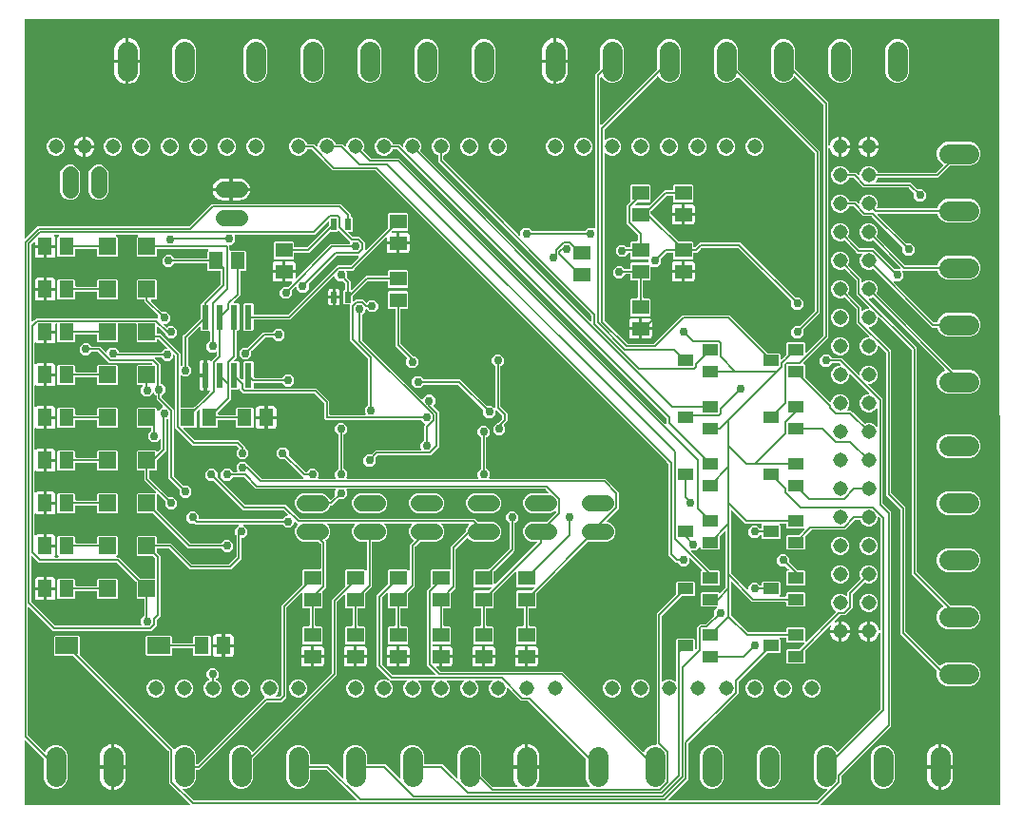
<source format=gbr>
G04 EAGLE Gerber RS-274X export*
G75*
%MOMM*%
%FSLAX34Y34*%
%LPD*%
%INTop Copper*%
%IPPOS*%
%AMOC8*
5,1,8,0,0,1.08239X$1,22.5*%
G01*
%ADD10R,1.300000X1.500000*%
%ADD11R,0.600000X2.200000*%
%ADD12R,1.500000X1.500000*%
%ADD13R,1.500000X1.300000*%
%ADD14C,1.308000*%
%ADD15C,1.790700*%
%ADD16R,0.500000X1.000000*%
%ADD17C,1.422400*%
%ADD18R,1.400000X1.000000*%
%ADD19R,2.000000X1.500000*%
%ADD20C,0.756400*%
%ADD21C,0.152400*%

G36*
X1233892Y200664D02*
X1233892Y200664D01*
X1233912Y200662D01*
X1234013Y200684D01*
X1234115Y200700D01*
X1234132Y200710D01*
X1234152Y200714D01*
X1234241Y200767D01*
X1234332Y200816D01*
X1234346Y200830D01*
X1234363Y200840D01*
X1234430Y200919D01*
X1234501Y200994D01*
X1234510Y201012D01*
X1234523Y201027D01*
X1234562Y201123D01*
X1234605Y201217D01*
X1234607Y201237D01*
X1234615Y201256D01*
X1234633Y201422D01*
X1234245Y900178D01*
X1234242Y900198D01*
X1234244Y900217D01*
X1234222Y900319D01*
X1234205Y900421D01*
X1234196Y900439D01*
X1234192Y900458D01*
X1234139Y900547D01*
X1234090Y900638D01*
X1234076Y900652D01*
X1234066Y900669D01*
X1233987Y900736D01*
X1233912Y900808D01*
X1233894Y900816D01*
X1233879Y900829D01*
X1233783Y900868D01*
X1233689Y900911D01*
X1233669Y900913D01*
X1233651Y900921D01*
X1233484Y900939D01*
X366522Y900939D01*
X366502Y900936D01*
X366483Y900938D01*
X366381Y900916D01*
X366279Y900900D01*
X366262Y900890D01*
X366242Y900886D01*
X366153Y900833D01*
X366062Y900784D01*
X366048Y900770D01*
X366031Y900760D01*
X365964Y900681D01*
X365892Y900606D01*
X365884Y900588D01*
X365871Y900573D01*
X365832Y900477D01*
X365789Y900383D01*
X365787Y900363D01*
X365779Y900345D01*
X365761Y900178D01*
X365761Y706676D01*
X365772Y706605D01*
X365774Y706533D01*
X365792Y706484D01*
X365800Y706433D01*
X365834Y706370D01*
X365859Y706302D01*
X365891Y706262D01*
X365916Y706216D01*
X365967Y706166D01*
X366012Y706110D01*
X366056Y706082D01*
X366094Y706046D01*
X366159Y706016D01*
X366219Y705977D01*
X366270Y705965D01*
X366317Y705943D01*
X366388Y705935D01*
X366458Y705917D01*
X366510Y705921D01*
X366561Y705916D01*
X366632Y705931D01*
X366703Y705936D01*
X366751Y705957D01*
X366802Y705968D01*
X366863Y706005D01*
X366929Y706033D01*
X366985Y706078D01*
X367013Y706094D01*
X367028Y706112D01*
X367060Y706138D01*
X375895Y714972D01*
X377457Y716535D01*
X512326Y716535D01*
X512416Y716549D01*
X512507Y716557D01*
X512536Y716569D01*
X512568Y716574D01*
X512649Y716617D01*
X512733Y716653D01*
X512765Y716679D01*
X512786Y716690D01*
X512808Y716713D01*
X512864Y716758D01*
X530890Y734784D01*
X532453Y736347D01*
X647377Y736347D01*
X656337Y727387D01*
X656337Y725486D01*
X656340Y725466D01*
X656338Y725447D01*
X656360Y725345D01*
X656376Y725243D01*
X656386Y725226D01*
X656390Y725206D01*
X656443Y725117D01*
X656492Y725026D01*
X656506Y725012D01*
X656516Y724995D01*
X656595Y724928D01*
X656670Y724856D01*
X656688Y724848D01*
X656703Y724835D01*
X656799Y724796D01*
X656893Y724753D01*
X656913Y724751D01*
X656931Y724743D01*
X657098Y724725D01*
X657182Y724725D01*
X658075Y723832D01*
X658075Y712568D01*
X657182Y711675D01*
X654914Y711675D01*
X654843Y711664D01*
X654771Y711662D01*
X654722Y711644D01*
X654671Y711636D01*
X654607Y711602D01*
X654540Y711577D01*
X654499Y711545D01*
X654453Y711520D01*
X654404Y711468D01*
X654348Y711424D01*
X654320Y711380D01*
X654284Y711342D01*
X654254Y711277D01*
X654215Y711217D01*
X654202Y711166D01*
X654180Y711119D01*
X654173Y711048D01*
X654155Y710978D01*
X654159Y710926D01*
X654153Y710875D01*
X654169Y710804D01*
X654174Y710733D01*
X654195Y710685D01*
X654206Y710634D01*
X654242Y710573D01*
X654270Y710507D01*
X654315Y710451D01*
X654332Y710423D01*
X654350Y710408D01*
X654375Y710376D01*
X657673Y707078D01*
X657747Y707025D01*
X657817Y706965D01*
X657847Y706953D01*
X657873Y706934D01*
X657960Y706907D01*
X658045Y706873D01*
X658086Y706869D01*
X658108Y706862D01*
X658140Y706863D01*
X658212Y706855D01*
X663861Y706855D01*
X668755Y701961D01*
X668755Y696026D01*
X668766Y695956D01*
X668768Y695884D01*
X668786Y695835D01*
X668794Y695784D01*
X668828Y695720D01*
X668853Y695653D01*
X668885Y695612D01*
X668910Y695566D01*
X668961Y695517D01*
X669006Y695461D01*
X669050Y695433D01*
X669088Y695397D01*
X669153Y695367D01*
X669213Y695328D01*
X669264Y695315D01*
X669311Y695293D01*
X669382Y695285D01*
X669452Y695268D01*
X669504Y695272D01*
X669555Y695266D01*
X669626Y695281D01*
X669697Y695287D01*
X669745Y695307D01*
X669796Y695318D01*
X669857Y695355D01*
X669923Y695383D01*
X669979Y695428D01*
X670007Y695445D01*
X670022Y695462D01*
X670054Y695488D01*
X689252Y714686D01*
X689305Y714760D01*
X689365Y714830D01*
X689377Y714860D01*
X689396Y714886D01*
X689423Y714973D01*
X689457Y715058D01*
X689461Y715099D01*
X689468Y715121D01*
X689467Y715153D01*
X689475Y715224D01*
X689475Y727832D01*
X690368Y728725D01*
X706632Y728725D01*
X707525Y727832D01*
X707525Y713568D01*
X706632Y712675D01*
X694024Y712675D01*
X693934Y712661D01*
X693843Y712653D01*
X693814Y712641D01*
X693782Y712636D01*
X693701Y712593D01*
X693617Y712557D01*
X693585Y712531D01*
X693564Y712520D01*
X693542Y712497D01*
X693486Y712452D01*
X693074Y712040D01*
X693032Y711982D01*
X692983Y711930D01*
X692961Y711883D01*
X692931Y711841D01*
X692910Y711772D01*
X692879Y711707D01*
X692874Y711655D01*
X692858Y711605D01*
X692860Y711534D01*
X692852Y711463D01*
X692863Y711412D01*
X692865Y711360D01*
X692889Y711292D01*
X692904Y711222D01*
X692931Y711178D01*
X692949Y711129D01*
X692994Y711073D01*
X693031Y711011D01*
X693070Y710977D01*
X693103Y710937D01*
X693163Y710898D01*
X693218Y710851D01*
X693266Y710832D01*
X693310Y710804D01*
X693379Y710786D01*
X693446Y710759D01*
X693517Y710751D01*
X693548Y710743D01*
X693572Y710745D01*
X693612Y710741D01*
X696977Y710741D01*
X696977Y703223D01*
X688459Y703223D01*
X688459Y705588D01*
X688448Y705658D01*
X688446Y705730D01*
X688428Y705779D01*
X688420Y705830D01*
X688386Y705894D01*
X688361Y705961D01*
X688329Y706002D01*
X688304Y706048D01*
X688252Y706097D01*
X688208Y706153D01*
X688164Y706181D01*
X688126Y706217D01*
X688061Y706247D01*
X688001Y706286D01*
X687950Y706299D01*
X687903Y706321D01*
X687832Y706329D01*
X687762Y706346D01*
X687710Y706342D01*
X687659Y706348D01*
X687588Y706333D01*
X687517Y706327D01*
X687469Y706307D01*
X687418Y706296D01*
X687357Y706259D01*
X687291Y706231D01*
X687235Y706186D01*
X687207Y706169D01*
X687192Y706152D01*
X687160Y706126D01*
X659478Y678444D01*
X657915Y676881D01*
X653261Y676881D01*
X653191Y676870D01*
X653119Y676868D01*
X653070Y676850D01*
X653019Y676842D01*
X652955Y676808D01*
X652888Y676783D01*
X652847Y676751D01*
X652801Y676726D01*
X652752Y676674D01*
X652696Y676630D01*
X652668Y676586D01*
X652632Y676548D01*
X652602Y676483D01*
X652563Y676423D01*
X652550Y676372D01*
X652528Y676325D01*
X652520Y676254D01*
X652503Y676184D01*
X652507Y676132D01*
X652501Y676081D01*
X652516Y676010D01*
X652522Y675939D01*
X652542Y675891D01*
X652553Y675840D01*
X652590Y675779D01*
X652618Y675713D01*
X652663Y675657D01*
X652680Y675629D01*
X652697Y675614D01*
X652723Y675582D01*
X653007Y675298D01*
X653007Y671343D01*
X653021Y671252D01*
X653029Y671162D01*
X653041Y671132D01*
X653046Y671100D01*
X653089Y671019D01*
X653125Y670935D01*
X653151Y670903D01*
X653162Y670882D01*
X653185Y670860D01*
X653230Y670804D01*
X656337Y667697D01*
X656337Y660758D01*
X656348Y660688D01*
X656350Y660616D01*
X656368Y660567D01*
X656376Y660516D01*
X656410Y660452D01*
X656435Y660385D01*
X656467Y660344D01*
X656492Y660298D01*
X656544Y660249D01*
X656588Y660193D01*
X656632Y660165D01*
X656670Y660129D01*
X656735Y660099D01*
X656795Y660060D01*
X656846Y660047D01*
X656893Y660025D01*
X656964Y660017D01*
X657034Y660000D01*
X657086Y660004D01*
X657137Y659998D01*
X657208Y660013D01*
X657279Y660019D01*
X657327Y660039D01*
X657378Y660050D01*
X657439Y660087D01*
X657505Y660115D01*
X657561Y660160D01*
X657589Y660177D01*
X657604Y660194D01*
X657636Y660220D01*
X668040Y670624D01*
X669603Y672187D01*
X688714Y672187D01*
X688734Y672190D01*
X688753Y672188D01*
X688855Y672210D01*
X688957Y672226D01*
X688974Y672236D01*
X688994Y672240D01*
X689083Y672293D01*
X689174Y672342D01*
X689188Y672356D01*
X689205Y672366D01*
X689272Y672445D01*
X689344Y672520D01*
X689352Y672538D01*
X689365Y672553D01*
X689404Y672649D01*
X689447Y672743D01*
X689449Y672763D01*
X689457Y672781D01*
X689475Y672948D01*
X689475Y677032D01*
X690368Y677925D01*
X706632Y677925D01*
X707525Y677032D01*
X707525Y662768D01*
X706632Y661875D01*
X690368Y661875D01*
X689475Y662768D01*
X689475Y666852D01*
X689472Y666872D01*
X689474Y666891D01*
X689452Y666993D01*
X689436Y667095D01*
X689426Y667112D01*
X689422Y667132D01*
X689369Y667221D01*
X689320Y667312D01*
X689306Y667326D01*
X689296Y667343D01*
X689217Y667410D01*
X689142Y667482D01*
X689124Y667490D01*
X689109Y667503D01*
X689013Y667542D01*
X688919Y667585D01*
X688899Y667587D01*
X688881Y667595D01*
X688714Y667613D01*
X671813Y667613D01*
X671722Y667599D01*
X671632Y667591D01*
X671602Y667579D01*
X671570Y667574D01*
X671489Y667531D01*
X671405Y667495D01*
X671373Y667469D01*
X671352Y667458D01*
X671330Y667435D01*
X671274Y667390D01*
X658298Y654414D01*
X658245Y654340D01*
X658185Y654270D01*
X658173Y654240D01*
X658154Y654214D01*
X658127Y654127D01*
X658093Y654042D01*
X658089Y654001D01*
X658082Y653979D01*
X658083Y653947D01*
X658075Y653876D01*
X658075Y650138D01*
X658086Y650067D01*
X658088Y649996D01*
X658106Y649947D01*
X658114Y649895D01*
X658148Y649832D01*
X658173Y649765D01*
X658205Y649724D01*
X658230Y649678D01*
X658282Y649628D01*
X658326Y649572D01*
X658370Y649544D01*
X658408Y649508D01*
X658473Y649478D01*
X658533Y649439D01*
X658584Y649427D01*
X658631Y649405D01*
X658702Y649397D01*
X658772Y649379D01*
X658824Y649383D01*
X658875Y649378D01*
X658946Y649393D01*
X659017Y649399D01*
X659065Y649419D01*
X659116Y649430D01*
X659177Y649467D01*
X659243Y649495D01*
X659299Y649540D01*
X659327Y649556D01*
X659342Y649574D01*
X659374Y649600D01*
X660749Y650975D01*
X667671Y650975D01*
X670118Y648528D01*
X670134Y648516D01*
X670146Y648500D01*
X670234Y648444D01*
X670318Y648384D01*
X670336Y648378D01*
X670353Y648367D01*
X670454Y648342D01*
X670553Y648312D01*
X670573Y648312D01*
X670592Y648307D01*
X670695Y648315D01*
X670798Y648318D01*
X670817Y648325D01*
X670837Y648327D01*
X670932Y648367D01*
X671029Y648403D01*
X671045Y648415D01*
X671063Y648423D01*
X671194Y648528D01*
X673288Y650621D01*
X677684Y650621D01*
X680792Y647512D01*
X680792Y643116D01*
X677684Y640008D01*
X673288Y640008D01*
X670816Y642479D01*
X670758Y642521D01*
X670706Y642570D01*
X670659Y642592D01*
X670617Y642622D01*
X670548Y642644D01*
X670483Y642674D01*
X670431Y642679D01*
X670381Y642695D01*
X670310Y642693D01*
X670239Y642701D01*
X670188Y642690D01*
X670136Y642688D01*
X670068Y642664D01*
X669998Y642649D01*
X669953Y642622D01*
X669905Y642604D01*
X669849Y642559D01*
X669787Y642522D01*
X669753Y642483D01*
X669713Y642450D01*
X669674Y642390D01*
X669627Y642335D01*
X669608Y642287D01*
X669580Y642243D01*
X669562Y642174D01*
X669535Y642107D01*
X669527Y642036D01*
X669519Y642005D01*
X669521Y641982D01*
X669517Y641941D01*
X669517Y640422D01*
X666720Y637625D01*
X666667Y637551D01*
X666607Y637481D01*
X666595Y637451D01*
X666576Y637425D01*
X666549Y637338D01*
X666515Y637253D01*
X666511Y637212D01*
X666504Y637190D01*
X666505Y637158D01*
X666497Y637087D01*
X666497Y615634D01*
X666511Y615544D01*
X666519Y615453D01*
X666531Y615423D01*
X666536Y615391D01*
X666579Y615311D01*
X666615Y615227D01*
X666641Y615195D01*
X666652Y615174D01*
X666675Y615152D01*
X666720Y615096D01*
X719525Y562290D01*
X719583Y562248D01*
X719635Y562199D01*
X719683Y562177D01*
X719725Y562147D01*
X719793Y562126D01*
X719859Y562095D01*
X719910Y562090D01*
X719960Y562074D01*
X720032Y562076D01*
X720103Y562068D01*
X720154Y562079D01*
X720206Y562081D01*
X720273Y562105D01*
X720343Y562120D01*
X720388Y562147D01*
X720437Y562165D01*
X720493Y562210D01*
X720554Y562247D01*
X720588Y562286D01*
X720629Y562319D01*
X720668Y562379D01*
X720714Y562434D01*
X720734Y562482D01*
X720762Y562526D01*
X720779Y562595D01*
X720806Y562662D01*
X720814Y562733D01*
X720822Y562764D01*
X720820Y562788D01*
X720825Y562828D01*
X720825Y563230D01*
X723933Y566338D01*
X728330Y566338D01*
X731438Y563230D01*
X731438Y558833D01*
X729904Y557299D01*
X729892Y557283D01*
X729877Y557270D01*
X729820Y557183D01*
X729760Y557099D01*
X729754Y557080D01*
X729744Y557063D01*
X729718Y556963D01*
X729688Y556864D01*
X729688Y556844D01*
X729683Y556825D01*
X729691Y556722D01*
X729694Y556618D01*
X729701Y556599D01*
X729703Y556580D01*
X729743Y556485D01*
X729779Y556387D01*
X729791Y556371D01*
X729799Y556353D01*
X729904Y556222D01*
X735303Y550823D01*
X735303Y520287D01*
X727361Y512345D01*
X680995Y512345D01*
X680904Y512331D01*
X680814Y512323D01*
X680784Y512311D01*
X680752Y512306D01*
X680671Y512263D01*
X680587Y512227D01*
X680555Y512201D01*
X680534Y512190D01*
X680512Y512167D01*
X680456Y512122D01*
X678630Y510296D01*
X678577Y510222D01*
X678517Y510152D01*
X678505Y510122D01*
X678486Y510096D01*
X678459Y510009D01*
X678425Y509924D01*
X678421Y509883D01*
X678414Y509861D01*
X678415Y509829D01*
X678407Y509757D01*
X678407Y505802D01*
X675298Y502693D01*
X670902Y502693D01*
X667793Y505802D01*
X667793Y510198D01*
X670902Y513307D01*
X674857Y513307D01*
X674948Y513321D01*
X675038Y513329D01*
X675068Y513341D01*
X675100Y513346D01*
X675181Y513389D01*
X675265Y513425D01*
X675297Y513451D01*
X675318Y513462D01*
X675340Y513485D01*
X675396Y513530D01*
X678785Y516919D01*
X718339Y516919D01*
X718409Y516930D01*
X718481Y516932D01*
X718530Y516950D01*
X718581Y516958D01*
X718645Y516992D01*
X718712Y517017D01*
X718753Y517049D01*
X718799Y517074D01*
X718848Y517126D01*
X718904Y517170D01*
X718932Y517214D01*
X718968Y517252D01*
X718998Y517317D01*
X719037Y517377D01*
X719050Y517428D01*
X719072Y517475D01*
X719080Y517546D01*
X719097Y517616D01*
X719093Y517668D01*
X719099Y517719D01*
X719084Y517790D01*
X719078Y517861D01*
X719058Y517909D01*
X719047Y517960D01*
X719010Y518021D01*
X718982Y518087D01*
X718937Y518143D01*
X718920Y518171D01*
X718903Y518186D01*
X718877Y518218D01*
X718593Y518502D01*
X718593Y522898D01*
X721390Y525695D01*
X721443Y525769D01*
X721503Y525839D01*
X721515Y525869D01*
X721534Y525895D01*
X721561Y525982D01*
X721595Y526067D01*
X721599Y526108D01*
X721606Y526130D01*
X721605Y526162D01*
X721613Y526233D01*
X721613Y538466D01*
X722641Y539494D01*
X722683Y539552D01*
X722733Y539604D01*
X722754Y539651D01*
X722785Y539693D01*
X722806Y539762D01*
X722836Y539827D01*
X722842Y539879D01*
X722857Y539929D01*
X722855Y540000D01*
X722863Y540071D01*
X722852Y540122D01*
X722851Y540174D01*
X722826Y540242D01*
X722811Y540312D01*
X722784Y540357D01*
X722766Y540405D01*
X722722Y540461D01*
X722685Y540523D01*
X722645Y540557D01*
X722613Y540597D01*
X722552Y540636D01*
X722498Y540683D01*
X722450Y540702D01*
X722406Y540730D01*
X722336Y540748D01*
X722270Y540775D01*
X722198Y540783D01*
X722167Y540791D01*
X722144Y540789D01*
X722103Y540793D01*
X721702Y540793D01*
X718905Y543590D01*
X718831Y543643D01*
X718761Y543703D01*
X718731Y543715D01*
X718705Y543734D01*
X718618Y543761D01*
X718533Y543795D01*
X718492Y543799D01*
X718470Y543806D01*
X718438Y543805D01*
X718367Y543813D01*
X634053Y543813D01*
X632713Y545153D01*
X632713Y558870D01*
X632699Y558960D01*
X632691Y559051D01*
X632679Y559081D01*
X632674Y559113D01*
X632631Y559194D01*
X632595Y559278D01*
X632569Y559310D01*
X632558Y559330D01*
X632535Y559353D01*
X632490Y559409D01*
X624553Y567346D01*
X624479Y567399D01*
X624409Y567459D01*
X624379Y567471D01*
X624353Y567490D01*
X624266Y567517D01*
X624181Y567551D01*
X624140Y567555D01*
X624118Y567562D01*
X624086Y567561D01*
X624014Y567569D01*
X560714Y567569D01*
X557577Y570706D01*
X557577Y570733D01*
X557566Y570804D01*
X557564Y570876D01*
X557546Y570925D01*
X557538Y570976D01*
X557504Y571039D01*
X557479Y571107D01*
X557447Y571147D01*
X557422Y571193D01*
X557371Y571243D01*
X557326Y571299D01*
X557282Y571327D01*
X557244Y571363D01*
X557179Y571393D01*
X557119Y571432D01*
X557068Y571444D01*
X557021Y571466D01*
X556950Y571474D01*
X556880Y571492D01*
X556828Y571488D01*
X556777Y571493D01*
X556706Y571478D01*
X556635Y571473D01*
X556587Y571452D01*
X556536Y571441D01*
X556475Y571404D01*
X556409Y571376D01*
X556353Y571331D01*
X556325Y571315D01*
X556310Y571297D01*
X556278Y571271D01*
X556082Y571075D01*
X550212Y571075D01*
X550192Y571072D01*
X550173Y571074D01*
X550071Y571052D01*
X549969Y571036D01*
X549952Y571026D01*
X549932Y571022D01*
X549843Y570969D01*
X549752Y570920D01*
X549738Y570906D01*
X549721Y570896D01*
X549654Y570817D01*
X549582Y570742D01*
X549574Y570724D01*
X549561Y570709D01*
X549522Y570613D01*
X549479Y570519D01*
X549477Y570499D01*
X549469Y570481D01*
X549451Y570314D01*
X549451Y562117D01*
X538448Y551114D01*
X538395Y551040D01*
X538335Y550970D01*
X538323Y550940D01*
X538304Y550914D01*
X538277Y550827D01*
X538243Y550742D01*
X538239Y550701D01*
X538232Y550679D01*
X538233Y550647D01*
X538225Y550575D01*
X538225Y549148D01*
X538228Y549128D01*
X538226Y549109D01*
X538248Y549007D01*
X538264Y548905D01*
X538274Y548888D01*
X538278Y548868D01*
X538331Y548779D01*
X538380Y548688D01*
X538394Y548674D01*
X538404Y548657D01*
X538483Y548590D01*
X538558Y548518D01*
X538576Y548510D01*
X538591Y548497D01*
X538687Y548458D01*
X538781Y548415D01*
X538801Y548413D01*
X538819Y548405D01*
X538986Y548387D01*
X553214Y548387D01*
X553234Y548390D01*
X553253Y548388D01*
X553355Y548410D01*
X553457Y548426D01*
X553474Y548436D01*
X553494Y548440D01*
X553583Y548493D01*
X553674Y548542D01*
X553688Y548556D01*
X553705Y548566D01*
X553772Y548645D01*
X553844Y548720D01*
X553852Y548738D01*
X553865Y548753D01*
X553904Y548849D01*
X553947Y548943D01*
X553949Y548963D01*
X553957Y548981D01*
X553975Y549148D01*
X553975Y554232D01*
X554868Y555125D01*
X569132Y555125D01*
X570025Y554232D01*
X570025Y537968D01*
X569132Y537075D01*
X554868Y537075D01*
X553975Y537968D01*
X553975Y543052D01*
X553972Y543072D01*
X553974Y543091D01*
X553952Y543193D01*
X553936Y543295D01*
X553926Y543312D01*
X553922Y543332D01*
X553869Y543421D01*
X553820Y543512D01*
X553806Y543526D01*
X553796Y543543D01*
X553717Y543610D01*
X553642Y543682D01*
X553624Y543690D01*
X553609Y543703D01*
X553513Y543742D01*
X553419Y543785D01*
X553399Y543787D01*
X553381Y543795D01*
X553214Y543813D01*
X538986Y543813D01*
X538966Y543810D01*
X538947Y543812D01*
X538845Y543790D01*
X538743Y543774D01*
X538726Y543764D01*
X538706Y543760D01*
X538617Y543707D01*
X538526Y543658D01*
X538512Y543644D01*
X538495Y543634D01*
X538428Y543555D01*
X538356Y543480D01*
X538348Y543462D01*
X538335Y543447D01*
X538296Y543351D01*
X538253Y543257D01*
X538251Y543237D01*
X538243Y543219D01*
X538225Y543052D01*
X538225Y537968D01*
X537332Y537075D01*
X523068Y537075D01*
X522175Y537968D01*
X522175Y552004D01*
X522164Y552074D01*
X522162Y552146D01*
X522144Y552195D01*
X522136Y552246D01*
X522102Y552310D01*
X522077Y552377D01*
X522045Y552418D01*
X522020Y552464D01*
X521968Y552513D01*
X521924Y552569D01*
X521880Y552597D01*
X521842Y552633D01*
X521777Y552663D01*
X521717Y552702D01*
X521666Y552715D01*
X521619Y552737D01*
X521548Y552745D01*
X521478Y552762D01*
X521426Y552758D01*
X521375Y552764D01*
X521304Y552749D01*
X521233Y552743D01*
X521185Y552723D01*
X521134Y552712D01*
X521073Y552675D01*
X521007Y552647D01*
X520951Y552602D01*
X520923Y552585D01*
X520908Y552568D01*
X520876Y552542D01*
X519448Y551114D01*
X519395Y551040D01*
X519335Y550970D01*
X519323Y550940D01*
X519304Y550914D01*
X519277Y550827D01*
X519243Y550742D01*
X519239Y550701D01*
X519232Y550679D01*
X519233Y550647D01*
X519225Y550575D01*
X519225Y537968D01*
X518332Y537075D01*
X508064Y537075D01*
X507993Y537064D01*
X507921Y537062D01*
X507872Y537044D01*
X507821Y537036D01*
X507757Y537002D01*
X507690Y536977D01*
X507649Y536945D01*
X507603Y536920D01*
X507554Y536868D01*
X507498Y536824D01*
X507470Y536780D01*
X507434Y536742D01*
X507404Y536677D01*
X507365Y536617D01*
X507352Y536566D01*
X507330Y536519D01*
X507323Y536448D01*
X507305Y536378D01*
X507309Y536326D01*
X507303Y536275D01*
X507319Y536204D01*
X507324Y536133D01*
X507345Y536085D01*
X507356Y536034D01*
X507392Y535973D01*
X507420Y535907D01*
X507465Y535851D01*
X507482Y535823D01*
X507500Y535808D01*
X507525Y535776D01*
X517177Y526124D01*
X517251Y526071D01*
X517321Y526011D01*
X517351Y525999D01*
X517377Y525980D01*
X517464Y525953D01*
X517549Y525919D01*
X517590Y525915D01*
X517612Y525908D01*
X517644Y525909D01*
X517716Y525901D01*
X556833Y525901D01*
X562357Y520377D01*
X562357Y519883D01*
X562371Y519793D01*
X562379Y519702D01*
X562391Y519673D01*
X562396Y519641D01*
X562439Y519560D01*
X562475Y519476D01*
X562501Y519444D01*
X562512Y519423D01*
X562535Y519401D01*
X562580Y519345D01*
X565377Y516548D01*
X565377Y512152D01*
X562268Y509043D01*
X557872Y509043D01*
X554763Y512152D01*
X554763Y516548D01*
X556702Y518487D01*
X556714Y518503D01*
X556730Y518516D01*
X556786Y518603D01*
X556846Y518687D01*
X556852Y518706D01*
X556863Y518723D01*
X556888Y518823D01*
X556918Y518922D01*
X556918Y518942D01*
X556923Y518961D01*
X556915Y519064D01*
X556912Y519168D01*
X556905Y519187D01*
X556903Y519206D01*
X556863Y519301D01*
X556827Y519399D01*
X556815Y519415D01*
X556807Y519433D01*
X556702Y519564D01*
X555162Y521104D01*
X555088Y521157D01*
X555018Y521217D01*
X554988Y521229D01*
X554962Y521248D01*
X554875Y521275D01*
X554790Y521309D01*
X554749Y521313D01*
X554727Y521320D01*
X554695Y521319D01*
X554623Y521327D01*
X515506Y521327D01*
X500127Y536706D01*
X500127Y601223D01*
X500113Y601313D01*
X500105Y601404D01*
X500093Y601434D01*
X500088Y601466D01*
X500045Y601547D01*
X500009Y601631D01*
X499983Y601663D01*
X499972Y601684D01*
X499949Y601706D01*
X499904Y601762D01*
X499366Y602300D01*
X499308Y602342D01*
X499256Y602391D01*
X499209Y602413D01*
X499167Y602443D01*
X499098Y602464D01*
X499033Y602495D01*
X498981Y602500D01*
X498931Y602516D01*
X498860Y602514D01*
X498789Y602522D01*
X498738Y602511D01*
X498686Y602509D01*
X498618Y602485D01*
X498548Y602470D01*
X498503Y602443D01*
X498455Y602425D01*
X498399Y602380D01*
X498337Y602343D01*
X498303Y602304D01*
X498263Y602271D01*
X498224Y602211D01*
X498177Y602156D01*
X498158Y602108D01*
X498130Y602064D01*
X498112Y601995D01*
X498085Y601928D01*
X498077Y601857D01*
X498069Y601826D01*
X498071Y601802D01*
X498067Y601762D01*
X498067Y599782D01*
X494958Y596673D01*
X490562Y596673D01*
X487765Y599470D01*
X487691Y599523D01*
X487621Y599583D01*
X487591Y599595D01*
X487565Y599614D01*
X487478Y599641D01*
X487393Y599675D01*
X487352Y599679D01*
X487330Y599686D01*
X487298Y599685D01*
X487227Y599693D01*
X482511Y599693D01*
X482441Y599682D01*
X482369Y599680D01*
X482320Y599662D01*
X482269Y599654D01*
X482205Y599620D01*
X482138Y599595D01*
X482097Y599563D01*
X482051Y599538D01*
X482002Y599486D01*
X481946Y599442D01*
X481918Y599398D01*
X481882Y599360D01*
X481852Y599295D01*
X481813Y599235D01*
X481800Y599184D01*
X481778Y599137D01*
X481770Y599066D01*
X481753Y598996D01*
X481757Y598944D01*
X481751Y598893D01*
X481766Y598822D01*
X481772Y598751D01*
X481792Y598703D01*
X481803Y598652D01*
X481840Y598591D01*
X481868Y598525D01*
X481913Y598469D01*
X481930Y598441D01*
X481947Y598426D01*
X481973Y598394D01*
X482461Y597906D01*
X486773Y593594D01*
X486773Y576947D01*
X486776Y576928D01*
X486774Y576908D01*
X486796Y576807D01*
X486812Y576704D01*
X486822Y576687D01*
X486826Y576667D01*
X486879Y576578D01*
X486928Y576487D01*
X486942Y576473D01*
X486952Y576456D01*
X487031Y576389D01*
X487106Y576318D01*
X487124Y576309D01*
X487139Y576296D01*
X487235Y576258D01*
X487329Y576214D01*
X487349Y576212D01*
X487367Y576204D01*
X487534Y576186D01*
X487987Y576186D01*
X491096Y573077D01*
X491096Y568681D01*
X488299Y565884D01*
X488246Y565810D01*
X488186Y565741D01*
X488174Y565711D01*
X488155Y565684D01*
X488129Y565597D01*
X488094Y565513D01*
X488090Y565472D01*
X488083Y565449D01*
X488084Y565417D01*
X488076Y565346D01*
X488076Y564185D01*
X488091Y564095D01*
X488098Y564004D01*
X488110Y563974D01*
X488116Y563942D01*
X488158Y563861D01*
X488194Y563777D01*
X488220Y563745D01*
X488231Y563725D01*
X488254Y563702D01*
X488299Y563646D01*
X497012Y554933D01*
X498575Y553371D01*
X498575Y494305D01*
X498589Y494214D01*
X498597Y494124D01*
X498609Y494094D01*
X498614Y494062D01*
X498657Y493981D01*
X498693Y493897D01*
X498719Y493865D01*
X498730Y493844D01*
X498753Y493822D01*
X498798Y493766D01*
X506974Y485590D01*
X507048Y485537D01*
X507118Y485477D01*
X507148Y485465D01*
X507174Y485446D01*
X507261Y485419D01*
X507346Y485385D01*
X507387Y485381D01*
X507409Y485374D01*
X507441Y485375D01*
X507512Y485367D01*
X511468Y485367D01*
X514577Y482258D01*
X514577Y477862D01*
X511468Y474753D01*
X507072Y474753D01*
X503963Y477862D01*
X503963Y481818D01*
X503949Y481908D01*
X503941Y481999D01*
X503929Y482028D01*
X503924Y482060D01*
X503881Y482141D01*
X503845Y482225D01*
X503819Y482257D01*
X503808Y482278D01*
X503785Y482300D01*
X503740Y482356D01*
X495564Y490532D01*
X494001Y492095D01*
X494001Y544349D01*
X493990Y544419D01*
X493988Y544491D01*
X493970Y544540D01*
X493962Y544591D01*
X493928Y544655D01*
X493903Y544722D01*
X493871Y544763D01*
X493846Y544809D01*
X493794Y544858D01*
X493750Y544914D01*
X493706Y544942D01*
X493668Y544978D01*
X493603Y545008D01*
X493543Y545047D01*
X493492Y545060D01*
X493445Y545082D01*
X493374Y545090D01*
X493304Y545107D01*
X493252Y545103D01*
X493201Y545109D01*
X493130Y545094D01*
X493059Y545088D01*
X493011Y545068D01*
X492960Y545057D01*
X492899Y545020D01*
X492833Y544992D01*
X492777Y544947D01*
X492749Y544930D01*
X492734Y544913D01*
X492702Y544887D01*
X492380Y544565D01*
X492371Y544564D01*
X492354Y544554D01*
X492334Y544550D01*
X492245Y544497D01*
X492154Y544448D01*
X492140Y544434D01*
X492123Y544424D01*
X492056Y544345D01*
X491984Y544270D01*
X491976Y544252D01*
X491963Y544237D01*
X491924Y544141D01*
X491881Y544047D01*
X491879Y544027D01*
X491871Y544009D01*
X491853Y543842D01*
X491853Y516386D01*
X483948Y508481D01*
X483895Y508407D01*
X483835Y508338D01*
X483823Y508307D01*
X483804Y508281D01*
X483777Y508194D01*
X483743Y508109D01*
X483739Y508068D01*
X483732Y508046D01*
X483733Y508014D01*
X483725Y507943D01*
X483725Y499868D01*
X482832Y498975D01*
X477748Y498975D01*
X477728Y498972D01*
X477709Y498974D01*
X477607Y498952D01*
X477505Y498936D01*
X477488Y498926D01*
X477468Y498922D01*
X477379Y498869D01*
X477288Y498820D01*
X477274Y498806D01*
X477257Y498796D01*
X477190Y498717D01*
X477118Y498642D01*
X477110Y498624D01*
X477097Y498609D01*
X477058Y498513D01*
X477015Y498419D01*
X477013Y498399D01*
X477005Y498381D01*
X476987Y498214D01*
X476987Y492751D01*
X477001Y492660D01*
X477009Y492570D01*
X477021Y492540D01*
X477026Y492508D01*
X477069Y492427D01*
X477105Y492343D01*
X477131Y492311D01*
X477142Y492290D01*
X477165Y492268D01*
X477210Y492212D01*
X493992Y475430D01*
X494066Y475377D01*
X494136Y475317D01*
X494166Y475305D01*
X494192Y475286D01*
X494279Y475259D01*
X494364Y475225D01*
X494405Y475221D01*
X494427Y475214D01*
X494459Y475215D01*
X494531Y475207D01*
X498486Y475207D01*
X501595Y472098D01*
X501595Y467702D01*
X498486Y464593D01*
X494090Y464593D01*
X490981Y467702D01*
X490981Y471657D01*
X490967Y471748D01*
X490959Y471838D01*
X490947Y471868D01*
X490942Y471900D01*
X490921Y471938D01*
X490920Y471946D01*
X490900Y471978D01*
X490899Y471981D01*
X490863Y472065D01*
X490837Y472097D01*
X490826Y472118D01*
X490804Y472139D01*
X490794Y472157D01*
X490781Y472167D01*
X490758Y472196D01*
X485024Y477930D01*
X484966Y477972D01*
X484914Y478021D01*
X484867Y478043D01*
X484825Y478073D01*
X484756Y478094D01*
X484691Y478125D01*
X484639Y478130D01*
X484589Y478146D01*
X484518Y478144D01*
X484447Y478152D01*
X484396Y478141D01*
X484344Y478139D01*
X484276Y478115D01*
X484206Y478100D01*
X484161Y478073D01*
X484113Y478055D01*
X484057Y478010D01*
X483995Y477973D01*
X483961Y477934D01*
X483921Y477901D01*
X483882Y477841D01*
X483835Y477786D01*
X483816Y477738D01*
X483788Y477694D01*
X483770Y477625D01*
X483743Y477558D01*
X483735Y477487D01*
X483727Y477456D01*
X483729Y477432D01*
X483725Y477392D01*
X483725Y464424D01*
X483739Y464334D01*
X483747Y464243D01*
X483759Y464214D01*
X483764Y464182D01*
X483807Y464101D01*
X483843Y464017D01*
X483869Y463985D01*
X483880Y463964D01*
X483903Y463942D01*
X483948Y463886D01*
X513524Y434310D01*
X513598Y434257D01*
X513668Y434197D01*
X513698Y434185D01*
X513724Y434166D01*
X513811Y434139D01*
X513896Y434105D01*
X513937Y434101D01*
X513959Y434094D01*
X513991Y434095D01*
X514063Y434087D01*
X540567Y434087D01*
X540657Y434101D01*
X540748Y434109D01*
X540777Y434121D01*
X540809Y434126D01*
X540890Y434169D01*
X540974Y434205D01*
X541006Y434231D01*
X541027Y434242D01*
X541049Y434265D01*
X541105Y434310D01*
X543902Y437107D01*
X548298Y437107D01*
X551407Y433998D01*
X551407Y429602D01*
X548298Y426493D01*
X543902Y426493D01*
X541105Y429290D01*
X541031Y429343D01*
X540961Y429403D01*
X540931Y429415D01*
X540905Y429434D01*
X540818Y429461D01*
X540733Y429495D01*
X540692Y429499D01*
X540670Y429506D01*
X540638Y429505D01*
X540567Y429513D01*
X511853Y429513D01*
X480714Y460652D01*
X480640Y460705D01*
X480570Y460765D01*
X480540Y460777D01*
X480514Y460796D01*
X480427Y460823D01*
X480342Y460857D01*
X480301Y460861D01*
X480279Y460868D01*
X480247Y460867D01*
X480176Y460875D01*
X466568Y460875D01*
X465675Y461768D01*
X465675Y478032D01*
X466568Y478925D01*
X482192Y478925D01*
X482262Y478936D01*
X482334Y478938D01*
X482383Y478956D01*
X482434Y478964D01*
X482498Y478998D01*
X482565Y479023D01*
X482606Y479055D01*
X482652Y479080D01*
X482701Y479132D01*
X482757Y479176D01*
X482785Y479220D01*
X482821Y479258D01*
X482851Y479323D01*
X482890Y479383D01*
X482903Y479434D01*
X482925Y479481D01*
X482933Y479552D01*
X482950Y479622D01*
X482946Y479674D01*
X482952Y479725D01*
X482937Y479796D01*
X482931Y479867D01*
X482911Y479915D01*
X482900Y479966D01*
X482863Y480027D01*
X482835Y480093D01*
X482790Y480149D01*
X482773Y480177D01*
X482756Y480192D01*
X482730Y480224D01*
X473976Y488978D01*
X472413Y490541D01*
X472413Y498214D01*
X472410Y498234D01*
X472412Y498253D01*
X472390Y498355D01*
X472374Y498457D01*
X472364Y498474D01*
X472360Y498494D01*
X472307Y498583D01*
X472258Y498674D01*
X472244Y498688D01*
X472234Y498705D01*
X472155Y498772D01*
X472080Y498844D01*
X472062Y498852D01*
X472047Y498865D01*
X471951Y498904D01*
X471857Y498947D01*
X471837Y498949D01*
X471819Y498957D01*
X471652Y498975D01*
X466568Y498975D01*
X465675Y499868D01*
X465675Y516132D01*
X466568Y517025D01*
X482832Y517025D01*
X483889Y515967D01*
X483906Y515955D01*
X483918Y515940D01*
X484005Y515884D01*
X484089Y515823D01*
X484108Y515818D01*
X484125Y515807D01*
X484225Y515781D01*
X484324Y515751D01*
X484344Y515752D01*
X484363Y515747D01*
X484466Y515755D01*
X484570Y515757D01*
X484589Y515764D01*
X484609Y515766D01*
X484703Y515806D01*
X484801Y515842D01*
X484817Y515854D01*
X484835Y515862D01*
X484966Y515967D01*
X487056Y518057D01*
X487109Y518131D01*
X487169Y518201D01*
X487181Y518231D01*
X487200Y518257D01*
X487227Y518344D01*
X487261Y518429D01*
X487265Y518470D01*
X487272Y518492D01*
X487271Y518524D01*
X487279Y518596D01*
X487279Y526197D01*
X487268Y526267D01*
X487266Y526339D01*
X487248Y526388D01*
X487240Y526439D01*
X487206Y526503D01*
X487181Y526570D01*
X487149Y526611D01*
X487124Y526657D01*
X487072Y526706D01*
X487028Y526762D01*
X486984Y526790D01*
X486946Y526826D01*
X486881Y526856D01*
X486821Y526895D01*
X486770Y526908D01*
X486723Y526930D01*
X486652Y526938D01*
X486582Y526955D01*
X486530Y526951D01*
X486479Y526957D01*
X486408Y526942D01*
X486337Y526936D01*
X486289Y526916D01*
X486238Y526905D01*
X486177Y526868D01*
X486111Y526840D01*
X486055Y526795D01*
X486027Y526778D01*
X486012Y526761D01*
X485980Y526735D01*
X483528Y524283D01*
X479132Y524283D01*
X476023Y527392D01*
X476023Y531788D01*
X478820Y534585D01*
X478873Y534659D01*
X478933Y534729D01*
X478945Y534759D01*
X478964Y534785D01*
X478991Y534872D01*
X479025Y534957D01*
X479029Y534998D01*
X479036Y535020D01*
X479035Y535052D01*
X479043Y535123D01*
X479043Y536314D01*
X479040Y536334D01*
X479042Y536353D01*
X479020Y536455D01*
X479004Y536557D01*
X478994Y536574D01*
X478990Y536594D01*
X478937Y536683D01*
X478888Y536774D01*
X478874Y536788D01*
X478864Y536805D01*
X478785Y536872D01*
X478710Y536944D01*
X478692Y536952D01*
X478677Y536965D01*
X478581Y537004D01*
X478487Y537047D01*
X478467Y537049D01*
X478449Y537057D01*
X478282Y537075D01*
X466568Y537075D01*
X465675Y537968D01*
X465675Y554232D01*
X466568Y555125D01*
X482832Y555125D01*
X483725Y554232D01*
X483725Y552757D01*
X483736Y552687D01*
X483738Y552615D01*
X483756Y552566D01*
X483764Y552515D01*
X483798Y552451D01*
X483823Y552384D01*
X483855Y552343D01*
X483880Y552297D01*
X483932Y552248D01*
X483976Y552192D01*
X484020Y552164D01*
X484058Y552128D01*
X484123Y552098D01*
X484183Y552059D01*
X484234Y552046D01*
X484281Y552024D01*
X484352Y552016D01*
X484422Y551999D01*
X484474Y552003D01*
X484525Y551997D01*
X484596Y552012D01*
X484667Y552018D01*
X484715Y552038D01*
X484766Y552049D01*
X484827Y552086D01*
X484893Y552114D01*
X484949Y552159D01*
X484977Y552176D01*
X484992Y552193D01*
X485024Y552219D01*
X488022Y555217D01*
X488423Y555217D01*
X488494Y555228D01*
X488565Y555230D01*
X488614Y555248D01*
X488666Y555256D01*
X488729Y555290D01*
X488796Y555315D01*
X488837Y555347D01*
X488883Y555372D01*
X488932Y555423D01*
X488989Y555468D01*
X489017Y555512D01*
X489053Y555550D01*
X489083Y555615D01*
X489122Y555675D01*
X489134Y555726D01*
X489156Y555773D01*
X489164Y555844D01*
X489182Y555914D01*
X489178Y555966D01*
X489183Y556017D01*
X489168Y556088D01*
X489162Y556159D01*
X489142Y556207D01*
X489131Y556258D01*
X489094Y556319D01*
X489066Y556385D01*
X489021Y556441D01*
X489005Y556469D01*
X488987Y556484D01*
X488961Y556516D01*
X485065Y560413D01*
X483503Y561975D01*
X483503Y565346D01*
X483488Y565436D01*
X483481Y565527D01*
X483468Y565557D01*
X483463Y565589D01*
X483420Y565669D01*
X483384Y565753D01*
X483359Y565785D01*
X483348Y565806D01*
X483324Y565828D01*
X483280Y565884D01*
X481248Y567916D01*
X481231Y567928D01*
X481219Y567943D01*
X481132Y567999D01*
X481048Y568060D01*
X481029Y568065D01*
X481012Y568076D01*
X480911Y568102D01*
X480813Y568132D01*
X480793Y568131D01*
X480773Y568136D01*
X480670Y568128D01*
X480567Y568126D01*
X480548Y568119D01*
X480528Y568117D01*
X480433Y568077D01*
X480336Y568041D01*
X480320Y568029D01*
X480302Y568021D01*
X480171Y567916D01*
X477178Y564923D01*
X472782Y564923D01*
X469673Y568032D01*
X469673Y572428D01*
X471121Y573876D01*
X471163Y573934D01*
X471212Y573986D01*
X471234Y574033D01*
X471264Y574075D01*
X471286Y574144D01*
X471316Y574209D01*
X471321Y574261D01*
X471337Y574311D01*
X471335Y574382D01*
X471343Y574453D01*
X471332Y574504D01*
X471330Y574556D01*
X471306Y574624D01*
X471291Y574694D01*
X471264Y574739D01*
X471246Y574787D01*
X471201Y574843D01*
X471164Y574905D01*
X471125Y574939D01*
X471092Y574979D01*
X471032Y575018D01*
X470977Y575065D01*
X470929Y575084D01*
X470885Y575112D01*
X470816Y575130D01*
X470749Y575157D01*
X470678Y575165D01*
X470647Y575173D01*
X470624Y575171D01*
X470583Y575175D01*
X466568Y575175D01*
X465675Y576068D01*
X465675Y592332D01*
X466568Y593225D01*
X478836Y593225D01*
X478907Y593236D01*
X478979Y593238D01*
X479028Y593256D01*
X479079Y593264D01*
X479143Y593298D01*
X479210Y593323D01*
X479251Y593355D01*
X479297Y593380D01*
X479346Y593432D01*
X479402Y593476D01*
X479430Y593520D01*
X479466Y593558D01*
X479496Y593623D01*
X479535Y593683D01*
X479548Y593734D01*
X479570Y593781D01*
X479577Y593852D01*
X479595Y593922D01*
X479591Y593974D01*
X479597Y594025D01*
X479581Y594096D01*
X479576Y594167D01*
X479555Y594215D01*
X479544Y594266D01*
X479508Y594327D01*
X479479Y594393D01*
X479435Y594449D01*
X479418Y594477D01*
X479400Y594492D01*
X479375Y594524D01*
X479227Y594672D01*
X479153Y594726D01*
X479083Y594785D01*
X479053Y594797D01*
X479027Y594816D01*
X478940Y594843D01*
X478855Y594877D01*
X478814Y594881D01*
X478792Y594888D01*
X478760Y594887D01*
X478688Y594895D01*
X441039Y594895D01*
X431384Y604550D01*
X431310Y604603D01*
X431241Y604663D01*
X431211Y604675D01*
X431185Y604694D01*
X431098Y604721D01*
X431013Y604755D01*
X430972Y604759D01*
X430949Y604766D01*
X430917Y604765D01*
X430846Y604773D01*
X425903Y604773D01*
X425813Y604759D01*
X425722Y604751D01*
X425693Y604739D01*
X425661Y604734D01*
X425580Y604691D01*
X425496Y604655D01*
X425464Y604629D01*
X425443Y604618D01*
X425421Y604595D01*
X425365Y604550D01*
X422568Y601753D01*
X418172Y601753D01*
X415063Y604862D01*
X415063Y609258D01*
X418172Y612367D01*
X422568Y612367D01*
X425365Y609570D01*
X425439Y609517D01*
X425509Y609457D01*
X425539Y609445D01*
X425565Y609426D01*
X425652Y609399D01*
X425737Y609365D01*
X425778Y609361D01*
X425800Y609354D01*
X425832Y609355D01*
X425903Y609347D01*
X433056Y609347D01*
X437894Y604509D01*
X437952Y604467D01*
X438004Y604417D01*
X438051Y604396D01*
X438093Y604365D01*
X438162Y604344D01*
X438227Y604314D01*
X438279Y604308D01*
X438329Y604293D01*
X438400Y604295D01*
X438471Y604287D01*
X438522Y604298D01*
X438574Y604299D01*
X438642Y604324D01*
X438712Y604339D01*
X438757Y604366D01*
X438805Y604384D01*
X438861Y604428D01*
X438923Y604465D01*
X438957Y604505D01*
X438997Y604537D01*
X439036Y604598D01*
X439083Y604652D01*
X439102Y604700D01*
X439130Y604744D01*
X439148Y604814D01*
X439175Y604880D01*
X439183Y604952D01*
X439191Y604983D01*
X439189Y605006D01*
X439193Y605047D01*
X439193Y605448D01*
X442302Y608557D01*
X446698Y608557D01*
X449807Y605448D01*
X449807Y605028D01*
X449810Y605008D01*
X449808Y604989D01*
X449830Y604887D01*
X449846Y604785D01*
X449856Y604768D01*
X449860Y604748D01*
X449913Y604659D01*
X449962Y604568D01*
X449976Y604554D01*
X449986Y604537D01*
X450065Y604470D01*
X450140Y604398D01*
X450158Y604390D01*
X450173Y604377D01*
X450269Y604338D01*
X450363Y604295D01*
X450383Y604293D01*
X450401Y604285D01*
X450568Y604267D01*
X487227Y604267D01*
X487317Y604281D01*
X487408Y604289D01*
X487437Y604301D01*
X487469Y604306D01*
X487550Y604349D01*
X487634Y604385D01*
X487666Y604411D01*
X487687Y604422D01*
X487709Y604445D01*
X487765Y604490D01*
X490562Y607287D01*
X492542Y607287D01*
X492612Y607298D01*
X492684Y607300D01*
X492733Y607318D01*
X492784Y607326D01*
X492848Y607360D01*
X492915Y607385D01*
X492956Y607417D01*
X493002Y607442D01*
X493051Y607494D01*
X493107Y607538D01*
X493135Y607582D01*
X493171Y607620D01*
X493201Y607685D01*
X493240Y607745D01*
X493253Y607796D01*
X493275Y607843D01*
X493283Y607914D01*
X493300Y607984D01*
X493296Y608036D01*
X493302Y608087D01*
X493287Y608158D01*
X493281Y608229D01*
X493261Y608277D01*
X493250Y608328D01*
X493213Y608389D01*
X493185Y608455D01*
X493140Y608511D01*
X493123Y608539D01*
X493106Y608554D01*
X493080Y608586D01*
X485826Y615840D01*
X485752Y615893D01*
X485682Y615953D01*
X485652Y615965D01*
X485626Y615984D01*
X485539Y616011D01*
X485454Y616045D01*
X485413Y616049D01*
X485391Y616056D01*
X485359Y616055D01*
X485287Y616063D01*
X484486Y616063D01*
X484466Y616060D01*
X484447Y616062D01*
X484345Y616040D01*
X484243Y616024D01*
X484226Y616014D01*
X484206Y616010D01*
X484117Y615957D01*
X484026Y615908D01*
X484012Y615894D01*
X483995Y615884D01*
X483928Y615805D01*
X483856Y615730D01*
X483848Y615712D01*
X483835Y615697D01*
X483796Y615601D01*
X483753Y615507D01*
X483751Y615487D01*
X483743Y615469D01*
X483725Y615302D01*
X483725Y614168D01*
X482832Y613275D01*
X466568Y613275D01*
X465675Y614168D01*
X465675Y629038D01*
X465672Y629058D01*
X465674Y629077D01*
X465652Y629179D01*
X465636Y629281D01*
X465626Y629298D01*
X465622Y629318D01*
X465569Y629407D01*
X465520Y629498D01*
X465506Y629512D01*
X465496Y629529D01*
X465417Y629596D01*
X465342Y629668D01*
X465324Y629676D01*
X465309Y629689D01*
X465213Y629728D01*
X465119Y629771D01*
X465099Y629773D01*
X465081Y629781D01*
X464914Y629799D01*
X449486Y629799D01*
X449466Y629796D01*
X449447Y629798D01*
X449345Y629776D01*
X449243Y629760D01*
X449226Y629750D01*
X449206Y629746D01*
X449117Y629693D01*
X449026Y629644D01*
X449012Y629630D01*
X448995Y629620D01*
X448928Y629541D01*
X448856Y629466D01*
X448848Y629448D01*
X448835Y629433D01*
X448796Y629337D01*
X448753Y629243D01*
X448751Y629223D01*
X448743Y629205D01*
X448725Y629038D01*
X448725Y614168D01*
X447832Y613275D01*
X431568Y613275D01*
X430675Y614168D01*
X430675Y619252D01*
X430672Y619272D01*
X430674Y619291D01*
X430652Y619393D01*
X430636Y619495D01*
X430626Y619512D01*
X430622Y619532D01*
X430569Y619621D01*
X430520Y619712D01*
X430506Y619726D01*
X430496Y619743D01*
X430417Y619810D01*
X430342Y619882D01*
X430324Y619890D01*
X430309Y619903D01*
X430213Y619942D01*
X430119Y619985D01*
X430099Y619987D01*
X430081Y619995D01*
X429914Y620013D01*
X411986Y620013D01*
X411966Y620010D01*
X411947Y620012D01*
X411845Y619990D01*
X411743Y619974D01*
X411726Y619964D01*
X411706Y619960D01*
X411617Y619907D01*
X411526Y619858D01*
X411512Y619844D01*
X411495Y619834D01*
X411428Y619755D01*
X411356Y619680D01*
X411348Y619662D01*
X411335Y619647D01*
X411296Y619551D01*
X411253Y619457D01*
X411251Y619437D01*
X411243Y619419D01*
X411225Y619252D01*
X411225Y614168D01*
X410332Y613275D01*
X396068Y613275D01*
X395175Y614168D01*
X395175Y629038D01*
X395172Y629058D01*
X395174Y629077D01*
X395152Y629179D01*
X395136Y629281D01*
X395126Y629298D01*
X395122Y629318D01*
X395069Y629407D01*
X395020Y629498D01*
X395006Y629512D01*
X394996Y629529D01*
X394917Y629596D01*
X394842Y629668D01*
X394824Y629676D01*
X394809Y629689D01*
X394713Y629728D01*
X394619Y629771D01*
X394599Y629773D01*
X394581Y629781D01*
X394414Y629799D01*
X394002Y629799D01*
X393982Y629796D01*
X393963Y629798D01*
X393861Y629776D01*
X393759Y629760D01*
X393742Y629750D01*
X393722Y629746D01*
X393633Y629693D01*
X393542Y629644D01*
X393528Y629630D01*
X393511Y629620D01*
X393444Y629541D01*
X393372Y629466D01*
X393364Y629448D01*
X393351Y629433D01*
X393312Y629337D01*
X393269Y629243D01*
X393267Y629223D01*
X393259Y629205D01*
X393241Y629038D01*
X393241Y623823D01*
X384962Y623823D01*
X384942Y623820D01*
X384923Y623822D01*
X384821Y623800D01*
X384719Y623783D01*
X384702Y623774D01*
X384682Y623770D01*
X384593Y623717D01*
X384502Y623668D01*
X384488Y623654D01*
X384471Y623644D01*
X384404Y623565D01*
X384333Y623490D01*
X384324Y623472D01*
X384311Y623457D01*
X384272Y623361D01*
X384229Y623267D01*
X384227Y623247D01*
X384219Y623229D01*
X384201Y623062D01*
X384201Y622299D01*
X383438Y622299D01*
X383418Y622296D01*
X383399Y622298D01*
X383297Y622276D01*
X383195Y622259D01*
X383178Y622250D01*
X383158Y622246D01*
X383069Y622193D01*
X382978Y622144D01*
X382964Y622130D01*
X382947Y622120D01*
X382880Y622041D01*
X382809Y621966D01*
X382800Y621948D01*
X382787Y621933D01*
X382748Y621837D01*
X382705Y621743D01*
X382703Y621723D01*
X382695Y621705D01*
X382677Y621538D01*
X382677Y612259D01*
X377366Y612259D01*
X376719Y612432D01*
X376095Y612793D01*
X376094Y612794D01*
X376090Y612796D01*
X376053Y612817D01*
X376037Y612823D01*
X376006Y612845D01*
X375937Y612867D01*
X375871Y612897D01*
X375828Y612902D01*
X375823Y612904D01*
X375816Y612904D01*
X375771Y612918D01*
X375699Y612917D01*
X375627Y612925D01*
X375577Y612914D01*
X375525Y612912D01*
X375457Y612888D01*
X375386Y612872D01*
X375342Y612846D01*
X375294Y612829D01*
X375237Y612783D01*
X375175Y612746D01*
X375142Y612707D01*
X375102Y612675D01*
X375062Y612614D01*
X375015Y612559D01*
X374996Y612512D01*
X374968Y612469D01*
X374950Y612398D01*
X374923Y612331D01*
X374915Y612261D01*
X374908Y612230D01*
X374909Y612207D01*
X374905Y612164D01*
X374905Y594336D01*
X374916Y594264D01*
X374919Y594191D01*
X374936Y594143D01*
X374944Y594093D01*
X374978Y594029D01*
X375004Y593961D01*
X375036Y593921D01*
X375060Y593876D01*
X375112Y593826D01*
X375158Y593769D01*
X375201Y593741D01*
X375238Y593706D01*
X375304Y593676D01*
X375365Y593636D01*
X375415Y593624D01*
X375461Y593603D01*
X375533Y593595D01*
X375604Y593577D01*
X375655Y593581D01*
X375705Y593575D01*
X375776Y593591D01*
X375849Y593597D01*
X375890Y593614D01*
X375900Y593616D01*
X375909Y593620D01*
X375946Y593628D01*
X375997Y593659D01*
X376053Y593683D01*
X376062Y593688D01*
X376075Y593694D01*
X376083Y593700D01*
X376719Y594068D01*
X377366Y594241D01*
X382677Y594241D01*
X382677Y584962D01*
X382680Y584942D01*
X382678Y584923D01*
X382700Y584821D01*
X382717Y584719D01*
X382726Y584702D01*
X382730Y584682D01*
X382783Y584593D01*
X382832Y584502D01*
X382846Y584488D01*
X382856Y584471D01*
X382935Y584404D01*
X383010Y584333D01*
X383028Y584324D01*
X383043Y584311D01*
X383139Y584272D01*
X383233Y584229D01*
X383253Y584227D01*
X383271Y584219D01*
X383438Y584201D01*
X384201Y584201D01*
X384201Y584199D01*
X383438Y584199D01*
X383418Y584196D01*
X383399Y584198D01*
X383297Y584176D01*
X383195Y584159D01*
X383178Y584150D01*
X383158Y584146D01*
X383069Y584093D01*
X382978Y584044D01*
X382964Y584030D01*
X382947Y584020D01*
X382880Y583941D01*
X382809Y583866D01*
X382800Y583848D01*
X382787Y583833D01*
X382748Y583737D01*
X382705Y583643D01*
X382703Y583623D01*
X382695Y583605D01*
X382677Y583438D01*
X382677Y574159D01*
X377366Y574159D01*
X376719Y574332D01*
X376095Y574693D01*
X376094Y574694D01*
X376090Y574696D01*
X376053Y574717D01*
X376037Y574723D01*
X376006Y574745D01*
X375937Y574767D01*
X375871Y574797D01*
X375828Y574802D01*
X375823Y574804D01*
X375816Y574804D01*
X375771Y574818D01*
X375699Y574817D01*
X375627Y574825D01*
X375577Y574814D01*
X375525Y574812D01*
X375457Y574788D01*
X375386Y574772D01*
X375342Y574746D01*
X375294Y574729D01*
X375237Y574683D01*
X375175Y574646D01*
X375142Y574607D01*
X375102Y574575D01*
X375062Y574514D01*
X375015Y574459D01*
X374996Y574412D01*
X374968Y574369D01*
X374950Y574298D01*
X374923Y574231D01*
X374915Y574161D01*
X374908Y574130D01*
X374909Y574107D01*
X374905Y574064D01*
X374905Y556236D01*
X374916Y556164D01*
X374919Y556091D01*
X374936Y556043D01*
X374944Y555993D01*
X374978Y555929D01*
X375004Y555861D01*
X375036Y555821D01*
X375060Y555776D01*
X375112Y555726D01*
X375158Y555669D01*
X375201Y555641D01*
X375238Y555606D01*
X375304Y555576D01*
X375365Y555536D01*
X375415Y555524D01*
X375461Y555503D01*
X375533Y555495D01*
X375604Y555477D01*
X375655Y555481D01*
X375705Y555475D01*
X375776Y555491D01*
X375849Y555497D01*
X375890Y555514D01*
X375900Y555516D01*
X375909Y555520D01*
X375946Y555528D01*
X375997Y555559D01*
X376053Y555583D01*
X376062Y555588D01*
X376075Y555594D01*
X376083Y555600D01*
X376719Y555968D01*
X377366Y556141D01*
X382677Y556141D01*
X382677Y546862D01*
X382680Y546842D01*
X382678Y546823D01*
X382700Y546721D01*
X382717Y546619D01*
X382726Y546602D01*
X382730Y546582D01*
X382783Y546493D01*
X382832Y546402D01*
X382846Y546388D01*
X382856Y546371D01*
X382935Y546304D01*
X383010Y546233D01*
X383028Y546224D01*
X383043Y546211D01*
X383139Y546172D01*
X383233Y546129D01*
X383253Y546127D01*
X383271Y546119D01*
X383438Y546101D01*
X384201Y546101D01*
X384201Y546099D01*
X383438Y546099D01*
X383418Y546096D01*
X383399Y546098D01*
X383297Y546076D01*
X383195Y546059D01*
X383178Y546050D01*
X383158Y546046D01*
X383069Y545993D01*
X382978Y545944D01*
X382964Y545930D01*
X382947Y545920D01*
X382880Y545841D01*
X382809Y545766D01*
X382800Y545748D01*
X382787Y545733D01*
X382748Y545637D01*
X382705Y545543D01*
X382703Y545523D01*
X382695Y545505D01*
X382677Y545338D01*
X382677Y536059D01*
X377366Y536059D01*
X376719Y536232D01*
X376095Y536593D01*
X376094Y536594D01*
X376090Y536596D01*
X376053Y536617D01*
X376037Y536623D01*
X376006Y536645D01*
X375937Y536667D01*
X375871Y536697D01*
X375828Y536702D01*
X375823Y536704D01*
X375816Y536704D01*
X375771Y536718D01*
X375699Y536717D01*
X375627Y536725D01*
X375577Y536714D01*
X375525Y536712D01*
X375457Y536688D01*
X375386Y536672D01*
X375342Y536646D01*
X375294Y536629D01*
X375237Y536583D01*
X375175Y536546D01*
X375142Y536507D01*
X375102Y536475D01*
X375062Y536414D01*
X375015Y536359D01*
X374996Y536312D01*
X374968Y536269D01*
X374950Y536198D01*
X374923Y536131D01*
X374915Y536061D01*
X374908Y536030D01*
X374909Y536007D01*
X374905Y535964D01*
X374905Y518136D01*
X374916Y518064D01*
X374919Y517991D01*
X374936Y517943D01*
X374944Y517893D01*
X374978Y517829D01*
X375004Y517761D01*
X375036Y517721D01*
X375060Y517676D01*
X375112Y517626D01*
X375158Y517569D01*
X375201Y517541D01*
X375238Y517506D01*
X375304Y517476D01*
X375365Y517436D01*
X375415Y517424D01*
X375461Y517403D01*
X375533Y517395D01*
X375604Y517377D01*
X375655Y517381D01*
X375705Y517375D01*
X375776Y517391D01*
X375849Y517397D01*
X375890Y517414D01*
X375900Y517416D01*
X375909Y517420D01*
X375946Y517428D01*
X375997Y517459D01*
X376053Y517483D01*
X376062Y517488D01*
X376075Y517494D01*
X376083Y517500D01*
X376719Y517868D01*
X377366Y518041D01*
X382677Y518041D01*
X382677Y508762D01*
X382680Y508742D01*
X382678Y508723D01*
X382700Y508621D01*
X382717Y508519D01*
X382726Y508502D01*
X382730Y508482D01*
X382783Y508393D01*
X382832Y508302D01*
X382846Y508288D01*
X382856Y508271D01*
X382935Y508204D01*
X383010Y508133D01*
X383028Y508124D01*
X383043Y508111D01*
X383139Y508072D01*
X383233Y508029D01*
X383253Y508027D01*
X383271Y508019D01*
X383438Y508001D01*
X384201Y508001D01*
X384201Y507999D01*
X383438Y507999D01*
X383418Y507996D01*
X383399Y507998D01*
X383297Y507976D01*
X383195Y507959D01*
X383178Y507950D01*
X383158Y507946D01*
X383069Y507893D01*
X382978Y507844D01*
X382964Y507830D01*
X382947Y507820D01*
X382880Y507741D01*
X382809Y507666D01*
X382800Y507648D01*
X382787Y507633D01*
X382748Y507537D01*
X382705Y507443D01*
X382703Y507423D01*
X382695Y507405D01*
X382677Y507238D01*
X382677Y497959D01*
X377366Y497959D01*
X376719Y498132D01*
X376095Y498493D01*
X376094Y498494D01*
X376090Y498496D01*
X376053Y498517D01*
X376037Y498523D01*
X376006Y498545D01*
X375937Y498567D01*
X375871Y498597D01*
X375828Y498602D01*
X375823Y498604D01*
X375816Y498604D01*
X375771Y498618D01*
X375699Y498617D01*
X375627Y498625D01*
X375577Y498614D01*
X375525Y498612D01*
X375457Y498588D01*
X375386Y498572D01*
X375342Y498546D01*
X375294Y498529D01*
X375237Y498483D01*
X375175Y498446D01*
X375142Y498407D01*
X375102Y498375D01*
X375062Y498314D01*
X375015Y498259D01*
X374996Y498212D01*
X374968Y498169D01*
X374950Y498098D01*
X374923Y498031D01*
X374915Y497961D01*
X374908Y497930D01*
X374909Y497907D01*
X374905Y497864D01*
X374905Y480036D01*
X374908Y480018D01*
X374906Y480000D01*
X374917Y479949D01*
X374919Y479891D01*
X374936Y479843D01*
X374944Y479793D01*
X374955Y479773D01*
X374958Y479760D01*
X374982Y479720D01*
X375004Y479661D01*
X375036Y479621D01*
X375060Y479576D01*
X375079Y479557D01*
X375084Y479549D01*
X375115Y479523D01*
X375158Y479469D01*
X375201Y479441D01*
X375238Y479406D01*
X375266Y479393D01*
X375271Y479389D01*
X375304Y479375D01*
X375365Y479336D01*
X375415Y479324D01*
X375461Y479303D01*
X375494Y479299D01*
X375499Y479297D01*
X375545Y479292D01*
X375604Y479277D01*
X375646Y479280D01*
X375666Y479278D01*
X375670Y479278D01*
X375674Y479279D01*
X375705Y479275D01*
X375776Y479291D01*
X375849Y479297D01*
X375890Y479314D01*
X375900Y479316D01*
X375913Y479318D01*
X375921Y479322D01*
X375946Y479328D01*
X375997Y479359D01*
X376053Y479383D01*
X376062Y479388D01*
X376075Y479394D01*
X376083Y479400D01*
X376719Y479768D01*
X377366Y479941D01*
X382677Y479941D01*
X382677Y470662D01*
X382680Y470642D01*
X382678Y470623D01*
X382700Y470521D01*
X382717Y470419D01*
X382726Y470402D01*
X382730Y470382D01*
X382783Y470293D01*
X382832Y470202D01*
X382846Y470188D01*
X382856Y470171D01*
X382935Y470104D01*
X383010Y470033D01*
X383028Y470024D01*
X383043Y470011D01*
X383139Y469972D01*
X383233Y469929D01*
X383253Y469927D01*
X383271Y469919D01*
X383438Y469901D01*
X384201Y469901D01*
X384201Y469899D01*
X383438Y469899D01*
X383418Y469896D01*
X383399Y469898D01*
X383297Y469876D01*
X383195Y469859D01*
X383178Y469850D01*
X383158Y469846D01*
X383069Y469793D01*
X382978Y469744D01*
X382964Y469730D01*
X382947Y469720D01*
X382880Y469641D01*
X382809Y469566D01*
X382800Y469548D01*
X382787Y469533D01*
X382748Y469437D01*
X382705Y469343D01*
X382703Y469323D01*
X382695Y469305D01*
X382677Y469138D01*
X382677Y459859D01*
X377366Y459859D01*
X376719Y460032D01*
X376095Y460393D01*
X376094Y460394D01*
X376090Y460396D01*
X376053Y460417D01*
X376037Y460423D01*
X376006Y460445D01*
X375937Y460467D01*
X375871Y460497D01*
X375828Y460502D01*
X375823Y460504D01*
X375816Y460504D01*
X375771Y460518D01*
X375699Y460517D01*
X375627Y460525D01*
X375577Y460514D01*
X375525Y460512D01*
X375457Y460488D01*
X375386Y460472D01*
X375342Y460446D01*
X375294Y460429D01*
X375237Y460383D01*
X375175Y460346D01*
X375142Y460307D01*
X375102Y460275D01*
X375062Y460214D01*
X375015Y460159D01*
X374996Y460112D01*
X374968Y460069D01*
X374950Y459998D01*
X374923Y459931D01*
X374915Y459861D01*
X374908Y459830D01*
X374909Y459807D01*
X374905Y459764D01*
X374905Y441936D01*
X374916Y441864D01*
X374919Y441791D01*
X374936Y441743D01*
X374944Y441693D01*
X374978Y441629D01*
X375004Y441561D01*
X375036Y441521D01*
X375060Y441476D01*
X375112Y441426D01*
X375158Y441369D01*
X375201Y441341D01*
X375238Y441306D01*
X375304Y441276D01*
X375365Y441236D01*
X375415Y441224D01*
X375461Y441203D01*
X375533Y441195D01*
X375604Y441177D01*
X375655Y441181D01*
X375705Y441175D01*
X375776Y441191D01*
X375849Y441197D01*
X375890Y441214D01*
X375900Y441216D01*
X375909Y441220D01*
X375946Y441228D01*
X375997Y441259D01*
X376053Y441283D01*
X376062Y441288D01*
X376075Y441294D01*
X376083Y441300D01*
X376719Y441668D01*
X377366Y441841D01*
X382677Y441841D01*
X382677Y432562D01*
X382680Y432542D01*
X382678Y432523D01*
X382700Y432421D01*
X382717Y432319D01*
X382726Y432302D01*
X382730Y432282D01*
X382783Y432193D01*
X382832Y432102D01*
X382846Y432088D01*
X382856Y432071D01*
X382935Y432004D01*
X383010Y431933D01*
X383028Y431924D01*
X383043Y431911D01*
X383139Y431872D01*
X383233Y431829D01*
X383253Y431827D01*
X383271Y431819D01*
X383438Y431801D01*
X384201Y431801D01*
X384201Y431038D01*
X384204Y431018D01*
X384202Y430999D01*
X384224Y430897D01*
X384241Y430795D01*
X384250Y430778D01*
X384254Y430758D01*
X384307Y430669D01*
X384356Y430578D01*
X384370Y430564D01*
X384380Y430547D01*
X384459Y430480D01*
X384534Y430409D01*
X384552Y430400D01*
X384567Y430387D01*
X384663Y430348D01*
X384757Y430305D01*
X384777Y430303D01*
X384795Y430295D01*
X384962Y430277D01*
X393241Y430277D01*
X393241Y423966D01*
X393068Y423319D01*
X392733Y422740D01*
X392679Y422686D01*
X392638Y422628D01*
X392588Y422576D01*
X392566Y422529D01*
X392536Y422487D01*
X392515Y422418D01*
X392485Y422353D01*
X392479Y422301D01*
X392463Y422252D01*
X392465Y422180D01*
X392457Y422109D01*
X392469Y422058D01*
X392470Y422006D01*
X392494Y421938D01*
X392510Y421868D01*
X392536Y421823D01*
X392554Y421775D01*
X392599Y421719D01*
X392636Y421657D01*
X392675Y421623D01*
X392708Y421583D01*
X392768Y421544D01*
X392823Y421497D01*
X392871Y421478D01*
X392915Y421450D01*
X392984Y421432D01*
X393051Y421405D01*
X393122Y421397D01*
X393153Y421389D01*
X393177Y421391D01*
X393218Y421387D01*
X395619Y421387D01*
X395690Y421398D01*
X395762Y421400D01*
X395811Y421418D01*
X395862Y421426D01*
X395925Y421460D01*
X395993Y421485D01*
X396033Y421517D01*
X396079Y421542D01*
X396129Y421594D01*
X396185Y421638D01*
X396213Y421682D01*
X396249Y421720D01*
X396279Y421785D01*
X396318Y421845D01*
X396330Y421896D01*
X396352Y421943D01*
X396360Y422014D01*
X396378Y422084D01*
X396374Y422136D01*
X396379Y422187D01*
X396364Y422258D01*
X396359Y422329D01*
X396338Y422377D01*
X396327Y422428D01*
X396290Y422489D01*
X396262Y422555D01*
X396217Y422611D01*
X396201Y422639D01*
X396183Y422654D01*
X396157Y422686D01*
X395175Y423668D01*
X395175Y439932D01*
X396068Y440825D01*
X410332Y440825D01*
X411225Y439932D01*
X411225Y434848D01*
X411228Y434828D01*
X411226Y434809D01*
X411248Y434707D01*
X411264Y434605D01*
X411274Y434588D01*
X411278Y434568D01*
X411331Y434479D01*
X411380Y434388D01*
X411394Y434374D01*
X411404Y434357D01*
X411483Y434290D01*
X411558Y434218D01*
X411576Y434210D01*
X411591Y434197D01*
X411687Y434158D01*
X411781Y434115D01*
X411801Y434113D01*
X411819Y434105D01*
X411986Y434087D01*
X429914Y434087D01*
X429934Y434090D01*
X429953Y434088D01*
X430055Y434110D01*
X430157Y434126D01*
X430174Y434136D01*
X430194Y434140D01*
X430283Y434193D01*
X430374Y434242D01*
X430388Y434256D01*
X430405Y434266D01*
X430472Y434345D01*
X430544Y434420D01*
X430552Y434438D01*
X430565Y434453D01*
X430604Y434549D01*
X430647Y434643D01*
X430649Y434663D01*
X430657Y434681D01*
X430675Y434848D01*
X430675Y439932D01*
X431568Y440825D01*
X447832Y440825D01*
X448725Y439932D01*
X448725Y423668D01*
X447743Y422686D01*
X447701Y422628D01*
X447651Y422576D01*
X447629Y422529D01*
X447599Y422487D01*
X447578Y422418D01*
X447548Y422353D01*
X447542Y422301D01*
X447527Y422251D01*
X447529Y422180D01*
X447521Y422109D01*
X447532Y422058D01*
X447533Y422006D01*
X447558Y421938D01*
X447573Y421868D01*
X447600Y421823D01*
X447617Y421775D01*
X447662Y421719D01*
X447699Y421657D01*
X447739Y421623D01*
X447771Y421583D01*
X447831Y421544D01*
X447886Y421497D01*
X447934Y421478D01*
X447978Y421450D01*
X448048Y421432D01*
X448114Y421405D01*
X448185Y421397D01*
X448217Y421389D01*
X448240Y421391D01*
X448281Y421387D01*
X450247Y421387D01*
X451810Y419824D01*
X468686Y402948D01*
X468760Y402895D01*
X468830Y402835D01*
X468860Y402823D01*
X468886Y402804D01*
X468973Y402777D01*
X469058Y402743D01*
X469099Y402739D01*
X469121Y402732D01*
X469153Y402733D01*
X469224Y402725D01*
X481438Y402725D01*
X481458Y402728D01*
X481477Y402726D01*
X481579Y402748D01*
X481681Y402764D01*
X481698Y402774D01*
X481718Y402778D01*
X481807Y402831D01*
X481898Y402880D01*
X481912Y402894D01*
X481929Y402904D01*
X481996Y402983D01*
X482068Y403058D01*
X482076Y403076D01*
X482089Y403091D01*
X482128Y403187D01*
X482171Y403281D01*
X482173Y403301D01*
X482181Y403319D01*
X482199Y403486D01*
X482199Y420751D01*
X482185Y420842D01*
X482177Y420932D01*
X482165Y420962D01*
X482160Y420994D01*
X482117Y421075D01*
X482081Y421159D01*
X482055Y421191D01*
X482044Y421212D01*
X482021Y421234D01*
X481976Y421290D01*
X480714Y422552D01*
X480640Y422605D01*
X480570Y422665D01*
X480540Y422677D01*
X480514Y422696D01*
X480427Y422723D01*
X480342Y422757D01*
X480301Y422761D01*
X480279Y422768D01*
X480247Y422767D01*
X480175Y422775D01*
X466568Y422775D01*
X465675Y423668D01*
X465675Y439932D01*
X466568Y440825D01*
X482832Y440825D01*
X483725Y439932D01*
X483725Y434848D01*
X483728Y434828D01*
X483726Y434809D01*
X483748Y434707D01*
X483764Y434605D01*
X483774Y434588D01*
X483778Y434568D01*
X483831Y434479D01*
X483880Y434388D01*
X483894Y434374D01*
X483904Y434357D01*
X483983Y434290D01*
X484058Y434218D01*
X484076Y434210D01*
X484091Y434197D01*
X484187Y434158D01*
X484281Y434115D01*
X484301Y434113D01*
X484319Y434105D01*
X484486Y434087D01*
X496737Y434087D01*
X515282Y415542D01*
X515356Y415489D01*
X515425Y415429D01*
X515455Y415417D01*
X515481Y415398D01*
X515568Y415371D01*
X515653Y415337D01*
X515694Y415333D01*
X515716Y415326D01*
X515749Y415327D01*
X515820Y415319D01*
X547351Y415319D01*
X547441Y415333D01*
X547532Y415341D01*
X547562Y415353D01*
X547594Y415358D01*
X547674Y415401D01*
X547758Y415437D01*
X547790Y415463D01*
X547811Y415474D01*
X547824Y415487D01*
X547826Y415488D01*
X547836Y415499D01*
X547889Y415542D01*
X554231Y421883D01*
X554284Y421957D01*
X554344Y422027D01*
X554356Y422057D01*
X554375Y422083D01*
X554401Y422170D01*
X554436Y422255D01*
X554440Y422296D01*
X554447Y422318D01*
X554446Y422350D01*
X554454Y422422D01*
X554454Y441026D01*
X554439Y441116D01*
X554432Y441207D01*
X554420Y441237D01*
X554414Y441269D01*
X554372Y441349D01*
X554336Y441433D01*
X554310Y441465D01*
X554299Y441486D01*
X554276Y441508D01*
X554231Y441564D01*
X553493Y442302D01*
X553493Y446698D01*
X556599Y449804D01*
X556641Y449862D01*
X556690Y449914D01*
X556712Y449961D01*
X556742Y450003D01*
X556764Y450072D01*
X556794Y450137D01*
X556799Y450189D01*
X556815Y450239D01*
X556813Y450310D01*
X556821Y450381D01*
X556810Y450432D01*
X556808Y450484D01*
X556784Y450552D01*
X556769Y450622D01*
X556742Y450667D01*
X556724Y450715D01*
X556679Y450771D01*
X556642Y450833D01*
X556603Y450867D01*
X556570Y450907D01*
X556510Y450946D01*
X556455Y450993D01*
X556407Y451012D01*
X556363Y451040D01*
X556294Y451058D01*
X556227Y451085D01*
X556156Y451093D01*
X556125Y451101D01*
X556102Y451099D01*
X556061Y451103D01*
X518483Y451103D01*
X517916Y451670D01*
X517842Y451723D01*
X517772Y451783D01*
X517742Y451795D01*
X517716Y451814D01*
X517629Y451841D01*
X517544Y451875D01*
X517503Y451879D01*
X517481Y451886D01*
X517449Y451885D01*
X517377Y451893D01*
X513422Y451893D01*
X510313Y455002D01*
X510313Y459398D01*
X513422Y462507D01*
X517818Y462507D01*
X520927Y459398D01*
X520927Y456438D01*
X520930Y456419D01*
X520928Y456401D01*
X520928Y456400D01*
X520928Y456399D01*
X520950Y456297D01*
X520966Y456195D01*
X520976Y456178D01*
X520980Y456158D01*
X521033Y456069D01*
X521082Y455978D01*
X521096Y455964D01*
X521106Y455947D01*
X521185Y455880D01*
X521260Y455808D01*
X521278Y455800D01*
X521293Y455787D01*
X521389Y455748D01*
X521483Y455705D01*
X521503Y455703D01*
X521521Y455695D01*
X521688Y455677D01*
X595177Y455677D01*
X595267Y455691D01*
X595358Y455699D01*
X595387Y455711D01*
X595419Y455716D01*
X595500Y455759D01*
X595584Y455795D01*
X595616Y455821D01*
X595637Y455832D01*
X595639Y455834D01*
X595659Y455855D01*
X595715Y455900D01*
X598512Y458697D01*
X599730Y458697D01*
X599800Y458708D01*
X599872Y458710D01*
X599921Y458728D01*
X599972Y458736D01*
X600036Y458770D01*
X600103Y458795D01*
X600144Y458827D01*
X600190Y458852D01*
X600239Y458904D01*
X600295Y458948D01*
X600323Y458992D01*
X600359Y459030D01*
X600389Y459095D01*
X600428Y459155D01*
X600441Y459206D01*
X600463Y459253D01*
X600471Y459324D01*
X600488Y459394D01*
X600484Y459446D01*
X600490Y459497D01*
X600475Y459568D01*
X600469Y459639D01*
X600449Y459687D01*
X600438Y459738D01*
X600401Y459799D01*
X600373Y459865D01*
X600328Y459921D01*
X600311Y459949D01*
X600294Y459964D01*
X600284Y459977D01*
X600283Y459977D01*
X600268Y459996D01*
X596684Y463580D01*
X596610Y463633D01*
X596540Y463693D01*
X596510Y463705D01*
X596484Y463724D01*
X596397Y463751D01*
X596312Y463785D01*
X596271Y463789D01*
X596249Y463796D01*
X596217Y463795D01*
X596145Y463803D01*
X560675Y463803D01*
X534708Y489770D01*
X534634Y489823D01*
X534564Y489883D01*
X534534Y489895D01*
X534508Y489914D01*
X534421Y489941D01*
X534336Y489975D01*
X534295Y489979D01*
X534273Y489986D01*
X534241Y489985D01*
X534169Y489993D01*
X530214Y489993D01*
X527105Y493102D01*
X527105Y497498D01*
X530214Y500607D01*
X534610Y500607D01*
X537719Y497498D01*
X537719Y493543D01*
X537733Y493452D01*
X537741Y493362D01*
X537753Y493332D01*
X537758Y493300D01*
X537801Y493219D01*
X537837Y493135D01*
X537863Y493103D01*
X537874Y493082D01*
X537897Y493060D01*
X537942Y493004D01*
X562346Y468600D01*
X562420Y468547D01*
X562490Y468487D01*
X562520Y468475D01*
X562546Y468456D01*
X562633Y468429D01*
X562718Y468395D01*
X562759Y468391D01*
X562781Y468384D01*
X562813Y468385D01*
X562885Y468377D01*
X598355Y468377D01*
X610324Y456408D01*
X610398Y456355D01*
X610468Y456295D01*
X610498Y456283D01*
X610524Y456264D01*
X610611Y456237D01*
X610696Y456203D01*
X610737Y456199D01*
X610759Y456192D01*
X610791Y456193D01*
X610863Y456185D01*
X766249Y456185D01*
X767812Y454622D01*
X769074Y453360D01*
X769148Y453307D01*
X769218Y453247D01*
X769248Y453235D01*
X769274Y453216D01*
X769361Y453189D01*
X769446Y453155D01*
X769487Y453151D01*
X769509Y453144D01*
X769541Y453145D01*
X769612Y453137D01*
X783530Y453137D01*
X786704Y451822D01*
X789134Y449392D01*
X790449Y446218D01*
X790449Y442782D01*
X789134Y439608D01*
X786704Y437178D01*
X783530Y435863D01*
X765870Y435863D01*
X762696Y437178D01*
X760842Y439032D01*
X760826Y439043D01*
X760814Y439059D01*
X760726Y439115D01*
X760642Y439175D01*
X760623Y439181D01*
X760607Y439192D01*
X760506Y439217D01*
X760407Y439248D01*
X760387Y439247D01*
X760368Y439252D01*
X760265Y439244D01*
X760161Y439241D01*
X760143Y439234D01*
X760123Y439233D01*
X760028Y439192D01*
X759930Y439157D01*
X759915Y439144D01*
X759897Y439136D01*
X759766Y439032D01*
X750210Y429476D01*
X750157Y429402D01*
X750097Y429332D01*
X750085Y429302D01*
X750066Y429276D01*
X750039Y429189D01*
X750005Y429104D01*
X750001Y429063D01*
X749994Y429041D01*
X749995Y429009D01*
X749987Y428937D01*
X749987Y394353D01*
X745848Y390214D01*
X745795Y390140D01*
X745735Y390070D01*
X745723Y390040D01*
X745704Y390014D01*
X745677Y389927D01*
X745643Y389842D01*
X745639Y389801D01*
X745632Y389779D01*
X745633Y389747D01*
X745625Y389675D01*
X745625Y377068D01*
X744732Y376175D01*
X739648Y376175D01*
X739628Y376172D01*
X739609Y376174D01*
X739507Y376152D01*
X739405Y376136D01*
X739388Y376126D01*
X739368Y376122D01*
X739279Y376069D01*
X739188Y376020D01*
X739174Y376006D01*
X739157Y375996D01*
X739090Y375917D01*
X739018Y375842D01*
X739010Y375824D01*
X738997Y375809D01*
X738958Y375713D01*
X738915Y375619D01*
X738913Y375599D01*
X738905Y375581D01*
X738887Y375414D01*
X738887Y361186D01*
X738890Y361166D01*
X738888Y361147D01*
X738910Y361045D01*
X738926Y360943D01*
X738936Y360926D01*
X738940Y360906D01*
X738993Y360817D01*
X739042Y360726D01*
X739056Y360712D01*
X739066Y360695D01*
X739145Y360628D01*
X739220Y360556D01*
X739238Y360548D01*
X739253Y360535D01*
X739349Y360496D01*
X739443Y360453D01*
X739463Y360451D01*
X739481Y360443D01*
X739648Y360425D01*
X744732Y360425D01*
X745625Y359532D01*
X745625Y345268D01*
X744732Y344375D01*
X729862Y344375D01*
X729842Y344372D01*
X729823Y344374D01*
X729721Y344352D01*
X729619Y344336D01*
X729602Y344326D01*
X729582Y344322D01*
X729493Y344269D01*
X729402Y344220D01*
X729388Y344206D01*
X729371Y344196D01*
X729304Y344117D01*
X729232Y344042D01*
X729224Y344024D01*
X729211Y344009D01*
X729172Y343913D01*
X729129Y343819D01*
X729127Y343799D01*
X729119Y343781D01*
X729101Y343614D01*
X729101Y343202D01*
X729104Y343182D01*
X729102Y343163D01*
X729124Y343061D01*
X729140Y342959D01*
X729150Y342942D01*
X729154Y342922D01*
X729207Y342833D01*
X729256Y342742D01*
X729270Y342728D01*
X729280Y342711D01*
X729359Y342644D01*
X729434Y342572D01*
X729452Y342564D01*
X729467Y342551D01*
X729563Y342512D01*
X729657Y342469D01*
X729677Y342467D01*
X729695Y342459D01*
X729862Y342441D01*
X735077Y342441D01*
X735077Y334162D01*
X735080Y334142D01*
X735078Y334123D01*
X735100Y334021D01*
X735117Y333919D01*
X735126Y333902D01*
X735130Y333882D01*
X735183Y333793D01*
X735232Y333702D01*
X735246Y333688D01*
X735256Y333671D01*
X735335Y333604D01*
X735410Y333533D01*
X735428Y333524D01*
X735443Y333511D01*
X735539Y333472D01*
X735633Y333429D01*
X735653Y333427D01*
X735671Y333419D01*
X735838Y333401D01*
X736601Y333401D01*
X736601Y333399D01*
X735838Y333399D01*
X735818Y333396D01*
X735799Y333398D01*
X735697Y333376D01*
X735595Y333359D01*
X735578Y333350D01*
X735558Y333346D01*
X735469Y333293D01*
X735378Y333244D01*
X735364Y333230D01*
X735347Y333220D01*
X735280Y333141D01*
X735209Y333066D01*
X735200Y333048D01*
X735187Y333033D01*
X735148Y332937D01*
X735105Y332843D01*
X735103Y332823D01*
X735095Y332805D01*
X735077Y332638D01*
X735077Y324359D01*
X733480Y324359D01*
X733409Y324348D01*
X733337Y324346D01*
X733288Y324328D01*
X733237Y324320D01*
X733173Y324286D01*
X733106Y324261D01*
X733065Y324229D01*
X733019Y324204D01*
X732970Y324152D01*
X732914Y324108D01*
X732886Y324064D01*
X732850Y324026D01*
X732820Y323961D01*
X732781Y323901D01*
X732768Y323850D01*
X732746Y323803D01*
X732739Y323732D01*
X732721Y323662D01*
X732725Y323610D01*
X732719Y323559D01*
X732735Y323488D01*
X732740Y323417D01*
X732761Y323369D01*
X732772Y323318D01*
X732808Y323257D01*
X732836Y323191D01*
X732881Y323135D01*
X732898Y323107D01*
X732916Y323092D01*
X732941Y323060D01*
X735991Y320010D01*
X736065Y319957D01*
X736135Y319897D01*
X736165Y319885D01*
X736191Y319866D01*
X736278Y319839D01*
X736363Y319805D01*
X736404Y319801D01*
X736426Y319794D01*
X736458Y319795D01*
X736530Y319787D01*
X845497Y319787D01*
X916599Y248684D01*
X916637Y248658D01*
X916668Y248624D01*
X916736Y248586D01*
X916799Y248541D01*
X916843Y248527D01*
X916883Y248505D01*
X916960Y248491D01*
X917034Y248469D01*
X917080Y248470D01*
X917125Y248462D01*
X917202Y248473D01*
X917280Y248475D01*
X917323Y248491D01*
X917369Y248497D01*
X917438Y248533D01*
X917511Y248559D01*
X917547Y248588D01*
X917588Y248609D01*
X917642Y248664D01*
X917703Y248713D01*
X917728Y248752D01*
X917760Y248784D01*
X917826Y248904D01*
X917836Y248920D01*
X917837Y248925D01*
X917841Y248931D01*
X918217Y249839D01*
X921165Y252787D01*
X925016Y254382D01*
X927926Y254382D01*
X927946Y254385D01*
X927965Y254383D01*
X928067Y254405D01*
X928169Y254421D01*
X928186Y254431D01*
X928206Y254435D01*
X928295Y254488D01*
X928386Y254537D01*
X928400Y254551D01*
X928417Y254561D01*
X928484Y254640D01*
X928556Y254715D01*
X928564Y254733D01*
X928577Y254748D01*
X928616Y254844D01*
X928659Y254938D01*
X928661Y254958D01*
X928669Y254976D01*
X928687Y255143D01*
X928687Y371421D01*
X930250Y372984D01*
X945452Y388186D01*
X945500Y388252D01*
X945509Y388261D01*
X945511Y388267D01*
X945565Y388330D01*
X945577Y388360D01*
X945596Y388386D01*
X945623Y388473D01*
X945657Y388558D01*
X945661Y388599D01*
X945668Y388621D01*
X945667Y388653D01*
X945675Y388724D01*
X945675Y399332D01*
X946568Y400225D01*
X961832Y400225D01*
X962725Y399332D01*
X962725Y388068D01*
X961832Y387175D01*
X951224Y387175D01*
X951134Y387161D01*
X951043Y387153D01*
X951014Y387141D01*
X950982Y387136D01*
X950901Y387093D01*
X950817Y387057D01*
X950785Y387031D01*
X950764Y387020D01*
X950757Y387013D01*
X950756Y387012D01*
X950740Y386996D01*
X950686Y386952D01*
X933484Y369750D01*
X933431Y369676D01*
X933371Y369606D01*
X933359Y369576D01*
X933340Y369550D01*
X933313Y369463D01*
X933279Y369378D01*
X933275Y369337D01*
X933268Y369315D01*
X933269Y369283D01*
X933261Y369211D01*
X933261Y311504D01*
X933272Y311433D01*
X933274Y311361D01*
X933292Y311312D01*
X933300Y311261D01*
X933334Y311198D01*
X933359Y311130D01*
X933391Y311090D01*
X933416Y311044D01*
X933468Y310994D01*
X933512Y310938D01*
X933556Y310910D01*
X933594Y310874D01*
X933659Y310844D01*
X933719Y310805D01*
X933770Y310793D01*
X933817Y310771D01*
X933888Y310763D01*
X933958Y310745D01*
X934010Y310749D01*
X934061Y310744D01*
X934132Y310759D01*
X934203Y310764D01*
X934251Y310785D01*
X934302Y310796D01*
X934363Y310833D01*
X934429Y310861D01*
X934485Y310905D01*
X934513Y310922D01*
X934528Y310940D01*
X934560Y310965D01*
X935232Y311637D01*
X938196Y312865D01*
X941404Y312865D01*
X944368Y311637D01*
X945040Y310965D01*
X945098Y310924D01*
X945150Y310874D01*
X945197Y310852D01*
X945239Y310822D01*
X945308Y310801D01*
X945373Y310771D01*
X945425Y310765D01*
X945475Y310750D01*
X945546Y310751D01*
X945617Y310744D01*
X945668Y310755D01*
X945720Y310756D01*
X945788Y310781D01*
X945858Y310796D01*
X945903Y310823D01*
X945951Y310840D01*
X946007Y310885D01*
X946069Y310922D01*
X946103Y310962D01*
X946143Y310994D01*
X946182Y311054D01*
X946229Y311109D01*
X946248Y311157D01*
X946276Y311201D01*
X946294Y311271D01*
X946321Y311337D01*
X946329Y311408D01*
X946337Y311440D01*
X946335Y311463D01*
X946339Y311504D01*
X946339Y336289D01*
X946325Y336379D01*
X946317Y336470D01*
X946305Y336500D01*
X946300Y336532D01*
X946257Y336612D01*
X946221Y336696D01*
X946195Y336729D01*
X946184Y336749D01*
X946161Y336771D01*
X946116Y336827D01*
X945675Y337268D01*
X945675Y348532D01*
X946568Y349425D01*
X961832Y349425D01*
X962725Y348532D01*
X962725Y340229D01*
X962736Y340159D01*
X962738Y340087D01*
X962756Y340038D01*
X962764Y339987D01*
X962798Y339923D01*
X962823Y339856D01*
X962855Y339815D01*
X962880Y339769D01*
X962931Y339720D01*
X962976Y339664D01*
X963020Y339636D01*
X963058Y339600D01*
X963123Y339570D01*
X963183Y339531D01*
X963234Y339518D01*
X963281Y339496D01*
X963352Y339488D01*
X963422Y339471D01*
X963474Y339475D01*
X963525Y339469D01*
X963596Y339484D01*
X963667Y339490D01*
X963715Y339510D01*
X963766Y339521D01*
X963827Y339558D01*
X963893Y339586D01*
X963949Y339631D01*
X963977Y339648D01*
X963992Y339665D01*
X964024Y339691D01*
X964404Y340071D01*
X964458Y340145D01*
X964517Y340215D01*
X964529Y340245D01*
X964548Y340271D01*
X964575Y340358D01*
X964609Y340443D01*
X964613Y340484D01*
X964620Y340506D01*
X964619Y340538D01*
X964627Y340609D01*
X964627Y359294D01*
X966190Y360856D01*
X966190Y360857D01*
X967306Y361973D01*
X971833Y361973D01*
X971924Y361987D01*
X972014Y361995D01*
X972044Y362007D01*
X972076Y362012D01*
X972157Y362055D01*
X972241Y362091D01*
X972273Y362117D01*
X972294Y362128D01*
X972316Y362151D01*
X972372Y362196D01*
X979990Y369814D01*
X980043Y369888D01*
X980103Y369958D01*
X980115Y369988D01*
X980134Y370014D01*
X980161Y370101D01*
X980195Y370186D01*
X980199Y370227D01*
X980206Y370249D01*
X980205Y370281D01*
X980213Y370353D01*
X980213Y374308D01*
X982281Y376376D01*
X982323Y376434D01*
X982372Y376486D01*
X982394Y376533D01*
X982424Y376575D01*
X982446Y376644D01*
X982476Y376709D01*
X982481Y376761D01*
X982497Y376811D01*
X982495Y376882D01*
X982503Y376953D01*
X982492Y377004D01*
X982490Y377056D01*
X982466Y377124D01*
X982451Y377194D01*
X982424Y377239D01*
X982406Y377287D01*
X982361Y377343D01*
X982324Y377405D01*
X982285Y377439D01*
X982252Y377479D01*
X982192Y377518D01*
X982137Y377565D01*
X982089Y377584D01*
X982045Y377612D01*
X981976Y377630D01*
X981909Y377657D01*
X981838Y377665D01*
X981807Y377673D01*
X981784Y377671D01*
X981743Y377675D01*
X968568Y377675D01*
X967675Y378568D01*
X967675Y389832D01*
X968568Y390725D01*
X983832Y390725D01*
X984631Y389925D01*
X984647Y389914D01*
X984660Y389898D01*
X984747Y389842D01*
X984831Y389782D01*
X984850Y389776D01*
X984867Y389765D01*
X984967Y389740D01*
X985066Y389709D01*
X985086Y389710D01*
X985105Y389705D01*
X985208Y389713D01*
X985312Y389716D01*
X985331Y389723D01*
X985350Y389724D01*
X985445Y389764D01*
X985543Y389800D01*
X985559Y389813D01*
X985577Y389820D01*
X985708Y389925D01*
X990207Y394424D01*
X990260Y394498D01*
X990319Y394568D01*
X990331Y394598D01*
X990350Y394624D01*
X990377Y394711D01*
X990411Y394796D01*
X990416Y394837D01*
X990423Y394859D01*
X990422Y394891D01*
X990430Y394963D01*
X990430Y444158D01*
X990418Y444229D01*
X990416Y444300D01*
X990398Y444349D01*
X990390Y444401D01*
X990356Y444464D01*
X990332Y444531D01*
X990299Y444572D01*
X990275Y444618D01*
X990223Y444667D01*
X990178Y444723D01*
X990134Y444752D01*
X990097Y444787D01*
X990032Y444818D01*
X989971Y444856D01*
X989921Y444869D01*
X989873Y444891D01*
X989802Y444899D01*
X989733Y444917D01*
X989681Y444912D01*
X989629Y444918D01*
X989559Y444903D01*
X989487Y444897D01*
X989440Y444877D01*
X989389Y444866D01*
X989327Y444829D01*
X989261Y444801D01*
X989205Y444756D01*
X989178Y444740D01*
X989162Y444722D01*
X989130Y444696D01*
X984948Y440514D01*
X984895Y440440D01*
X984835Y440370D01*
X984823Y440340D01*
X984804Y440314D01*
X984777Y440227D01*
X984743Y440142D01*
X984739Y440101D01*
X984732Y440079D01*
X984733Y440047D01*
X984725Y439976D01*
X984725Y429368D01*
X983832Y428475D01*
X968568Y428475D01*
X967675Y429368D01*
X967675Y430013D01*
X967664Y430083D01*
X967662Y430155D01*
X967644Y430204D01*
X967636Y430255D01*
X967602Y430319D01*
X967577Y430386D01*
X967545Y430427D01*
X967520Y430473D01*
X967468Y430522D01*
X967424Y430578D01*
X967380Y430606D01*
X967342Y430642D01*
X967277Y430672D01*
X967217Y430711D01*
X967166Y430724D01*
X967119Y430746D01*
X967048Y430754D01*
X966978Y430771D01*
X966926Y430767D01*
X966875Y430773D01*
X966804Y430758D01*
X966733Y430752D01*
X966685Y430732D01*
X966634Y430721D01*
X966573Y430684D01*
X966507Y430656D01*
X966451Y430611D01*
X966423Y430594D01*
X966408Y430577D01*
X966376Y430551D01*
X963588Y427763D01*
X960576Y427763D01*
X960505Y427752D01*
X960433Y427750D01*
X960384Y427732D01*
X960333Y427724D01*
X960269Y427690D01*
X960202Y427665D01*
X960161Y427633D01*
X960115Y427608D01*
X960066Y427556D01*
X960010Y427512D01*
X959982Y427468D01*
X959946Y427430D01*
X959916Y427365D01*
X959877Y427305D01*
X959864Y427254D01*
X959842Y427207D01*
X959835Y427136D01*
X959817Y427066D01*
X959821Y427014D01*
X959815Y426963D01*
X959831Y426892D01*
X959836Y426821D01*
X959857Y426773D01*
X959868Y426722D01*
X959904Y426661D01*
X959932Y426595D01*
X959977Y426539D01*
X959994Y426511D01*
X960012Y426496D01*
X960037Y426464D01*
X976553Y409948D01*
X976627Y409895D01*
X976697Y409835D01*
X976727Y409823D01*
X976753Y409804D01*
X976840Y409777D01*
X976925Y409743D01*
X976966Y409739D01*
X976988Y409732D01*
X977020Y409733D01*
X977092Y409725D01*
X983832Y409725D01*
X984725Y408832D01*
X984725Y397568D01*
X983832Y396675D01*
X968568Y396675D01*
X967675Y397568D01*
X967675Y408832D01*
X968581Y409737D01*
X968613Y409738D01*
X968662Y409756D01*
X968713Y409764D01*
X968777Y409798D01*
X968844Y409823D01*
X968885Y409855D01*
X968931Y409880D01*
X968980Y409931D01*
X969036Y409976D01*
X969064Y410020D01*
X969100Y410058D01*
X969130Y410123D01*
X969169Y410183D01*
X969182Y410234D01*
X969204Y410281D01*
X969212Y410352D01*
X969229Y410422D01*
X969225Y410474D01*
X969231Y410525D01*
X969216Y410596D01*
X969210Y410667D01*
X969190Y410715D01*
X969179Y410766D01*
X969142Y410827D01*
X969114Y410893D01*
X969069Y410949D01*
X969052Y410977D01*
X969035Y410992D01*
X969009Y411024D01*
X959106Y420927D01*
X959048Y420969D01*
X958996Y421018D01*
X958949Y421040D01*
X958907Y421070D01*
X958838Y421092D01*
X958773Y421122D01*
X958721Y421128D01*
X958671Y421143D01*
X958600Y421141D01*
X958529Y421149D01*
X958478Y421138D01*
X958426Y421136D01*
X958358Y421112D01*
X958288Y421097D01*
X958244Y421070D01*
X958195Y421052D01*
X958139Y421007D01*
X958077Y420970D01*
X958043Y420931D01*
X958003Y420898D01*
X957964Y420838D01*
X957917Y420784D01*
X957898Y420735D01*
X957870Y420691D01*
X957852Y420622D01*
X957825Y420555D01*
X957817Y420484D01*
X957809Y420453D01*
X957811Y420430D01*
X957807Y420389D01*
X957807Y416902D01*
X954698Y413793D01*
X950302Y413793D01*
X947505Y416590D01*
X947431Y416643D01*
X947361Y416703D01*
X947331Y416715D01*
X947305Y416734D01*
X947218Y416761D01*
X947133Y416795D01*
X947092Y416799D01*
X947070Y416806D01*
X947038Y416805D01*
X946967Y416813D01*
X946209Y416813D01*
X939579Y423443D01*
X939579Y504671D01*
X939565Y504762D01*
X939557Y504852D01*
X939545Y504882D01*
X939540Y504914D01*
X939497Y504995D01*
X939461Y505079D01*
X939435Y505111D01*
X939424Y505132D01*
X939401Y505154D01*
X939356Y505210D01*
X678472Y766094D01*
X678398Y766147D01*
X678328Y766207D01*
X678298Y766219D01*
X678272Y766238D01*
X678185Y766265D01*
X678100Y766299D01*
X678059Y766303D01*
X678037Y766310D01*
X678005Y766309D01*
X677933Y766317D01*
X640367Y766317D01*
X638805Y767880D01*
X638804Y767880D01*
X621794Y784890D01*
X621720Y784943D01*
X621650Y785003D01*
X621620Y785015D01*
X621594Y785034D01*
X621507Y785061D01*
X621422Y785095D01*
X621381Y785099D01*
X621359Y785106D01*
X621327Y785105D01*
X621256Y785113D01*
X617891Y785113D01*
X617776Y785094D01*
X617660Y785077D01*
X617654Y785075D01*
X617648Y785074D01*
X617545Y785019D01*
X617440Y784966D01*
X617436Y784961D01*
X617431Y784958D01*
X617351Y784874D01*
X617268Y784790D01*
X617265Y784784D01*
X617261Y784780D01*
X617253Y784763D01*
X617187Y784643D01*
X616437Y782832D01*
X614168Y780563D01*
X611204Y779335D01*
X607996Y779335D01*
X605032Y780563D01*
X602763Y782832D01*
X601535Y785796D01*
X601535Y789004D01*
X602763Y791968D01*
X605032Y794237D01*
X607996Y795465D01*
X611204Y795465D01*
X614168Y794237D01*
X616437Y791968D01*
X617187Y790157D01*
X617249Y790057D01*
X617309Y789957D01*
X617314Y789953D01*
X617317Y789948D01*
X617407Y789873D01*
X617496Y789797D01*
X617502Y789795D01*
X617506Y789791D01*
X617615Y789749D01*
X617724Y789705D01*
X617731Y789704D01*
X617736Y789703D01*
X617754Y789702D01*
X617891Y789687D01*
X623465Y789687D01*
X625636Y787516D01*
X625694Y787474D01*
X625746Y787425D01*
X625793Y787403D01*
X625835Y787373D01*
X625904Y787352D01*
X625969Y787321D01*
X626021Y787316D01*
X626071Y787300D01*
X626142Y787302D01*
X626213Y787294D01*
X626264Y787305D01*
X626316Y787307D01*
X626384Y787331D01*
X626454Y787347D01*
X626499Y787373D01*
X626547Y787391D01*
X626603Y787436D01*
X626665Y787473D01*
X626699Y787512D01*
X626739Y787545D01*
X626778Y787605D01*
X626825Y787660D01*
X626844Y787708D01*
X626872Y787752D01*
X626890Y787821D01*
X626917Y787888D01*
X626925Y787959D01*
X626933Y787990D01*
X626931Y788014D01*
X626935Y788055D01*
X626935Y789004D01*
X628163Y791968D01*
X630432Y794237D01*
X633396Y795465D01*
X636604Y795465D01*
X639568Y794237D01*
X641837Y791968D01*
X642587Y790157D01*
X642649Y790057D01*
X642709Y789957D01*
X642714Y789953D01*
X642717Y789948D01*
X642807Y789873D01*
X642896Y789797D01*
X642902Y789795D01*
X642906Y789791D01*
X643015Y789749D01*
X643124Y789705D01*
X643131Y789704D01*
X643136Y789703D01*
X643154Y789702D01*
X643291Y789687D01*
X648865Y789687D01*
X651036Y787516D01*
X651094Y787474D01*
X651146Y787425D01*
X651193Y787403D01*
X651235Y787373D01*
X651304Y787352D01*
X651369Y787321D01*
X651421Y787316D01*
X651471Y787300D01*
X651542Y787302D01*
X651613Y787294D01*
X651664Y787305D01*
X651716Y787307D01*
X651784Y787331D01*
X651854Y787347D01*
X651899Y787373D01*
X651947Y787391D01*
X652003Y787436D01*
X652065Y787473D01*
X652099Y787512D01*
X652139Y787545D01*
X652178Y787605D01*
X652225Y787660D01*
X652244Y787708D01*
X652272Y787752D01*
X652290Y787821D01*
X652317Y787888D01*
X652325Y787959D01*
X652333Y787990D01*
X652331Y788014D01*
X652335Y788055D01*
X652335Y789004D01*
X653563Y791968D01*
X655832Y794237D01*
X658796Y795465D01*
X662004Y795465D01*
X664968Y794237D01*
X667237Y791968D01*
X668465Y789004D01*
X668465Y785796D01*
X667714Y783984D01*
X667688Y783870D01*
X667659Y783757D01*
X667660Y783751D01*
X667658Y783745D01*
X667669Y783628D01*
X667678Y783512D01*
X667681Y783506D01*
X667681Y783500D01*
X667729Y783392D01*
X667775Y783286D01*
X667779Y783280D01*
X667781Y783275D01*
X667794Y783261D01*
X667879Y783155D01*
X673824Y777210D01*
X673898Y777157D01*
X673968Y777097D01*
X673998Y777085D01*
X674024Y777066D01*
X674111Y777039D01*
X674196Y777005D01*
X674237Y777001D01*
X674259Y776994D01*
X674291Y776995D01*
X674363Y776987D01*
X699447Y776987D01*
X936214Y540220D01*
X936272Y540178D01*
X936324Y540129D01*
X936371Y540107D01*
X936413Y540077D01*
X936482Y540056D01*
X936547Y540025D01*
X936599Y540020D01*
X936649Y540004D01*
X936720Y540006D01*
X936791Y539998D01*
X936842Y540009D01*
X936894Y540011D01*
X936962Y540035D01*
X937032Y540050D01*
X937076Y540077D01*
X937125Y540095D01*
X937181Y540140D01*
X937243Y540177D01*
X937277Y540216D01*
X937317Y540249D01*
X937356Y540309D01*
X937403Y540364D01*
X937422Y540412D01*
X937450Y540456D01*
X937468Y540525D01*
X937495Y540592D01*
X937503Y540663D01*
X937511Y540694D01*
X937509Y540718D01*
X937513Y540758D01*
X937513Y544837D01*
X937499Y544928D01*
X937491Y545018D01*
X937479Y545048D01*
X937474Y545080D01*
X937431Y545161D01*
X937395Y545245D01*
X937369Y545277D01*
X937358Y545298D01*
X937335Y545320D01*
X937290Y545376D01*
X697776Y784890D01*
X697702Y784943D01*
X697632Y785003D01*
X697602Y785015D01*
X697576Y785034D01*
X697489Y785061D01*
X697404Y785095D01*
X697363Y785099D01*
X697341Y785106D01*
X697309Y785105D01*
X697237Y785113D01*
X694091Y785113D01*
X693976Y785094D01*
X693860Y785077D01*
X693854Y785075D01*
X693848Y785074D01*
X693745Y785019D01*
X693640Y784966D01*
X693636Y784961D01*
X693631Y784958D01*
X693551Y784874D01*
X693468Y784790D01*
X693465Y784784D01*
X693461Y784780D01*
X693453Y784763D01*
X693387Y784643D01*
X692637Y782832D01*
X690368Y780563D01*
X687404Y779335D01*
X684196Y779335D01*
X681232Y780563D01*
X678963Y782832D01*
X677735Y785796D01*
X677735Y789004D01*
X678963Y791968D01*
X681232Y794237D01*
X684196Y795465D01*
X687404Y795465D01*
X690368Y794237D01*
X692637Y791968D01*
X693387Y790157D01*
X693449Y790057D01*
X693509Y789957D01*
X693514Y789953D01*
X693517Y789948D01*
X693607Y789873D01*
X693696Y789797D01*
X693702Y789795D01*
X693706Y789791D01*
X693815Y789749D01*
X693924Y789705D01*
X693931Y789704D01*
X693936Y789703D01*
X693954Y789702D01*
X694091Y789687D01*
X699447Y789687D01*
X701010Y788124D01*
X701836Y787298D01*
X701894Y787256D01*
X701946Y787207D01*
X701993Y787185D01*
X702035Y787155D01*
X702104Y787134D01*
X702169Y787103D01*
X702221Y787098D01*
X702271Y787082D01*
X702342Y787084D01*
X702413Y787076D01*
X702464Y787087D01*
X702516Y787089D01*
X702584Y787113D01*
X702654Y787128D01*
X702699Y787155D01*
X702747Y787173D01*
X702803Y787218D01*
X702865Y787255D01*
X702899Y787294D01*
X702939Y787327D01*
X702978Y787387D01*
X703025Y787442D01*
X703044Y787490D01*
X703072Y787534D01*
X703090Y787603D01*
X703117Y787670D01*
X703125Y787741D01*
X703133Y787772D01*
X703131Y787796D01*
X703135Y787836D01*
X703135Y789004D01*
X704363Y791968D01*
X706632Y794237D01*
X709596Y795465D01*
X712804Y795465D01*
X715768Y794237D01*
X718037Y791968D01*
X719265Y789004D01*
X719265Y785796D01*
X718514Y783984D01*
X718488Y783870D01*
X718459Y783757D01*
X718460Y783751D01*
X718458Y783745D01*
X718469Y783628D01*
X718478Y783512D01*
X718481Y783506D01*
X718481Y783500D01*
X718529Y783392D01*
X718575Y783286D01*
X718579Y783280D01*
X718581Y783275D01*
X718594Y783261D01*
X718679Y783155D01*
X869666Y632168D01*
X869724Y632126D01*
X869776Y632077D01*
X869823Y632055D01*
X869865Y632025D01*
X869934Y632004D01*
X869999Y631973D01*
X870051Y631968D01*
X870101Y631952D01*
X870172Y631954D01*
X870243Y631946D01*
X870294Y631957D01*
X870346Y631959D01*
X870414Y631983D01*
X870484Y631998D01*
X870528Y632025D01*
X870577Y632043D01*
X870633Y632088D01*
X870695Y632125D01*
X870729Y632164D01*
X870769Y632197D01*
X870808Y632257D01*
X870855Y632312D01*
X870874Y632360D01*
X870902Y632404D01*
X870920Y632473D01*
X870947Y632540D01*
X870955Y632611D01*
X870963Y632642D01*
X870961Y632666D01*
X870965Y632706D01*
X870965Y636785D01*
X870951Y636876D01*
X870943Y636966D01*
X870931Y636996D01*
X870926Y637028D01*
X870883Y637109D01*
X870847Y637193D01*
X870821Y637225D01*
X870810Y637246D01*
X870787Y637268D01*
X870742Y637324D01*
X734313Y773753D01*
X734313Y779109D01*
X734294Y779224D01*
X734277Y779340D01*
X734275Y779346D01*
X734274Y779352D01*
X734219Y779455D01*
X734166Y779560D01*
X734161Y779564D01*
X734158Y779569D01*
X734074Y779649D01*
X733990Y779732D01*
X733984Y779735D01*
X733980Y779739D01*
X733963Y779747D01*
X733843Y779813D01*
X732032Y780563D01*
X729763Y782832D01*
X728535Y785796D01*
X728535Y789004D01*
X729763Y791968D01*
X732032Y794237D01*
X734996Y795465D01*
X738204Y795465D01*
X741168Y794237D01*
X743437Y791968D01*
X744665Y789004D01*
X744665Y785796D01*
X743437Y782832D01*
X741168Y780563D01*
X739357Y779813D01*
X739257Y779751D01*
X739157Y779691D01*
X739153Y779686D01*
X739148Y779683D01*
X739073Y779593D01*
X738997Y779504D01*
X738995Y779498D01*
X738991Y779494D01*
X738949Y779385D01*
X738905Y779276D01*
X738904Y779269D01*
X738903Y779264D01*
X738902Y779246D01*
X738887Y779109D01*
X738887Y775963D01*
X738901Y775872D01*
X738909Y775782D01*
X738921Y775752D01*
X738926Y775720D01*
X738969Y775639D01*
X739005Y775555D01*
X739031Y775523D01*
X739042Y775502D01*
X739065Y775480D01*
X739110Y775424D01*
X806194Y708340D01*
X806252Y708298D01*
X806304Y708249D01*
X806351Y708227D01*
X806393Y708197D01*
X806462Y708176D01*
X806527Y708145D01*
X806579Y708140D01*
X806629Y708124D01*
X806700Y708126D01*
X806771Y708118D01*
X806822Y708129D01*
X806874Y708131D01*
X806942Y708155D01*
X807012Y708170D01*
X807057Y708197D01*
X807105Y708215D01*
X807161Y708260D01*
X807223Y708297D01*
X807257Y708336D01*
X807297Y708369D01*
X807336Y708429D01*
X807383Y708484D01*
X807402Y708532D01*
X807430Y708576D01*
X807448Y708645D01*
X807475Y708712D01*
X807483Y708783D01*
X807491Y708814D01*
X807489Y708838D01*
X807493Y708878D01*
X807493Y712128D01*
X810602Y715237D01*
X814998Y715237D01*
X817795Y712440D01*
X817869Y712387D01*
X817939Y712327D01*
X817969Y712315D01*
X817995Y712296D01*
X818082Y712269D01*
X818167Y712235D01*
X818208Y712231D01*
X818230Y712224D01*
X818262Y712225D01*
X818333Y712217D01*
X864417Y712217D01*
X864507Y712231D01*
X864598Y712239D01*
X864627Y712251D01*
X864659Y712256D01*
X864740Y712299D01*
X864824Y712335D01*
X864856Y712361D01*
X864877Y712372D01*
X864880Y712375D01*
X864881Y712376D01*
X864900Y712396D01*
X864955Y712440D01*
X867752Y715237D01*
X872148Y715237D01*
X872714Y714671D01*
X872772Y714629D01*
X872824Y714580D01*
X872871Y714558D01*
X872913Y714528D01*
X872982Y714506D01*
X873047Y714476D01*
X873099Y714471D01*
X873149Y714455D01*
X873220Y714457D01*
X873291Y714449D01*
X873342Y714460D01*
X873394Y714462D01*
X873462Y714486D01*
X873532Y714501D01*
X873577Y714528D01*
X873625Y714546D01*
X873681Y714591D01*
X873743Y714628D01*
X873777Y714667D01*
X873817Y714700D01*
X873856Y714760D01*
X873903Y714815D01*
X873922Y714863D01*
X873950Y714907D01*
X873968Y714976D01*
X873995Y715043D01*
X874003Y715114D01*
X874011Y715145D01*
X874009Y715168D01*
X874013Y715209D01*
X874013Y851847D01*
X878299Y856133D01*
X878352Y856207D01*
X878411Y856276D01*
X878424Y856306D01*
X878442Y856332D01*
X878469Y856419D01*
X878503Y856504D01*
X878508Y856545D01*
X878515Y856568D01*
X878514Y856600D01*
X878522Y856671D01*
X878522Y874638D01*
X880117Y878489D01*
X883065Y881437D01*
X886916Y883032D01*
X891084Y883032D01*
X894935Y881437D01*
X897883Y878489D01*
X899478Y874638D01*
X899478Y852562D01*
X897883Y848711D01*
X894935Y845763D01*
X891084Y844168D01*
X886916Y844168D01*
X883065Y845763D01*
X880117Y848711D01*
X880051Y848870D01*
X880000Y848952D01*
X879954Y849038D01*
X879935Y849056D01*
X879922Y849079D01*
X879847Y849141D01*
X879776Y849208D01*
X879752Y849219D01*
X879732Y849235D01*
X879641Y849270D01*
X879553Y849311D01*
X879527Y849314D01*
X879503Y849324D01*
X879405Y849328D01*
X879309Y849339D01*
X879283Y849333D01*
X879257Y849334D01*
X879163Y849307D01*
X879068Y849286D01*
X879046Y849273D01*
X879021Y849266D01*
X878941Y849210D01*
X878857Y849160D01*
X878840Y849140D01*
X878819Y849125D01*
X878761Y849047D01*
X878697Y848973D01*
X878687Y848949D01*
X878672Y848928D01*
X878642Y848836D01*
X878605Y848745D01*
X878602Y848713D01*
X878596Y848694D01*
X878596Y848661D01*
X878587Y848578D01*
X878587Y807458D01*
X878598Y807388D01*
X878600Y807316D01*
X878618Y807267D01*
X878626Y807216D01*
X878660Y807152D01*
X878685Y807085D01*
X878717Y807044D01*
X878742Y806998D01*
X878793Y806949D01*
X878838Y806893D01*
X878882Y806865D01*
X878920Y806829D01*
X878985Y806799D01*
X879045Y806760D01*
X879096Y806747D01*
X879143Y806725D01*
X879214Y806717D01*
X879284Y806700D01*
X879336Y806704D01*
X879387Y806698D01*
X879458Y806713D01*
X879529Y806719D01*
X879577Y806739D01*
X879628Y806750D01*
X879689Y806787D01*
X879755Y806815D01*
X879811Y806860D01*
X879839Y806877D01*
X879854Y806894D01*
X879886Y806920D01*
X929099Y856133D01*
X929152Y856207D01*
X929211Y856276D01*
X929224Y856306D01*
X929242Y856332D01*
X929269Y856419D01*
X929303Y856504D01*
X929308Y856545D01*
X929315Y856568D01*
X929314Y856600D01*
X929322Y856671D01*
X929322Y874638D01*
X930917Y878489D01*
X933865Y881437D01*
X937716Y883032D01*
X941884Y883032D01*
X945735Y881437D01*
X948683Y878489D01*
X950278Y874638D01*
X950278Y852562D01*
X948683Y848711D01*
X945735Y845763D01*
X941884Y844168D01*
X937716Y844168D01*
X933865Y845763D01*
X930917Y848711D01*
X930541Y849619D01*
X930517Y849658D01*
X930501Y849701D01*
X930453Y849761D01*
X930411Y849828D01*
X930376Y849857D01*
X930347Y849893D01*
X930282Y849935D01*
X930222Y849984D01*
X930179Y850001D01*
X930141Y850026D01*
X930065Y850045D01*
X929992Y850073D01*
X929947Y850075D01*
X929902Y850086D01*
X929824Y850080D01*
X929747Y850083D01*
X929702Y850070D01*
X929657Y850067D01*
X929585Y850036D01*
X929510Y850015D01*
X929473Y849988D01*
X929430Y849970D01*
X929324Y849885D01*
X929308Y849874D01*
X929305Y849870D01*
X929299Y849866D01*
X882684Y803250D01*
X882631Y803176D01*
X882571Y803106D01*
X882559Y803076D01*
X882540Y803050D01*
X882513Y802963D01*
X882479Y802878D01*
X882475Y802837D01*
X882468Y802815D01*
X882469Y802783D01*
X882461Y802711D01*
X882461Y794104D01*
X882472Y794033D01*
X882474Y793961D01*
X882492Y793912D01*
X882500Y793861D01*
X882534Y793798D01*
X882559Y793730D01*
X882591Y793690D01*
X882616Y793644D01*
X882668Y793594D01*
X882712Y793538D01*
X882756Y793510D01*
X882794Y793474D01*
X882859Y793444D01*
X882919Y793405D01*
X882970Y793393D01*
X883017Y793371D01*
X883088Y793363D01*
X883158Y793345D01*
X883210Y793349D01*
X883261Y793344D01*
X883332Y793359D01*
X883403Y793364D01*
X883451Y793385D01*
X883502Y793396D01*
X883563Y793433D01*
X883629Y793461D01*
X883685Y793505D01*
X883713Y793522D01*
X883728Y793540D01*
X883760Y793565D01*
X884432Y794237D01*
X887396Y795465D01*
X890604Y795465D01*
X893568Y794237D01*
X895837Y791968D01*
X897065Y789004D01*
X897065Y785796D01*
X895837Y782832D01*
X893568Y780563D01*
X890604Y779335D01*
X887396Y779335D01*
X884432Y780563D01*
X883760Y781235D01*
X883702Y781276D01*
X883650Y781326D01*
X883603Y781348D01*
X883561Y781378D01*
X883492Y781399D01*
X883427Y781429D01*
X883375Y781435D01*
X883325Y781450D01*
X883254Y781449D01*
X883183Y781456D01*
X883132Y781445D01*
X883080Y781444D01*
X883012Y781419D01*
X882942Y781404D01*
X882897Y781377D01*
X882849Y781360D01*
X882793Y781315D01*
X882731Y781278D01*
X882697Y781238D01*
X882657Y781206D01*
X882618Y781146D01*
X882571Y781091D01*
X882552Y781043D01*
X882524Y780999D01*
X882506Y780929D01*
X882479Y780863D01*
X882471Y780792D01*
X882463Y780760D01*
X882465Y780737D01*
X882461Y780696D01*
X882461Y632389D01*
X882475Y632298D01*
X882483Y632208D01*
X882495Y632178D01*
X882500Y632146D01*
X882543Y632065D01*
X882579Y631981D01*
X882605Y631949D01*
X882616Y631928D01*
X882639Y631906D01*
X882684Y631850D01*
X902424Y612110D01*
X902498Y612057D01*
X902568Y611997D01*
X902598Y611985D01*
X902624Y611966D01*
X902711Y611939D01*
X902796Y611905D01*
X902837Y611901D01*
X902859Y611894D01*
X902891Y611895D01*
X902963Y611887D01*
X925837Y611887D01*
X925928Y611901D01*
X926018Y611909D01*
X926048Y611921D01*
X926080Y611926D01*
X926161Y611969D01*
X926245Y612005D01*
X926277Y612031D01*
X926298Y612042D01*
X926320Y612065D01*
X926376Y612110D01*
X951553Y637287D01*
X993247Y637287D01*
X994810Y635724D01*
X1026886Y603648D01*
X1026960Y603595D01*
X1027030Y603535D01*
X1027060Y603523D01*
X1027086Y603504D01*
X1027173Y603477D01*
X1027258Y603443D01*
X1027299Y603439D01*
X1027321Y603432D01*
X1027353Y603433D01*
X1027424Y603425D01*
X1038032Y603425D01*
X1038925Y602532D01*
X1038925Y598540D01*
X1038936Y598469D01*
X1038938Y598397D01*
X1038956Y598348D01*
X1038964Y598297D01*
X1038998Y598234D01*
X1039023Y598166D01*
X1039055Y598126D01*
X1039080Y598080D01*
X1039132Y598030D01*
X1039176Y597974D01*
X1039220Y597946D01*
X1039258Y597910D01*
X1039323Y597880D01*
X1039383Y597841D01*
X1039434Y597829D01*
X1039481Y597807D01*
X1039552Y597799D01*
X1039622Y597781D01*
X1039674Y597785D01*
X1039725Y597780D01*
X1039796Y597795D01*
X1039867Y597800D01*
X1039915Y597821D01*
X1039966Y597832D01*
X1040027Y597869D01*
X1040093Y597897D01*
X1040149Y597942D01*
X1040177Y597958D01*
X1040192Y597976D01*
X1040224Y598002D01*
X1042243Y600021D01*
X1042471Y600021D01*
X1042562Y600035D01*
X1042652Y600043D01*
X1042682Y600055D01*
X1042714Y600060D01*
X1042795Y600103D01*
X1042879Y600139D01*
X1042911Y600165D01*
X1042932Y600176D01*
X1042954Y600199D01*
X1043010Y600244D01*
X1043652Y600886D01*
X1043705Y600960D01*
X1043765Y601030D01*
X1043777Y601060D01*
X1043796Y601086D01*
X1043823Y601173D01*
X1043857Y601258D01*
X1043861Y601299D01*
X1043868Y601321D01*
X1043867Y601353D01*
X1043875Y601425D01*
X1043875Y612032D01*
X1044768Y612925D01*
X1060032Y612925D01*
X1060925Y612032D01*
X1060925Y604764D01*
X1060936Y604693D01*
X1060938Y604621D01*
X1060956Y604572D01*
X1060964Y604521D01*
X1060998Y604458D01*
X1061023Y604390D01*
X1061055Y604349D01*
X1061080Y604303D01*
X1061131Y604254D01*
X1061176Y604198D01*
X1061220Y604170D01*
X1061258Y604134D01*
X1061323Y604104D01*
X1061383Y604065D01*
X1061434Y604052D01*
X1061481Y604030D01*
X1061552Y604023D01*
X1061622Y604005D01*
X1061674Y604009D01*
X1061725Y604003D01*
X1061796Y604019D01*
X1061867Y604024D01*
X1061915Y604045D01*
X1061966Y604056D01*
X1062027Y604092D01*
X1062093Y604120D01*
X1062149Y604165D01*
X1062177Y604182D01*
X1062192Y604200D01*
X1062224Y604225D01*
X1076990Y618991D01*
X1077043Y619065D01*
X1077103Y619135D01*
X1077115Y619165D01*
X1077134Y619191D01*
X1077161Y619278D01*
X1077195Y619363D01*
X1077199Y619404D01*
X1077206Y619426D01*
X1077205Y619458D01*
X1077213Y619530D01*
X1077213Y824237D01*
X1077199Y824328D01*
X1077191Y824418D01*
X1077179Y824448D01*
X1077174Y824480D01*
X1077131Y824561D01*
X1077095Y824645D01*
X1077069Y824677D01*
X1077058Y824698D01*
X1077035Y824720D01*
X1076990Y824776D01*
X1051901Y849866D01*
X1051863Y849892D01*
X1051832Y849926D01*
X1051764Y849964D01*
X1051701Y850009D01*
X1051657Y850023D01*
X1051617Y850045D01*
X1051540Y850059D01*
X1051466Y850081D01*
X1051420Y850080D01*
X1051375Y850088D01*
X1051298Y850077D01*
X1051220Y850075D01*
X1051177Y850059D01*
X1051131Y850053D01*
X1051062Y850017D01*
X1050989Y849991D01*
X1050953Y849962D01*
X1050912Y849941D01*
X1050858Y849886D01*
X1050797Y849837D01*
X1050772Y849798D01*
X1050740Y849766D01*
X1050674Y849646D01*
X1050664Y849630D01*
X1050663Y849625D01*
X1050659Y849619D01*
X1050283Y848711D01*
X1047335Y845763D01*
X1043484Y844168D01*
X1039316Y844168D01*
X1035465Y845763D01*
X1032517Y848711D01*
X1030922Y852562D01*
X1030922Y874638D01*
X1032517Y878489D01*
X1035465Y881437D01*
X1039316Y883032D01*
X1043484Y883032D01*
X1047335Y881437D01*
X1050283Y878489D01*
X1051878Y874638D01*
X1051878Y856671D01*
X1051893Y856581D01*
X1051900Y856490D01*
X1051913Y856460D01*
X1051918Y856428D01*
X1051961Y856348D01*
X1051996Y856264D01*
X1052022Y856232D01*
X1052033Y856211D01*
X1052056Y856189D01*
X1052101Y856133D01*
X1080224Y828010D01*
X1081787Y826447D01*
X1081787Y789324D01*
X1081795Y789276D01*
X1081793Y789227D01*
X1081814Y789155D01*
X1081826Y789082D01*
X1081849Y789038D01*
X1081863Y788991D01*
X1081907Y788930D01*
X1081942Y788864D01*
X1081977Y788830D01*
X1082005Y788790D01*
X1082066Y788746D01*
X1082120Y788695D01*
X1082164Y788674D01*
X1082204Y788645D01*
X1082275Y788623D01*
X1082343Y788591D01*
X1082392Y788586D01*
X1082438Y788571D01*
X1082513Y788572D01*
X1082587Y788564D01*
X1082635Y788574D01*
X1082684Y788575D01*
X1082755Y788600D01*
X1082828Y788616D01*
X1082870Y788641D01*
X1082916Y788658D01*
X1082975Y788704D01*
X1083039Y788742D01*
X1083071Y788780D01*
X1083109Y788810D01*
X1083150Y788873D01*
X1083199Y788929D01*
X1083217Y788975D01*
X1083244Y789016D01*
X1083282Y789135D01*
X1083291Y789158D01*
X1083292Y789167D01*
X1083295Y789176D01*
X1083468Y790049D01*
X1084153Y791701D01*
X1085147Y793189D01*
X1086411Y794453D01*
X1087899Y795447D01*
X1089551Y796132D01*
X1090677Y796356D01*
X1090677Y788162D01*
X1090680Y788142D01*
X1090678Y788123D01*
X1090700Y788021D01*
X1090717Y787919D01*
X1090726Y787902D01*
X1090730Y787882D01*
X1090783Y787793D01*
X1090832Y787702D01*
X1090846Y787688D01*
X1090856Y787671D01*
X1090935Y787604D01*
X1091010Y787533D01*
X1091028Y787524D01*
X1091043Y787511D01*
X1091139Y787473D01*
X1091233Y787429D01*
X1091253Y787427D01*
X1091271Y787419D01*
X1091438Y787401D01*
X1092201Y787401D01*
X1092201Y787399D01*
X1091438Y787399D01*
X1091418Y787396D01*
X1091399Y787398D01*
X1091297Y787376D01*
X1091195Y787359D01*
X1091178Y787350D01*
X1091158Y787346D01*
X1091069Y787293D01*
X1090978Y787244D01*
X1090964Y787230D01*
X1090947Y787220D01*
X1090880Y787141D01*
X1090809Y787066D01*
X1090800Y787048D01*
X1090787Y787033D01*
X1090748Y786937D01*
X1090705Y786843D01*
X1090703Y786823D01*
X1090695Y786805D01*
X1090677Y786638D01*
X1090677Y778444D01*
X1089551Y778668D01*
X1087899Y779353D01*
X1086411Y780347D01*
X1085147Y781611D01*
X1084153Y783099D01*
X1083468Y784751D01*
X1083295Y785624D01*
X1083277Y785670D01*
X1083269Y785718D01*
X1083235Y785784D01*
X1083208Y785855D01*
X1083177Y785893D01*
X1083154Y785936D01*
X1083100Y785987D01*
X1083053Y786045D01*
X1083012Y786071D01*
X1082976Y786105D01*
X1082908Y786137D01*
X1082845Y786177D01*
X1082797Y786188D01*
X1082753Y786209D01*
X1082679Y786217D01*
X1082606Y786235D01*
X1082557Y786231D01*
X1082509Y786236D01*
X1082436Y786220D01*
X1082361Y786214D01*
X1082316Y786194D01*
X1082268Y786184D01*
X1082204Y786145D01*
X1082135Y786116D01*
X1082099Y786083D01*
X1082057Y786058D01*
X1082008Y786001D01*
X1081953Y785951D01*
X1081929Y785908D01*
X1081897Y785871D01*
X1081869Y785801D01*
X1081833Y785736D01*
X1081824Y785688D01*
X1081805Y785642D01*
X1081791Y785518D01*
X1081787Y785494D01*
X1081788Y785485D01*
X1081787Y785476D01*
X1081787Y617320D01*
X1080224Y615758D01*
X1080224Y615757D01*
X1059691Y595224D01*
X1059649Y595166D01*
X1059600Y595114D01*
X1059578Y595067D01*
X1059548Y595025D01*
X1059526Y594956D01*
X1059496Y594891D01*
X1059490Y594839D01*
X1059475Y594789D01*
X1059477Y594718D01*
X1059469Y594647D01*
X1059480Y594596D01*
X1059482Y594544D01*
X1059506Y594476D01*
X1059521Y594406D01*
X1059548Y594362D01*
X1059566Y594313D01*
X1059611Y594257D01*
X1059648Y594195D01*
X1059687Y594161D01*
X1059720Y594121D01*
X1059780Y594082D01*
X1059834Y594035D01*
X1059883Y594016D01*
X1059927Y593988D01*
X1059983Y593973D01*
X1060925Y593032D01*
X1060925Y582425D01*
X1060939Y582334D01*
X1060947Y582244D01*
X1060959Y582214D01*
X1060964Y582182D01*
X1061007Y582101D01*
X1061043Y582017D01*
X1061069Y581985D01*
X1061080Y581964D01*
X1061103Y581942D01*
X1061148Y581886D01*
X1082889Y560145D01*
X1082926Y560118D01*
X1082957Y560085D01*
X1083025Y560047D01*
X1083088Y560002D01*
X1083132Y559988D01*
X1083173Y559966D01*
X1083249Y559952D01*
X1083324Y559929D01*
X1083369Y559930D01*
X1083415Y559922D01*
X1083492Y559934D01*
X1083569Y559936D01*
X1083613Y559951D01*
X1083658Y559958D01*
X1083727Y559993D01*
X1083800Y560020D01*
X1083836Y560049D01*
X1083877Y560070D01*
X1083932Y560125D01*
X1083992Y560174D01*
X1084017Y560212D01*
X1084049Y560245D01*
X1084115Y560365D01*
X1084125Y560381D01*
X1084127Y560386D01*
X1084130Y560392D01*
X1085363Y563368D01*
X1087632Y565637D01*
X1090596Y566865D01*
X1093804Y566865D01*
X1096768Y565637D01*
X1099037Y563368D01*
X1100265Y560404D01*
X1100265Y557196D01*
X1099037Y554232D01*
X1098365Y553560D01*
X1098324Y553502D01*
X1098274Y553450D01*
X1098252Y553403D01*
X1098222Y553361D01*
X1098201Y553292D01*
X1098171Y553227D01*
X1098165Y553175D01*
X1098150Y553125D01*
X1098151Y553054D01*
X1098144Y552983D01*
X1098155Y552932D01*
X1098156Y552880D01*
X1098181Y552812D01*
X1098196Y552742D01*
X1098223Y552697D01*
X1098240Y552649D01*
X1098285Y552593D01*
X1098322Y552531D01*
X1098362Y552497D01*
X1098394Y552457D01*
X1098454Y552418D01*
X1098509Y552371D01*
X1098557Y552352D01*
X1098601Y552324D01*
X1098671Y552306D01*
X1098737Y552279D01*
X1098808Y552271D01*
X1098840Y552263D01*
X1098863Y552265D01*
X1098904Y552261D01*
X1101973Y552261D01*
X1103536Y550698D01*
X1113355Y540879D01*
X1113450Y540811D01*
X1113543Y540741D01*
X1113549Y540739D01*
X1113554Y540736D01*
X1113666Y540701D01*
X1113777Y540665D01*
X1113783Y540665D01*
X1113789Y540663D01*
X1113906Y540666D01*
X1114023Y540668D01*
X1114030Y540670D01*
X1114035Y540670D01*
X1114053Y540676D01*
X1114184Y540714D01*
X1115996Y541465D01*
X1119204Y541465D01*
X1122168Y540237D01*
X1124174Y538231D01*
X1124232Y538190D01*
X1124284Y538140D01*
X1124331Y538118D01*
X1124373Y538088D01*
X1124442Y538067D01*
X1124507Y538037D01*
X1124559Y538031D01*
X1124609Y538016D01*
X1124680Y538017D01*
X1124751Y538010D01*
X1124802Y538021D01*
X1124854Y538022D01*
X1124922Y538047D01*
X1124992Y538062D01*
X1125037Y538089D01*
X1125085Y538106D01*
X1125141Y538151D01*
X1125203Y538188D01*
X1125237Y538228D01*
X1125277Y538260D01*
X1125316Y538320D01*
X1125363Y538375D01*
X1125382Y538423D01*
X1125410Y538467D01*
X1125428Y538536D01*
X1125455Y538603D01*
X1125463Y538674D01*
X1125471Y538706D01*
X1125469Y538729D01*
X1125473Y538770D01*
X1125473Y553430D01*
X1125462Y553501D01*
X1125460Y553573D01*
X1125442Y553622D01*
X1125434Y553673D01*
X1125400Y553736D01*
X1125375Y553804D01*
X1125343Y553844D01*
X1125318Y553890D01*
X1125266Y553940D01*
X1125222Y553996D01*
X1125178Y554024D01*
X1125140Y554060D01*
X1125075Y554090D01*
X1125015Y554129D01*
X1124964Y554141D01*
X1124917Y554163D01*
X1124846Y554171D01*
X1124776Y554189D01*
X1124724Y554185D01*
X1124673Y554190D01*
X1124602Y554175D01*
X1124531Y554170D01*
X1124483Y554149D01*
X1124432Y554138D01*
X1124371Y554101D01*
X1124305Y554073D01*
X1124249Y554029D01*
X1124221Y554012D01*
X1124206Y553994D01*
X1124174Y553969D01*
X1122168Y551963D01*
X1119204Y550735D01*
X1115996Y550735D01*
X1113032Y551963D01*
X1110763Y554232D01*
X1109535Y557196D01*
X1109535Y560404D01*
X1110763Y563368D01*
X1113032Y565637D01*
X1115996Y566865D01*
X1117164Y566865D01*
X1117234Y566876D01*
X1117306Y566878D01*
X1117355Y566896D01*
X1117406Y566904D01*
X1117470Y566938D01*
X1117537Y566963D01*
X1117578Y566995D01*
X1117624Y567020D01*
X1117673Y567071D01*
X1117729Y567116D01*
X1117757Y567160D01*
X1117793Y567198D01*
X1117823Y567263D01*
X1117862Y567323D01*
X1117875Y567374D01*
X1117897Y567421D01*
X1117905Y567492D01*
X1117922Y567562D01*
X1117918Y567614D01*
X1117924Y567665D01*
X1117909Y567736D01*
X1117903Y567807D01*
X1117883Y567855D01*
X1117872Y567906D01*
X1117835Y567967D01*
X1117807Y568033D01*
X1117762Y568089D01*
X1117745Y568117D01*
X1117728Y568132D01*
X1117702Y568164D01*
X1101564Y584302D01*
X1101506Y584344D01*
X1101454Y584393D01*
X1101407Y584415D01*
X1101365Y584445D01*
X1101296Y584466D01*
X1101231Y584497D01*
X1101179Y584502D01*
X1101129Y584518D01*
X1101058Y584516D01*
X1100987Y584524D01*
X1100936Y584513D01*
X1100884Y584511D01*
X1100816Y584487D01*
X1100746Y584472D01*
X1100702Y584445D01*
X1100653Y584427D01*
X1100597Y584382D01*
X1100535Y584345D01*
X1100501Y584306D01*
X1100461Y584273D01*
X1100422Y584213D01*
X1100375Y584158D01*
X1100356Y584110D01*
X1100328Y584066D01*
X1100310Y583997D01*
X1100283Y583930D01*
X1100275Y583859D01*
X1100267Y583828D01*
X1100269Y583804D01*
X1100265Y583764D01*
X1100265Y582596D01*
X1099037Y579632D01*
X1096768Y577363D01*
X1093804Y576135D01*
X1090596Y576135D01*
X1087632Y577363D01*
X1085363Y579632D01*
X1084135Y582596D01*
X1084135Y585804D01*
X1085363Y588768D01*
X1087632Y591037D01*
X1090596Y592265D01*
X1091764Y592265D01*
X1091834Y592276D01*
X1091906Y592278D01*
X1091955Y592296D01*
X1092006Y592304D01*
X1092070Y592338D01*
X1092137Y592363D01*
X1092178Y592395D01*
X1092224Y592420D01*
X1092273Y592472D01*
X1092329Y592516D01*
X1092357Y592560D01*
X1092393Y592598D01*
X1092423Y592663D01*
X1092462Y592723D01*
X1092475Y592774D01*
X1092497Y592821D01*
X1092505Y592892D01*
X1092522Y592962D01*
X1092518Y593014D01*
X1092524Y593065D01*
X1092509Y593136D01*
X1092503Y593207D01*
X1092483Y593255D01*
X1092472Y593306D01*
X1092435Y593367D01*
X1092407Y593433D01*
X1092362Y593489D01*
X1092345Y593517D01*
X1092328Y593532D01*
X1092302Y593564D01*
X1091476Y594390D01*
X1091402Y594443D01*
X1091332Y594503D01*
X1091302Y594515D01*
X1091276Y594534D01*
X1091189Y594561D01*
X1091104Y594595D01*
X1091063Y594599D01*
X1091041Y594606D01*
X1091009Y594605D01*
X1090937Y594613D01*
X1085033Y594613D01*
X1084943Y594599D01*
X1084852Y594591D01*
X1084823Y594579D01*
X1084791Y594574D01*
X1084710Y594531D01*
X1084626Y594495D01*
X1084594Y594469D01*
X1084573Y594458D01*
X1084551Y594435D01*
X1084495Y594390D01*
X1081698Y591593D01*
X1077302Y591593D01*
X1074193Y594702D01*
X1074193Y599098D01*
X1077302Y602207D01*
X1081698Y602207D01*
X1084495Y599410D01*
X1084569Y599357D01*
X1084639Y599297D01*
X1084669Y599285D01*
X1084695Y599266D01*
X1084782Y599239D01*
X1084867Y599205D01*
X1084908Y599201D01*
X1084930Y599194D01*
X1084962Y599195D01*
X1085033Y599187D01*
X1093147Y599187D01*
X1108236Y584098D01*
X1108294Y584056D01*
X1108346Y584007D01*
X1108393Y583985D01*
X1108435Y583955D01*
X1108504Y583934D01*
X1108569Y583903D01*
X1108621Y583898D01*
X1108671Y583882D01*
X1108742Y583884D01*
X1108813Y583876D01*
X1108864Y583887D01*
X1108916Y583889D01*
X1108984Y583913D01*
X1109054Y583928D01*
X1109099Y583955D01*
X1109147Y583973D01*
X1109203Y584018D01*
X1109265Y584055D01*
X1109299Y584094D01*
X1109339Y584127D01*
X1109378Y584187D01*
X1109425Y584242D01*
X1109444Y584290D01*
X1109472Y584334D01*
X1109490Y584403D01*
X1109517Y584470D01*
X1109525Y584541D01*
X1109533Y584572D01*
X1109531Y584596D01*
X1109535Y584636D01*
X1109535Y585804D01*
X1110763Y588768D01*
X1113032Y591037D01*
X1115996Y592265D01*
X1119204Y592265D01*
X1122168Y591037D01*
X1124437Y588768D01*
X1125665Y585804D01*
X1125665Y582596D01*
X1124437Y579632D01*
X1122168Y577363D01*
X1119204Y576135D01*
X1118036Y576135D01*
X1117966Y576124D01*
X1117894Y576122D01*
X1117845Y576104D01*
X1117794Y576096D01*
X1117730Y576062D01*
X1117663Y576037D01*
X1117622Y576005D01*
X1117576Y575980D01*
X1117527Y575928D01*
X1117471Y575884D01*
X1117443Y575840D01*
X1117407Y575802D01*
X1117377Y575737D01*
X1117338Y575677D01*
X1117325Y575626D01*
X1117303Y575579D01*
X1117295Y575508D01*
X1117278Y575438D01*
X1117282Y575386D01*
X1117276Y575335D01*
X1117291Y575264D01*
X1117297Y575193D01*
X1117317Y575145D01*
X1117328Y575094D01*
X1117365Y575033D01*
X1117393Y574967D01*
X1117438Y574911D01*
X1117455Y574883D01*
X1117472Y574868D01*
X1117498Y574836D01*
X1128484Y563850D01*
X1130047Y562287D01*
X1130047Y469893D01*
X1130061Y469802D01*
X1130069Y469712D01*
X1130081Y469682D01*
X1130086Y469650D01*
X1130129Y469569D01*
X1130165Y469485D01*
X1130191Y469453D01*
X1130202Y469432D01*
X1130225Y469410D01*
X1130270Y469354D01*
X1137667Y461957D01*
X1137667Y270833D01*
X1093249Y226415D01*
X1093196Y226341D01*
X1093137Y226272D01*
X1093124Y226242D01*
X1093106Y226216D01*
X1093079Y226129D01*
X1093045Y226044D01*
X1093040Y226003D01*
X1093033Y225980D01*
X1093034Y225948D01*
X1093026Y225877D01*
X1093026Y220394D01*
X1091464Y218831D01*
X1074593Y201960D01*
X1074551Y201902D01*
X1074502Y201850D01*
X1074480Y201803D01*
X1074449Y201761D01*
X1074428Y201692D01*
X1074398Y201627D01*
X1074392Y201575D01*
X1074377Y201525D01*
X1074379Y201454D01*
X1074371Y201383D01*
X1074382Y201332D01*
X1074383Y201280D01*
X1074408Y201212D01*
X1074423Y201142D01*
X1074450Y201098D01*
X1074468Y201049D01*
X1074513Y200993D01*
X1074549Y200931D01*
X1074589Y200897D01*
X1074621Y200857D01*
X1074682Y200818D01*
X1074736Y200771D01*
X1074784Y200752D01*
X1074828Y200724D01*
X1074898Y200706D01*
X1074964Y200679D01*
X1075036Y200671D01*
X1075067Y200663D01*
X1075090Y200665D01*
X1075131Y200661D01*
X1233872Y200661D01*
X1233892Y200664D01*
G37*
G36*
X512440Y200672D02*
X512440Y200672D01*
X512511Y200674D01*
X512560Y200692D01*
X512612Y200700D01*
X512675Y200734D01*
X512742Y200759D01*
X512783Y200791D01*
X512829Y200816D01*
X512878Y200868D01*
X512934Y200912D01*
X512963Y200956D01*
X512998Y200994D01*
X513029Y201059D01*
X513067Y201119D01*
X513080Y201170D01*
X513102Y201217D01*
X513110Y201288D01*
X513128Y201358D01*
X513123Y201410D01*
X513129Y201461D01*
X513114Y201532D01*
X513108Y201603D01*
X513088Y201651D01*
X513077Y201702D01*
X513040Y201763D01*
X513012Y201829D01*
X512967Y201885D01*
X512951Y201913D01*
X512933Y201928D01*
X512907Y201960D01*
X494474Y220394D01*
X494474Y248377D01*
X494459Y248467D01*
X494452Y248558D01*
X494439Y248588D01*
X494434Y248620D01*
X494391Y248700D01*
X494356Y248784D01*
X494330Y248816D01*
X494319Y248837D01*
X494296Y248859D01*
X494251Y248915D01*
X409514Y333652D01*
X409440Y333705D01*
X409370Y333765D01*
X409340Y333777D01*
X409314Y333796D01*
X409227Y333823D01*
X409142Y333857D01*
X409101Y333861D01*
X409079Y333868D01*
X409047Y333867D01*
X408975Y333875D01*
X392868Y333875D01*
X391975Y334768D01*
X391975Y351032D01*
X392868Y351925D01*
X414132Y351925D01*
X415025Y351032D01*
X415025Y334925D01*
X415039Y334834D01*
X415047Y334744D01*
X415059Y334714D01*
X415064Y334682D01*
X415107Y334601D01*
X415143Y334517D01*
X415169Y334485D01*
X415180Y334464D01*
X415203Y334442D01*
X415248Y334386D01*
X498918Y250716D01*
X498934Y250705D01*
X498946Y250689D01*
X499034Y250633D01*
X499117Y250573D01*
X499136Y250567D01*
X499153Y250556D01*
X499254Y250531D01*
X499353Y250500D01*
X499372Y250501D01*
X499392Y250496D01*
X499495Y250504D01*
X499598Y250507D01*
X499617Y250514D01*
X499637Y250515D01*
X499732Y250555D01*
X499829Y250591D01*
X499845Y250604D01*
X499863Y250611D01*
X499994Y250716D01*
X502065Y252787D01*
X505916Y254382D01*
X510084Y254382D01*
X513935Y252787D01*
X516883Y249839D01*
X518478Y245988D01*
X518478Y237998D01*
X518481Y237978D01*
X518479Y237959D01*
X518501Y237857D01*
X518518Y237755D01*
X518527Y237738D01*
X518532Y237718D01*
X518585Y237629D01*
X518633Y237538D01*
X518647Y237524D01*
X518658Y237507D01*
X518736Y237440D01*
X518811Y237368D01*
X518829Y237360D01*
X518845Y237347D01*
X518941Y237308D01*
X519034Y237265D01*
X519054Y237263D01*
X519073Y237255D01*
X519239Y237237D01*
X519437Y237237D01*
X519528Y237251D01*
X519618Y237259D01*
X519648Y237271D01*
X519680Y237276D01*
X519761Y237319D01*
X519845Y237355D01*
X519877Y237381D01*
X519898Y237392D01*
X519920Y237415D01*
X519976Y237460D01*
X579517Y297001D01*
X579529Y297017D01*
X579544Y297030D01*
X579600Y297117D01*
X579661Y297201D01*
X579667Y297220D01*
X579677Y297237D01*
X579703Y297337D01*
X579733Y297436D01*
X579733Y297456D01*
X579737Y297475D01*
X579729Y297578D01*
X579727Y297682D01*
X579720Y297701D01*
X579718Y297720D01*
X579678Y297815D01*
X579642Y297913D01*
X579630Y297928D01*
X579622Y297947D01*
X579517Y298078D01*
X577363Y300232D01*
X576135Y303196D01*
X576135Y306404D01*
X577363Y309368D01*
X579632Y311637D01*
X582596Y312865D01*
X585804Y312865D01*
X588768Y311637D01*
X591037Y309368D01*
X592265Y306404D01*
X592265Y303196D01*
X591037Y300232D01*
X589391Y298586D01*
X589349Y298527D01*
X589300Y298475D01*
X589278Y298428D01*
X589247Y298386D01*
X589226Y298317D01*
X589196Y298252D01*
X589190Y298201D01*
X589175Y298151D01*
X589177Y298079D01*
X589169Y298008D01*
X589180Y297957D01*
X589181Y297905D01*
X589206Y297838D01*
X589221Y297767D01*
X589248Y297723D01*
X589266Y297674D01*
X589311Y297618D01*
X589347Y297556D01*
X589387Y297522D01*
X589419Y297482D01*
X589480Y297443D01*
X589534Y297396D01*
X589583Y297377D01*
X589626Y297349D01*
X589696Y297331D01*
X589762Y297304D01*
X589834Y297297D01*
X589865Y297289D01*
X589888Y297291D01*
X589929Y297286D01*
X592738Y297286D01*
X592828Y297301D01*
X592919Y297308D01*
X592949Y297321D01*
X592981Y297326D01*
X593062Y297368D01*
X593146Y297404D01*
X593178Y297430D01*
X593198Y297441D01*
X593221Y297464D01*
X593276Y297509D01*
X594390Y298623D01*
X594443Y298697D01*
X594503Y298766D01*
X594515Y298796D01*
X594534Y298823D01*
X594561Y298909D01*
X594595Y298994D01*
X594599Y299035D01*
X594606Y299058D01*
X594605Y299090D01*
X594613Y299161D01*
X594613Y378747D01*
X613052Y397186D01*
X613105Y397260D01*
X613165Y397330D01*
X613177Y397360D01*
X613196Y397386D01*
X613223Y397473D01*
X613257Y397558D01*
X613261Y397599D01*
X613268Y397621D01*
X613267Y397653D01*
X613275Y397725D01*
X613275Y410332D01*
X614168Y411225D01*
X629038Y411225D01*
X629058Y411228D01*
X629077Y411226D01*
X629179Y411248D01*
X629281Y411264D01*
X629298Y411274D01*
X629318Y411278D01*
X629407Y411331D01*
X629498Y411380D01*
X629512Y411394D01*
X629529Y411404D01*
X629596Y411483D01*
X629668Y411558D01*
X629676Y411576D01*
X629689Y411591D01*
X629728Y411687D01*
X629771Y411781D01*
X629773Y411801D01*
X629781Y411819D01*
X629799Y411986D01*
X629799Y433451D01*
X629785Y433542D01*
X629777Y433632D01*
X629765Y433662D01*
X629760Y433694D01*
X629717Y433775D01*
X629681Y433859D01*
X629655Y433891D01*
X629644Y433912D01*
X629621Y433934D01*
X629576Y433990D01*
X627926Y435640D01*
X627852Y435693D01*
X627782Y435753D01*
X627752Y435765D01*
X627726Y435784D01*
X627639Y435811D01*
X627554Y435845D01*
X627513Y435849D01*
X627491Y435856D01*
X627459Y435855D01*
X627388Y435863D01*
X613470Y435863D01*
X610296Y437178D01*
X607866Y439608D01*
X606551Y442782D01*
X606551Y446218D01*
X607866Y449392D01*
X608831Y450357D01*
X608842Y450373D01*
X608858Y450385D01*
X608914Y450473D01*
X608974Y450557D01*
X608980Y450576D01*
X608991Y450592D01*
X609016Y450693D01*
X609047Y450792D01*
X609046Y450812D01*
X609051Y450831D01*
X609043Y450934D01*
X609040Y451038D01*
X609033Y451056D01*
X609032Y451076D01*
X608991Y451171D01*
X608956Y451269D01*
X608943Y451284D01*
X608935Y451302D01*
X608831Y451433D01*
X607316Y452948D01*
X607258Y452990D01*
X607206Y453039D01*
X607159Y453061D01*
X607117Y453091D01*
X607048Y453112D01*
X606983Y453143D01*
X606931Y453148D01*
X606881Y453164D01*
X606810Y453162D01*
X606739Y453170D01*
X606688Y453159D01*
X606636Y453157D01*
X606568Y453133D01*
X606498Y453118D01*
X606454Y453091D01*
X606405Y453073D01*
X606349Y453028D01*
X606287Y452991D01*
X606253Y452952D01*
X606213Y452919D01*
X606174Y452859D01*
X606127Y452804D01*
X606108Y452756D01*
X606080Y452712D01*
X606062Y452643D01*
X606035Y452576D01*
X606027Y452505D01*
X606019Y452474D01*
X606021Y452450D01*
X606017Y452410D01*
X606017Y451192D01*
X602908Y448083D01*
X598512Y448083D01*
X595715Y450880D01*
X595641Y450933D01*
X595571Y450993D01*
X595541Y451005D01*
X595515Y451024D01*
X595428Y451051D01*
X595343Y451085D01*
X595302Y451089D01*
X595280Y451096D01*
X595248Y451095D01*
X595177Y451103D01*
X561539Y451103D01*
X561469Y451092D01*
X561397Y451090D01*
X561348Y451072D01*
X561297Y451064D01*
X561233Y451030D01*
X561166Y451005D01*
X561125Y450973D01*
X561079Y450948D01*
X561030Y450896D01*
X560974Y450852D01*
X560946Y450808D01*
X560910Y450770D01*
X560880Y450705D01*
X560841Y450645D01*
X560828Y450594D01*
X560806Y450547D01*
X560798Y450476D01*
X560781Y450406D01*
X560785Y450354D01*
X560779Y450303D01*
X560794Y450232D01*
X560800Y450161D01*
X560820Y450113D01*
X560831Y450062D01*
X560868Y450001D01*
X560896Y449935D01*
X560941Y449879D01*
X560958Y449851D01*
X560975Y449836D01*
X561001Y449804D01*
X564107Y446698D01*
X564107Y442302D01*
X560998Y439193D01*
X559789Y439193D01*
X559769Y439190D01*
X559749Y439192D01*
X559648Y439170D01*
X559546Y439154D01*
X559528Y439144D01*
X559509Y439140D01*
X559420Y439087D01*
X559329Y439038D01*
X559315Y439024D01*
X559298Y439014D01*
X559230Y438935D01*
X559159Y438860D01*
X559151Y438842D01*
X559138Y438827D01*
X559099Y438731D01*
X559056Y438637D01*
X559053Y438617D01*
X559046Y438599D01*
X559027Y438432D01*
X559027Y420212D01*
X549561Y410745D01*
X513610Y410745D01*
X495065Y429290D01*
X494991Y429343D01*
X494922Y429403D01*
X494892Y429415D01*
X494865Y429434D01*
X494779Y429461D01*
X494694Y429495D01*
X494653Y429499D01*
X494630Y429506D01*
X494598Y429505D01*
X494527Y429513D01*
X484486Y429513D01*
X484466Y429510D01*
X484447Y429512D01*
X484345Y429490D01*
X484243Y429474D01*
X484226Y429464D01*
X484206Y429460D01*
X484117Y429407D01*
X484026Y429358D01*
X484012Y429344D01*
X483995Y429334D01*
X483928Y429255D01*
X483856Y429180D01*
X483848Y429162D01*
X483835Y429147D01*
X483796Y429051D01*
X483753Y428957D01*
X483751Y428937D01*
X483743Y428919D01*
X483725Y428752D01*
X483725Y426325D01*
X483739Y426234D01*
X483747Y426144D01*
X483759Y426114D01*
X483764Y426082D01*
X483807Y426001D01*
X483843Y425917D01*
X483869Y425885D01*
X483880Y425864D01*
X483903Y425842D01*
X483948Y425786D01*
X486773Y422961D01*
X486773Y369239D01*
X485210Y367676D01*
X483558Y366024D01*
X483505Y365950D01*
X483445Y365880D01*
X483433Y365850D01*
X483414Y365824D01*
X483387Y365737D01*
X483353Y365652D01*
X483349Y365611D01*
X483342Y365589D01*
X483343Y365557D01*
X483335Y365486D01*
X483335Y361029D01*
X478441Y356135D01*
X391201Y356135D01*
X389638Y357698D01*
X370108Y377228D01*
X370050Y377270D01*
X369998Y377319D01*
X369951Y377341D01*
X369909Y377371D01*
X369840Y377392D01*
X369775Y377423D01*
X369723Y377428D01*
X369673Y377444D01*
X369602Y377442D01*
X369531Y377450D01*
X369480Y377439D01*
X369428Y377437D01*
X369360Y377413D01*
X369290Y377398D01*
X369245Y377371D01*
X369197Y377353D01*
X369141Y377308D01*
X369079Y377271D01*
X369045Y377232D01*
X369005Y377199D01*
X368966Y377139D01*
X368919Y377084D01*
X368900Y377036D01*
X368872Y376992D01*
X368854Y376923D01*
X368827Y376856D01*
X368819Y376785D01*
X368811Y376754D01*
X368813Y376730D01*
X368809Y376690D01*
X368809Y263391D01*
X368823Y263300D01*
X368831Y263210D01*
X368843Y263180D01*
X368848Y263148D01*
X368891Y263067D01*
X368927Y262983D01*
X368953Y262951D01*
X368964Y262930D01*
X368987Y262908D01*
X369032Y262852D01*
X383199Y248684D01*
X383237Y248658D01*
X383268Y248624D01*
X383336Y248586D01*
X383399Y248541D01*
X383443Y248527D01*
X383483Y248505D01*
X383560Y248491D01*
X383634Y248469D01*
X383680Y248470D01*
X383725Y248462D01*
X383802Y248473D01*
X383880Y248475D01*
X383923Y248491D01*
X383969Y248497D01*
X384038Y248533D01*
X384111Y248559D01*
X384147Y248588D01*
X384188Y248609D01*
X384242Y248664D01*
X384303Y248713D01*
X384328Y248752D01*
X384360Y248784D01*
X384426Y248904D01*
X384436Y248920D01*
X384437Y248925D01*
X384441Y248931D01*
X384817Y249839D01*
X387765Y252787D01*
X391616Y254382D01*
X395784Y254382D01*
X399635Y252787D01*
X402583Y249839D01*
X404178Y245988D01*
X404178Y223912D01*
X402583Y220061D01*
X399635Y217113D01*
X395784Y215518D01*
X391616Y215518D01*
X387765Y217113D01*
X384817Y220061D01*
X383222Y223912D01*
X383222Y241879D01*
X383207Y241969D01*
X383200Y242060D01*
X383187Y242090D01*
X383182Y242122D01*
X383139Y242202D01*
X383104Y242286D01*
X383078Y242318D01*
X383067Y242339D01*
X383044Y242361D01*
X382999Y242417D01*
X367060Y258356D01*
X367002Y258398D01*
X366950Y258447D01*
X366903Y258469D01*
X366861Y258499D01*
X366792Y258520D01*
X366727Y258551D01*
X366675Y258556D01*
X366625Y258572D01*
X366554Y258570D01*
X366483Y258578D01*
X366432Y258567D01*
X366380Y258565D01*
X366312Y258541D01*
X366242Y258526D01*
X366197Y258499D01*
X366149Y258481D01*
X366093Y258436D01*
X366031Y258399D01*
X365997Y258360D01*
X365957Y258327D01*
X365918Y258267D01*
X365871Y258212D01*
X365852Y258164D01*
X365824Y258120D01*
X365806Y258051D01*
X365779Y257984D01*
X365771Y257913D01*
X365763Y257882D01*
X365765Y257858D01*
X365761Y257818D01*
X365761Y201422D01*
X365764Y201402D01*
X365762Y201383D01*
X365784Y201281D01*
X365800Y201179D01*
X365810Y201162D01*
X365814Y201142D01*
X365867Y201053D01*
X365916Y200962D01*
X365930Y200948D01*
X365940Y200931D01*
X366019Y200864D01*
X366094Y200792D01*
X366112Y200784D01*
X366127Y200771D01*
X366223Y200732D01*
X366317Y200689D01*
X366337Y200687D01*
X366355Y200679D01*
X366522Y200661D01*
X512369Y200661D01*
X512440Y200672D01*
G37*
G36*
X660649Y204863D02*
X660649Y204863D01*
X660720Y204865D01*
X660769Y204883D01*
X660821Y204891D01*
X660884Y204925D01*
X660951Y204950D01*
X660992Y204982D01*
X661038Y205007D01*
X661087Y205059D01*
X661143Y205103D01*
X661172Y205147D01*
X661207Y205185D01*
X661238Y205250D01*
X661276Y205310D01*
X661289Y205361D01*
X661311Y205408D01*
X661319Y205479D01*
X661337Y205549D01*
X661332Y205601D01*
X661338Y205652D01*
X661323Y205723D01*
X661317Y205794D01*
X661297Y205842D01*
X661286Y205893D01*
X661249Y205954D01*
X661221Y206020D01*
X661176Y206076D01*
X661160Y206104D01*
X661142Y206119D01*
X661116Y206151D01*
X634827Y232440D01*
X634753Y232493D01*
X634684Y232553D01*
X634654Y232565D01*
X634627Y232584D01*
X634541Y232611D01*
X634456Y232645D01*
X634415Y232649D01*
X634392Y232656D01*
X634360Y232655D01*
X634289Y232663D01*
X620839Y232663D01*
X620820Y232660D01*
X620800Y232662D01*
X620699Y232640D01*
X620597Y232624D01*
X620579Y232614D01*
X620560Y232610D01*
X620471Y232557D01*
X620379Y232508D01*
X620366Y232494D01*
X620349Y232484D01*
X620281Y232405D01*
X620210Y232330D01*
X620202Y232312D01*
X620189Y232297D01*
X620150Y232201D01*
X620106Y232107D01*
X620104Y232087D01*
X620097Y232069D01*
X620078Y231902D01*
X620078Y223912D01*
X618483Y220061D01*
X615535Y217113D01*
X611684Y215518D01*
X607516Y215518D01*
X603665Y217113D01*
X600717Y220061D01*
X599122Y223912D01*
X599122Y245988D01*
X600717Y249839D01*
X603665Y252787D01*
X607516Y254382D01*
X611684Y254382D01*
X615535Y252787D01*
X618483Y249839D01*
X620078Y245988D01*
X620078Y237998D01*
X620081Y237978D01*
X620079Y237959D01*
X620101Y237857D01*
X620118Y237755D01*
X620127Y237738D01*
X620132Y237718D01*
X620185Y237629D01*
X620233Y237538D01*
X620247Y237524D01*
X620258Y237507D01*
X620336Y237440D01*
X620411Y237368D01*
X620429Y237360D01*
X620445Y237347D01*
X620541Y237308D01*
X620634Y237265D01*
X620654Y237263D01*
X620673Y237255D01*
X620839Y237237D01*
X636499Y237237D01*
X648622Y225113D01*
X648680Y225071D01*
X648732Y225022D01*
X648780Y225000D01*
X648822Y224970D01*
X648890Y224949D01*
X648956Y224918D01*
X649007Y224913D01*
X649057Y224897D01*
X649129Y224899D01*
X649200Y224891D01*
X649251Y224902D01*
X649303Y224904D01*
X649370Y224928D01*
X649440Y224943D01*
X649485Y224970D01*
X649534Y224988D01*
X649590Y225033D01*
X649651Y225070D01*
X649685Y225109D01*
X649726Y225142D01*
X649765Y225202D01*
X649811Y225257D01*
X649831Y225305D01*
X649859Y225349D01*
X649876Y225418D01*
X649903Y225485D01*
X649911Y225556D01*
X649919Y225587D01*
X649917Y225610D01*
X649922Y225651D01*
X649922Y245988D01*
X651517Y249839D01*
X654465Y252787D01*
X658316Y254382D01*
X662484Y254382D01*
X666335Y252787D01*
X669283Y249839D01*
X670878Y245988D01*
X670878Y237998D01*
X670881Y237978D01*
X670879Y237959D01*
X670901Y237857D01*
X670918Y237755D01*
X670927Y237738D01*
X670932Y237718D01*
X670985Y237629D01*
X671033Y237538D01*
X671047Y237524D01*
X671058Y237507D01*
X671136Y237440D01*
X671211Y237368D01*
X671229Y237360D01*
X671245Y237347D01*
X671341Y237308D01*
X671434Y237265D01*
X671454Y237263D01*
X671473Y237255D01*
X671639Y237237D01*
X687299Y237237D01*
X699422Y225113D01*
X699480Y225071D01*
X699532Y225022D01*
X699580Y225000D01*
X699622Y224970D01*
X699690Y224949D01*
X699756Y224918D01*
X699807Y224913D01*
X699857Y224897D01*
X699929Y224899D01*
X700000Y224891D01*
X700051Y224902D01*
X700103Y224904D01*
X700170Y224928D01*
X700240Y224943D01*
X700285Y224970D01*
X700334Y224988D01*
X700390Y225033D01*
X700451Y225070D01*
X700485Y225109D01*
X700526Y225142D01*
X700565Y225202D01*
X700611Y225257D01*
X700631Y225305D01*
X700659Y225349D01*
X700676Y225418D01*
X700703Y225485D01*
X700711Y225556D01*
X700719Y225587D01*
X700717Y225610D01*
X700722Y225651D01*
X700722Y245988D01*
X702317Y249839D01*
X705265Y252787D01*
X709116Y254382D01*
X713284Y254382D01*
X717135Y252787D01*
X720083Y249839D01*
X721678Y245988D01*
X721678Y237998D01*
X721681Y237978D01*
X721679Y237959D01*
X721701Y237857D01*
X721718Y237755D01*
X721727Y237738D01*
X721732Y237718D01*
X721785Y237629D01*
X721833Y237538D01*
X721847Y237524D01*
X721858Y237507D01*
X721936Y237440D01*
X722011Y237368D01*
X722029Y237360D01*
X722045Y237347D01*
X722141Y237308D01*
X722234Y237265D01*
X722254Y237263D01*
X722273Y237255D01*
X722439Y237237D01*
X738099Y237237D01*
X750222Y225113D01*
X750280Y225071D01*
X750332Y225022D01*
X750380Y225000D01*
X750422Y224970D01*
X750490Y224949D01*
X750556Y224918D01*
X750607Y224913D01*
X750657Y224897D01*
X750729Y224899D01*
X750800Y224891D01*
X750851Y224902D01*
X750903Y224904D01*
X750970Y224928D01*
X751040Y224943D01*
X751085Y224970D01*
X751134Y224988D01*
X751190Y225033D01*
X751251Y225070D01*
X751285Y225109D01*
X751326Y225142D01*
X751365Y225202D01*
X751411Y225257D01*
X751431Y225305D01*
X751459Y225349D01*
X751476Y225418D01*
X751503Y225485D01*
X751511Y225556D01*
X751519Y225587D01*
X751517Y225610D01*
X751522Y225651D01*
X751522Y245988D01*
X753117Y249839D01*
X756065Y252787D01*
X759916Y254382D01*
X764084Y254382D01*
X767935Y252787D01*
X770883Y249839D01*
X772478Y245988D01*
X772478Y228021D01*
X772493Y227931D01*
X772500Y227840D01*
X772513Y227810D01*
X772518Y227778D01*
X772561Y227698D01*
X772596Y227614D01*
X772622Y227582D01*
X772633Y227561D01*
X772656Y227539D01*
X772701Y227483D01*
X782917Y217267D01*
X782991Y217214D01*
X783061Y217154D01*
X783091Y217142D01*
X783117Y217123D01*
X783204Y217096D01*
X783289Y217062D01*
X783330Y217058D01*
X783352Y217051D01*
X783384Y217052D01*
X783456Y217044D01*
X803660Y217044D01*
X803730Y217055D01*
X803802Y217057D01*
X803851Y217075D01*
X803902Y217083D01*
X803966Y217117D01*
X804033Y217142D01*
X804074Y217174D01*
X804120Y217199D01*
X804169Y217250D01*
X804225Y217295D01*
X804253Y217339D01*
X804289Y217377D01*
X804319Y217442D01*
X804358Y217502D01*
X804371Y217553D01*
X804393Y217600D01*
X804401Y217671D01*
X804418Y217741D01*
X804414Y217793D01*
X804420Y217844D01*
X804405Y217915D01*
X804399Y217986D01*
X804379Y218034D01*
X804368Y218085D01*
X804331Y218146D01*
X804303Y218212D01*
X804258Y218268D01*
X804241Y218296D01*
X804224Y218311D01*
X804198Y218343D01*
X804033Y218508D01*
X802969Y219972D01*
X802148Y221584D01*
X801589Y223305D01*
X801306Y225092D01*
X801306Y233427D01*
X812038Y233427D01*
X812058Y233430D01*
X812077Y233428D01*
X812179Y233450D01*
X812281Y233467D01*
X812298Y233476D01*
X812318Y233480D01*
X812407Y233533D01*
X812498Y233582D01*
X812512Y233596D01*
X812529Y233606D01*
X812596Y233685D01*
X812667Y233760D01*
X812676Y233778D01*
X812689Y233793D01*
X812727Y233889D01*
X812771Y233983D01*
X812773Y234003D01*
X812781Y234021D01*
X812799Y234188D01*
X812799Y234951D01*
X812801Y234951D01*
X812801Y234188D01*
X812804Y234168D01*
X812802Y234149D01*
X812824Y234047D01*
X812841Y233945D01*
X812850Y233928D01*
X812854Y233908D01*
X812907Y233819D01*
X812956Y233728D01*
X812970Y233714D01*
X812980Y233697D01*
X813059Y233630D01*
X813134Y233559D01*
X813152Y233550D01*
X813167Y233537D01*
X813263Y233498D01*
X813357Y233455D01*
X813377Y233453D01*
X813395Y233445D01*
X813562Y233427D01*
X824294Y233427D01*
X824294Y225092D01*
X824011Y223305D01*
X823452Y221584D01*
X822631Y219972D01*
X821567Y218508D01*
X821402Y218343D01*
X821360Y218285D01*
X821311Y218233D01*
X821289Y218186D01*
X821259Y218144D01*
X821237Y218075D01*
X821207Y218010D01*
X821201Y217958D01*
X821186Y217909D01*
X821188Y217837D01*
X821180Y217766D01*
X821191Y217715D01*
X821193Y217663D01*
X821217Y217595D01*
X821232Y217525D01*
X821259Y217480D01*
X821277Y217432D01*
X821322Y217376D01*
X821359Y217314D01*
X821398Y217280D01*
X821431Y217240D01*
X821491Y217201D01*
X821545Y217154D01*
X821594Y217135D01*
X821638Y217107D01*
X821707Y217089D01*
X821774Y217062D01*
X821845Y217054D01*
X821876Y217046D01*
X821899Y217048D01*
X821940Y217044D01*
X868596Y217044D01*
X868667Y217055D01*
X868739Y217057D01*
X868788Y217075D01*
X868839Y217083D01*
X868903Y217117D01*
X868970Y217142D01*
X869011Y217174D01*
X869057Y217199D01*
X869106Y217251D01*
X869162Y217295D01*
X869190Y217339D01*
X869226Y217377D01*
X869256Y217442D01*
X869295Y217502D01*
X869308Y217553D01*
X869330Y217600D01*
X869338Y217671D01*
X869355Y217741D01*
X869351Y217793D01*
X869357Y217844D01*
X869341Y217915D01*
X869336Y217986D01*
X869316Y218034D01*
X869304Y218085D01*
X869268Y218146D01*
X869240Y218212D01*
X869195Y218268D01*
X869178Y218296D01*
X869160Y218311D01*
X869135Y218343D01*
X867417Y220061D01*
X865822Y223912D01*
X865822Y241879D01*
X865807Y241969D01*
X865800Y242060D01*
X865787Y242090D01*
X865782Y242122D01*
X865739Y242202D01*
X865704Y242286D01*
X865678Y242318D01*
X865667Y242339D01*
X865644Y242361D01*
X865599Y242417D01*
X814552Y293464D01*
X814478Y293517D01*
X814408Y293577D01*
X814378Y293589D01*
X814352Y293608D01*
X814265Y293635D01*
X814180Y293669D01*
X814139Y293673D01*
X814117Y293680D01*
X814085Y293679D01*
X814013Y293687D01*
X808197Y293687D01*
X796764Y305120D01*
X796706Y305162D01*
X796654Y305211D01*
X796607Y305233D01*
X796565Y305263D01*
X796496Y305285D01*
X796431Y305315D01*
X796379Y305321D01*
X796329Y305336D01*
X796258Y305334D01*
X796187Y305342D01*
X796136Y305331D01*
X796084Y305329D01*
X796016Y305305D01*
X795946Y305290D01*
X795901Y305263D01*
X795853Y305245D01*
X795797Y305200D01*
X795735Y305163D01*
X795701Y305124D01*
X795661Y305091D01*
X795622Y305031D01*
X795575Y304977D01*
X795556Y304928D01*
X795528Y304884D01*
X795510Y304815D01*
X795483Y304748D01*
X795475Y304677D01*
X795467Y304646D01*
X795469Y304623D01*
X795465Y304582D01*
X795465Y303196D01*
X794237Y300232D01*
X791968Y297963D01*
X789004Y296735D01*
X785796Y296735D01*
X782832Y297963D01*
X780563Y300232D01*
X779335Y303196D01*
X779335Y306404D01*
X780563Y309368D01*
X782061Y310866D01*
X782102Y310924D01*
X782152Y310976D01*
X782174Y311023D01*
X782204Y311065D01*
X782225Y311134D01*
X782255Y311199D01*
X782261Y311251D01*
X782276Y311301D01*
X782275Y311372D01*
X782282Y311443D01*
X782271Y311494D01*
X782270Y311546D01*
X782245Y311614D01*
X782230Y311684D01*
X782203Y311729D01*
X782186Y311777D01*
X782141Y311833D01*
X782104Y311895D01*
X782064Y311929D01*
X782032Y311969D01*
X781972Y312008D01*
X781917Y312055D01*
X781869Y312074D01*
X781825Y312102D01*
X781756Y312120D01*
X781689Y312147D01*
X781618Y312155D01*
X781586Y312163D01*
X781563Y312161D01*
X781522Y312165D01*
X767878Y312165D01*
X767807Y312154D01*
X767735Y312152D01*
X767686Y312134D01*
X767635Y312126D01*
X767572Y312092D01*
X767504Y312067D01*
X767464Y312035D01*
X767418Y312010D01*
X767368Y311958D01*
X767312Y311914D01*
X767284Y311870D01*
X767248Y311832D01*
X767218Y311767D01*
X767179Y311707D01*
X767167Y311656D01*
X767145Y311609D01*
X767137Y311538D01*
X767119Y311468D01*
X767123Y311416D01*
X767118Y311365D01*
X767133Y311294D01*
X767138Y311223D01*
X767159Y311175D01*
X767170Y311124D01*
X767207Y311063D01*
X767235Y310997D01*
X767279Y310941D01*
X767296Y310913D01*
X767314Y310898D01*
X767339Y310866D01*
X768837Y309368D01*
X770065Y306404D01*
X770065Y303196D01*
X768837Y300232D01*
X766568Y297963D01*
X763604Y296735D01*
X760396Y296735D01*
X757432Y297963D01*
X755163Y300232D01*
X753935Y303196D01*
X753935Y306404D01*
X755163Y309368D01*
X756661Y310866D01*
X756702Y310924D01*
X756752Y310976D01*
X756774Y311023D01*
X756804Y311065D01*
X756825Y311134D01*
X756855Y311199D01*
X756861Y311251D01*
X756876Y311301D01*
X756875Y311372D01*
X756882Y311443D01*
X756871Y311494D01*
X756870Y311546D01*
X756845Y311614D01*
X756830Y311684D01*
X756803Y311729D01*
X756786Y311777D01*
X756741Y311833D01*
X756704Y311895D01*
X756664Y311929D01*
X756632Y311969D01*
X756572Y312008D01*
X756517Y312055D01*
X756469Y312074D01*
X756425Y312102D01*
X756356Y312120D01*
X756289Y312147D01*
X756218Y312155D01*
X756186Y312163D01*
X756163Y312161D01*
X756122Y312165D01*
X742478Y312165D01*
X742407Y312154D01*
X742335Y312152D01*
X742286Y312134D01*
X742235Y312126D01*
X742172Y312092D01*
X742104Y312067D01*
X742064Y312035D01*
X742018Y312010D01*
X741968Y311958D01*
X741912Y311914D01*
X741884Y311870D01*
X741848Y311832D01*
X741818Y311767D01*
X741779Y311707D01*
X741767Y311656D01*
X741745Y311609D01*
X741737Y311538D01*
X741719Y311468D01*
X741723Y311416D01*
X741718Y311365D01*
X741733Y311294D01*
X741738Y311223D01*
X741759Y311175D01*
X741770Y311124D01*
X741807Y311063D01*
X741835Y310997D01*
X741879Y310941D01*
X741896Y310913D01*
X741914Y310898D01*
X741939Y310866D01*
X743437Y309368D01*
X744665Y306404D01*
X744665Y303196D01*
X743437Y300232D01*
X741168Y297963D01*
X738204Y296735D01*
X734996Y296735D01*
X732032Y297963D01*
X729763Y300232D01*
X728535Y303196D01*
X728535Y306404D01*
X729763Y309368D01*
X731261Y310866D01*
X731302Y310924D01*
X731352Y310976D01*
X731374Y311023D01*
X731404Y311065D01*
X731425Y311134D01*
X731455Y311199D01*
X731461Y311251D01*
X731476Y311301D01*
X731475Y311372D01*
X731482Y311443D01*
X731471Y311494D01*
X731470Y311546D01*
X731445Y311614D01*
X731430Y311684D01*
X731403Y311729D01*
X731386Y311777D01*
X731341Y311833D01*
X731304Y311895D01*
X731264Y311929D01*
X731232Y311969D01*
X731172Y312008D01*
X731117Y312055D01*
X731069Y312074D01*
X731025Y312102D01*
X730956Y312120D01*
X730889Y312147D01*
X730818Y312155D01*
X730786Y312163D01*
X730763Y312161D01*
X730722Y312165D01*
X717078Y312165D01*
X717007Y312154D01*
X716935Y312152D01*
X716886Y312134D01*
X716835Y312126D01*
X716772Y312092D01*
X716704Y312067D01*
X716664Y312035D01*
X716618Y312010D01*
X716568Y311958D01*
X716512Y311914D01*
X716484Y311870D01*
X716448Y311832D01*
X716418Y311767D01*
X716379Y311707D01*
X716367Y311656D01*
X716345Y311609D01*
X716337Y311538D01*
X716319Y311468D01*
X716323Y311416D01*
X716318Y311365D01*
X716333Y311294D01*
X716338Y311223D01*
X716359Y311175D01*
X716370Y311124D01*
X716407Y311063D01*
X716435Y310997D01*
X716479Y310941D01*
X716496Y310913D01*
X716514Y310898D01*
X716539Y310866D01*
X718037Y309368D01*
X719265Y306404D01*
X719265Y303196D01*
X718037Y300232D01*
X715768Y297963D01*
X712804Y296735D01*
X709596Y296735D01*
X706632Y297963D01*
X704363Y300232D01*
X703135Y303196D01*
X703135Y306404D01*
X704363Y309368D01*
X705861Y310866D01*
X705902Y310924D01*
X705952Y310976D01*
X705974Y311023D01*
X706004Y311065D01*
X706025Y311134D01*
X706055Y311199D01*
X706061Y311251D01*
X706076Y311301D01*
X706075Y311372D01*
X706082Y311443D01*
X706071Y311494D01*
X706070Y311546D01*
X706045Y311614D01*
X706030Y311684D01*
X706003Y311729D01*
X705986Y311777D01*
X705941Y311833D01*
X705904Y311895D01*
X705864Y311929D01*
X705832Y311969D01*
X705772Y312008D01*
X705717Y312055D01*
X705669Y312074D01*
X705625Y312102D01*
X705556Y312120D01*
X705489Y312147D01*
X705418Y312155D01*
X705386Y312163D01*
X705363Y312161D01*
X705322Y312165D01*
X691678Y312165D01*
X691607Y312154D01*
X691535Y312152D01*
X691486Y312134D01*
X691435Y312126D01*
X691372Y312092D01*
X691304Y312067D01*
X691264Y312035D01*
X691218Y312010D01*
X691168Y311958D01*
X691112Y311914D01*
X691084Y311870D01*
X691048Y311832D01*
X691018Y311767D01*
X690979Y311707D01*
X690967Y311656D01*
X690945Y311609D01*
X690937Y311538D01*
X690919Y311468D01*
X690923Y311416D01*
X690918Y311365D01*
X690933Y311294D01*
X690938Y311223D01*
X690959Y311175D01*
X690970Y311124D01*
X691007Y311063D01*
X691035Y310997D01*
X691079Y310941D01*
X691096Y310913D01*
X691114Y310898D01*
X691139Y310866D01*
X692637Y309368D01*
X693865Y306404D01*
X693865Y303196D01*
X692637Y300232D01*
X690368Y297963D01*
X687404Y296735D01*
X684196Y296735D01*
X681232Y297963D01*
X678963Y300232D01*
X677735Y303196D01*
X677735Y306404D01*
X678963Y309368D01*
X681232Y311637D01*
X684196Y312865D01*
X687404Y312865D01*
X689919Y311823D01*
X690014Y311801D01*
X690107Y311772D01*
X690133Y311773D01*
X690158Y311767D01*
X690255Y311776D01*
X690353Y311779D01*
X690377Y311788D01*
X690403Y311790D01*
X690492Y311829D01*
X690584Y311863D01*
X690604Y311879D01*
X690628Y311890D01*
X690700Y311956D01*
X690776Y312017D01*
X690790Y312039D01*
X690809Y312056D01*
X690856Y312142D01*
X690909Y312224D01*
X690915Y312249D01*
X690928Y312272D01*
X690945Y312368D01*
X690969Y312462D01*
X690967Y312488D01*
X690971Y312514D01*
X690957Y312610D01*
X690950Y312707D01*
X690939Y312731D01*
X690936Y312757D01*
X690891Y312844D01*
X690853Y312934D01*
X690833Y312959D01*
X690824Y312977D01*
X690800Y313000D01*
X690749Y313065D01*
X679703Y324110D01*
X679703Y387637D01*
X689252Y397186D01*
X689305Y397260D01*
X689365Y397330D01*
X689377Y397360D01*
X689396Y397386D01*
X689423Y397473D01*
X689457Y397558D01*
X689461Y397599D01*
X689468Y397621D01*
X689467Y397653D01*
X689475Y397725D01*
X689475Y410332D01*
X690368Y411225D01*
X706632Y411225D01*
X707614Y410243D01*
X707672Y410201D01*
X707724Y410151D01*
X707771Y410129D01*
X707813Y410099D01*
X707882Y410078D01*
X707947Y410048D01*
X707999Y410042D01*
X708049Y410027D01*
X708120Y410029D01*
X708191Y410021D01*
X708242Y410032D01*
X708294Y410033D01*
X708362Y410058D01*
X708432Y410073D01*
X708477Y410100D01*
X708525Y410117D01*
X708581Y410162D01*
X708643Y410199D01*
X708677Y410239D01*
X708717Y410271D01*
X708756Y410331D01*
X708803Y410386D01*
X708822Y410434D01*
X708850Y410478D01*
X708868Y410548D01*
X708895Y410614D01*
X708903Y410685D01*
X708911Y410717D01*
X708909Y410740D01*
X708913Y410781D01*
X708913Y432747D01*
X712114Y435948D01*
X712141Y435986D01*
X712175Y436017D01*
X712213Y436085D01*
X712258Y436148D01*
X712271Y436192D01*
X712294Y436232D01*
X712307Y436309D01*
X712330Y436383D01*
X712329Y436429D01*
X712337Y436474D01*
X712326Y436551D01*
X712324Y436629D01*
X712308Y436672D01*
X712301Y436718D01*
X712266Y436787D01*
X712239Y436860D01*
X712211Y436896D01*
X712190Y436937D01*
X712134Y436991D01*
X712086Y437052D01*
X712047Y437077D01*
X712014Y437109D01*
X711904Y437170D01*
X709466Y439608D01*
X708151Y442782D01*
X708151Y446218D01*
X709466Y449392D01*
X710386Y450312D01*
X710427Y450370D01*
X710477Y450422D01*
X710499Y450469D01*
X710529Y450511D01*
X710550Y450580D01*
X710580Y450645D01*
X710586Y450697D01*
X710601Y450747D01*
X710600Y450818D01*
X710607Y450889D01*
X710596Y450940D01*
X710595Y450992D01*
X710570Y451060D01*
X710555Y451130D01*
X710529Y451175D01*
X710511Y451223D01*
X710466Y451279D01*
X710429Y451341D01*
X710389Y451375D01*
X710357Y451415D01*
X710297Y451454D01*
X710242Y451501D01*
X710194Y451520D01*
X710150Y451548D01*
X710081Y451566D01*
X710014Y451593D01*
X709943Y451601D01*
X709912Y451609D01*
X709888Y451607D01*
X709847Y451611D01*
X687153Y451611D01*
X687082Y451600D01*
X687010Y451598D01*
X686961Y451580D01*
X686910Y451572D01*
X686847Y451538D01*
X686779Y451513D01*
X686739Y451481D01*
X686693Y451456D01*
X686643Y451404D01*
X686587Y451360D01*
X686559Y451316D01*
X686523Y451278D01*
X686493Y451213D01*
X686454Y451153D01*
X686442Y451102D01*
X686420Y451055D01*
X686412Y450984D01*
X686394Y450914D01*
X686398Y450862D01*
X686393Y450811D01*
X686408Y450740D01*
X686413Y450669D01*
X686434Y450621D01*
X686445Y450570D01*
X686482Y450509D01*
X686510Y450443D01*
X686554Y450387D01*
X686571Y450359D01*
X686589Y450344D01*
X686614Y450312D01*
X687534Y449392D01*
X688849Y446218D01*
X688849Y442782D01*
X687534Y439608D01*
X685104Y437178D01*
X681930Y435863D01*
X676148Y435863D01*
X676128Y435860D01*
X676109Y435862D01*
X676007Y435840D01*
X675905Y435824D01*
X675888Y435814D01*
X675868Y435810D01*
X675779Y435757D01*
X675688Y435708D01*
X675674Y435694D01*
X675657Y435684D01*
X675590Y435605D01*
X675518Y435530D01*
X675510Y435512D01*
X675497Y435497D01*
X675458Y435401D01*
X675415Y435307D01*
X675413Y435287D01*
X675405Y435269D01*
X675387Y435102D01*
X675387Y395953D01*
X669648Y390214D01*
X669595Y390140D01*
X669535Y390070D01*
X669523Y390040D01*
X669504Y390014D01*
X669477Y389927D01*
X669443Y389842D01*
X669439Y389801D01*
X669432Y389779D01*
X669433Y389747D01*
X669425Y389675D01*
X669425Y377068D01*
X668532Y376175D01*
X663448Y376175D01*
X663428Y376172D01*
X663409Y376174D01*
X663307Y376152D01*
X663205Y376136D01*
X663188Y376126D01*
X663168Y376122D01*
X663079Y376069D01*
X662988Y376020D01*
X662974Y376006D01*
X662957Y375996D01*
X662890Y375917D01*
X662818Y375842D01*
X662810Y375824D01*
X662797Y375809D01*
X662758Y375713D01*
X662715Y375619D01*
X662713Y375599D01*
X662705Y375581D01*
X662687Y375414D01*
X662687Y361186D01*
X662690Y361166D01*
X662688Y361147D01*
X662710Y361045D01*
X662726Y360943D01*
X662736Y360926D01*
X662740Y360906D01*
X662793Y360817D01*
X662842Y360726D01*
X662856Y360712D01*
X662866Y360695D01*
X662945Y360628D01*
X663020Y360556D01*
X663038Y360548D01*
X663053Y360535D01*
X663149Y360496D01*
X663243Y360453D01*
X663263Y360451D01*
X663281Y360443D01*
X663448Y360425D01*
X668532Y360425D01*
X669425Y359532D01*
X669425Y345268D01*
X668532Y344375D01*
X652268Y344375D01*
X651375Y345268D01*
X651375Y359532D01*
X652268Y360425D01*
X657352Y360425D01*
X657372Y360428D01*
X657391Y360426D01*
X657493Y360448D01*
X657595Y360464D01*
X657612Y360474D01*
X657632Y360478D01*
X657721Y360531D01*
X657812Y360580D01*
X657826Y360594D01*
X657843Y360604D01*
X657910Y360683D01*
X657982Y360758D01*
X657990Y360776D01*
X658003Y360791D01*
X658042Y360887D01*
X658085Y360981D01*
X658087Y361001D01*
X658095Y361019D01*
X658113Y361186D01*
X658113Y375414D01*
X658110Y375434D01*
X658112Y375453D01*
X658090Y375555D01*
X658074Y375657D01*
X658064Y375674D01*
X658060Y375694D01*
X658007Y375783D01*
X657958Y375874D01*
X657944Y375888D01*
X657934Y375905D01*
X657855Y375972D01*
X657780Y376044D01*
X657762Y376052D01*
X657747Y376065D01*
X657651Y376104D01*
X657557Y376147D01*
X657537Y376149D01*
X657519Y376157D01*
X657352Y376175D01*
X652268Y376175D01*
X651375Y377068D01*
X651375Y387336D01*
X651364Y387407D01*
X651362Y387479D01*
X651344Y387528D01*
X651336Y387579D01*
X651302Y387643D01*
X651277Y387710D01*
X651245Y387751D01*
X651220Y387797D01*
X651168Y387846D01*
X651124Y387902D01*
X651080Y387930D01*
X651042Y387966D01*
X650977Y387996D01*
X650917Y388035D01*
X650866Y388048D01*
X650819Y388070D01*
X650748Y388077D01*
X650678Y388095D01*
X650626Y388091D01*
X650575Y388097D01*
X650504Y388081D01*
X650433Y388076D01*
X650385Y388055D01*
X650334Y388044D01*
X650273Y388008D01*
X650207Y387980D01*
X650151Y387935D01*
X650123Y387918D01*
X650108Y387900D01*
X650076Y387875D01*
X644234Y382033D01*
X644181Y381959D01*
X644121Y381889D01*
X644109Y381859D01*
X644090Y381833D01*
X644063Y381746D01*
X644029Y381661D01*
X644025Y381620D01*
X644018Y381598D01*
X644019Y381566D01*
X644011Y381494D01*
X644011Y316927D01*
X569501Y242417D01*
X569448Y242343D01*
X569389Y242274D01*
X569376Y242244D01*
X569358Y242218D01*
X569331Y242131D01*
X569297Y242046D01*
X569292Y242005D01*
X569285Y241982D01*
X569286Y241950D01*
X569278Y241879D01*
X569278Y223912D01*
X567683Y220061D01*
X564735Y217113D01*
X560884Y215518D01*
X556716Y215518D01*
X552865Y217113D01*
X549917Y220061D01*
X548322Y223912D01*
X548322Y245988D01*
X549917Y249839D01*
X552865Y252787D01*
X556716Y254382D01*
X560884Y254382D01*
X564735Y252787D01*
X567683Y249839D01*
X568059Y248931D01*
X568083Y248892D01*
X568099Y248849D01*
X568147Y248789D01*
X568189Y248722D01*
X568224Y248693D01*
X568253Y248657D01*
X568318Y248615D01*
X568378Y248566D01*
X568421Y248549D01*
X568459Y248524D01*
X568535Y248505D01*
X568608Y248477D01*
X568653Y248475D01*
X568698Y248464D01*
X568776Y248470D01*
X568853Y248467D01*
X568898Y248480D01*
X568943Y248483D01*
X569015Y248514D01*
X569090Y248535D01*
X569127Y248562D01*
X569170Y248580D01*
X569276Y248665D01*
X569292Y248676D01*
X569295Y248680D01*
X569301Y248684D01*
X639214Y318598D01*
X639267Y318672D01*
X639327Y318742D01*
X639339Y318772D01*
X639358Y318798D01*
X639385Y318885D01*
X639419Y318970D01*
X639423Y319011D01*
X639430Y319033D01*
X639429Y319065D01*
X639437Y319137D01*
X639437Y383704D01*
X651152Y395419D01*
X651205Y395493D01*
X651265Y395563D01*
X651277Y395593D01*
X651296Y395619D01*
X651323Y395706D01*
X651357Y395791D01*
X651361Y395832D01*
X651368Y395854D01*
X651367Y395886D01*
X651375Y395957D01*
X651375Y410332D01*
X652268Y411225D01*
X668532Y411225D01*
X669514Y410243D01*
X669572Y410201D01*
X669624Y410151D01*
X669671Y410129D01*
X669713Y410099D01*
X669782Y410078D01*
X669847Y410048D01*
X669899Y410042D01*
X669949Y410027D01*
X670020Y410029D01*
X670091Y410021D01*
X670142Y410032D01*
X670194Y410033D01*
X670262Y410058D01*
X670332Y410073D01*
X670377Y410100D01*
X670425Y410117D01*
X670481Y410162D01*
X670543Y410199D01*
X670577Y410239D01*
X670617Y410271D01*
X670656Y410331D01*
X670703Y410386D01*
X670722Y410434D01*
X670750Y410478D01*
X670768Y410548D01*
X670795Y410614D01*
X670803Y410685D01*
X670811Y410717D01*
X670809Y410740D01*
X670813Y410781D01*
X670813Y435102D01*
X670810Y435122D01*
X670812Y435141D01*
X670790Y435243D01*
X670774Y435345D01*
X670764Y435362D01*
X670760Y435382D01*
X670707Y435471D01*
X670658Y435562D01*
X670644Y435576D01*
X670634Y435593D01*
X670555Y435660D01*
X670480Y435732D01*
X670462Y435740D01*
X670447Y435753D01*
X670351Y435792D01*
X670257Y435835D01*
X670237Y435837D01*
X670219Y435845D01*
X670052Y435863D01*
X664270Y435863D01*
X661096Y437178D01*
X658666Y439608D01*
X657351Y442782D01*
X657351Y446218D01*
X658666Y449392D01*
X659586Y450312D01*
X659627Y450370D01*
X659677Y450422D01*
X659699Y450469D01*
X659729Y450511D01*
X659750Y450580D01*
X659780Y450645D01*
X659786Y450697D01*
X659801Y450747D01*
X659800Y450818D01*
X659807Y450889D01*
X659796Y450940D01*
X659795Y450992D01*
X659770Y451060D01*
X659755Y451130D01*
X659729Y451175D01*
X659711Y451223D01*
X659666Y451279D01*
X659629Y451341D01*
X659589Y451375D01*
X659557Y451415D01*
X659497Y451454D01*
X659442Y451501D01*
X659394Y451520D01*
X659350Y451548D01*
X659281Y451566D01*
X659214Y451593D01*
X659143Y451601D01*
X659112Y451609D01*
X659088Y451607D01*
X659047Y451611D01*
X636353Y451611D01*
X636282Y451600D01*
X636210Y451598D01*
X636161Y451580D01*
X636110Y451572D01*
X636047Y451538D01*
X635979Y451513D01*
X635939Y451481D01*
X635893Y451456D01*
X635843Y451404D01*
X635787Y451360D01*
X635759Y451316D01*
X635723Y451278D01*
X635693Y451213D01*
X635654Y451153D01*
X635642Y451102D01*
X635620Y451055D01*
X635612Y450984D01*
X635594Y450914D01*
X635598Y450862D01*
X635593Y450811D01*
X635608Y450740D01*
X635613Y450669D01*
X635634Y450621D01*
X635645Y450570D01*
X635682Y450509D01*
X635710Y450443D01*
X635754Y450387D01*
X635771Y450359D01*
X635789Y450344D01*
X635814Y450312D01*
X636734Y449392D01*
X638049Y446218D01*
X638049Y442782D01*
X636734Y439608D01*
X634291Y437165D01*
X634250Y437150D01*
X634190Y437101D01*
X634124Y437060D01*
X634094Y437025D01*
X634058Y436996D01*
X634016Y436931D01*
X633967Y436871D01*
X633950Y436828D01*
X633925Y436789D01*
X633906Y436714D01*
X633879Y436641D01*
X633877Y436595D01*
X633865Y436551D01*
X633871Y436473D01*
X633868Y436395D01*
X633881Y436351D01*
X633885Y436306D01*
X633915Y436234D01*
X633937Y436159D01*
X633963Y436121D01*
X633981Y436079D01*
X634066Y435972D01*
X634077Y435957D01*
X634081Y435954D01*
X634086Y435948D01*
X634373Y435661D01*
X634373Y394806D01*
X631548Y391981D01*
X631495Y391907D01*
X631435Y391837D01*
X631423Y391807D01*
X631404Y391781D01*
X631377Y391694D01*
X631343Y391609D01*
X631339Y391568D01*
X631332Y391546D01*
X631333Y391514D01*
X631325Y391443D01*
X631325Y377068D01*
X630432Y376175D01*
X625348Y376175D01*
X625328Y376172D01*
X625309Y376174D01*
X625207Y376152D01*
X625105Y376136D01*
X625088Y376126D01*
X625068Y376122D01*
X624979Y376069D01*
X624888Y376020D01*
X624874Y376006D01*
X624857Y375996D01*
X624790Y375917D01*
X624718Y375842D01*
X624710Y375824D01*
X624697Y375809D01*
X624658Y375713D01*
X624615Y375619D01*
X624613Y375599D01*
X624605Y375581D01*
X624587Y375414D01*
X624587Y361186D01*
X624590Y361166D01*
X624588Y361147D01*
X624610Y361045D01*
X624626Y360943D01*
X624636Y360926D01*
X624640Y360906D01*
X624693Y360817D01*
X624742Y360726D01*
X624756Y360712D01*
X624766Y360695D01*
X624845Y360628D01*
X624920Y360556D01*
X624938Y360548D01*
X624953Y360535D01*
X625049Y360496D01*
X625143Y360453D01*
X625163Y360451D01*
X625181Y360443D01*
X625348Y360425D01*
X630432Y360425D01*
X631325Y359532D01*
X631325Y345268D01*
X630432Y344375D01*
X614168Y344375D01*
X613275Y345268D01*
X613275Y359532D01*
X614168Y360425D01*
X619252Y360425D01*
X619272Y360428D01*
X619291Y360426D01*
X619393Y360448D01*
X619495Y360464D01*
X619512Y360474D01*
X619532Y360478D01*
X619621Y360531D01*
X619712Y360580D01*
X619726Y360594D01*
X619743Y360604D01*
X619810Y360683D01*
X619882Y360758D01*
X619890Y360776D01*
X619903Y360791D01*
X619942Y360887D01*
X619985Y360981D01*
X619987Y361001D01*
X619995Y361019D01*
X620013Y361186D01*
X620013Y375414D01*
X620010Y375434D01*
X620012Y375453D01*
X619990Y375555D01*
X619974Y375657D01*
X619964Y375674D01*
X619960Y375694D01*
X619907Y375783D01*
X619858Y375874D01*
X619844Y375888D01*
X619834Y375905D01*
X619755Y375972D01*
X619680Y376044D01*
X619662Y376052D01*
X619647Y376065D01*
X619551Y376104D01*
X619457Y376147D01*
X619437Y376149D01*
X619419Y376157D01*
X619252Y376175D01*
X614168Y376175D01*
X613275Y377068D01*
X613275Y389104D01*
X613264Y389174D01*
X613262Y389246D01*
X613244Y389295D01*
X613236Y389346D01*
X613202Y389410D01*
X613177Y389477D01*
X613145Y389518D01*
X613120Y389564D01*
X613068Y389613D01*
X613024Y389669D01*
X612980Y389697D01*
X612942Y389733D01*
X612877Y389763D01*
X612817Y389802D01*
X612766Y389815D01*
X612719Y389837D01*
X612648Y389845D01*
X612578Y389862D01*
X612526Y389858D01*
X612475Y389864D01*
X612404Y389849D01*
X612333Y389843D01*
X612285Y389823D01*
X612234Y389812D01*
X612173Y389775D01*
X612107Y389747D01*
X612051Y389702D01*
X612023Y389685D01*
X612008Y389668D01*
X611976Y389642D01*
X599410Y377076D01*
X599357Y377002D01*
X599297Y376932D01*
X599285Y376902D01*
X599266Y376876D01*
X599239Y376789D01*
X599205Y376704D01*
X599201Y376663D01*
X599194Y376641D01*
X599195Y376609D01*
X599187Y376537D01*
X599187Y296951D01*
X594948Y292713D01*
X582012Y292713D01*
X581922Y292698D01*
X581831Y292691D01*
X581801Y292678D01*
X581769Y292673D01*
X581688Y292630D01*
X581604Y292594D01*
X581572Y292569D01*
X581552Y292558D01*
X581529Y292534D01*
X581474Y292490D01*
X521647Y232663D01*
X519239Y232663D01*
X519220Y232660D01*
X519200Y232662D01*
X519099Y232640D01*
X518997Y232624D01*
X518979Y232614D01*
X518960Y232610D01*
X518871Y232557D01*
X518779Y232508D01*
X518766Y232494D01*
X518749Y232484D01*
X518681Y232405D01*
X518610Y232330D01*
X518602Y232312D01*
X518589Y232297D01*
X518550Y232201D01*
X518506Y232107D01*
X518504Y232087D01*
X518497Y232069D01*
X518478Y231902D01*
X518478Y223912D01*
X516883Y220061D01*
X513935Y217113D01*
X510084Y215518D01*
X507655Y215518D01*
X507584Y215507D01*
X507512Y215505D01*
X507463Y215487D01*
X507412Y215479D01*
X507349Y215445D01*
X507281Y215420D01*
X507241Y215388D01*
X507195Y215363D01*
X507145Y215311D01*
X507089Y215267D01*
X507061Y215223D01*
X507025Y215185D01*
X506995Y215120D01*
X506956Y215060D01*
X506944Y215009D01*
X506922Y214962D01*
X506914Y214891D01*
X506896Y214821D01*
X506900Y214769D01*
X506895Y214718D01*
X506910Y214647D01*
X506915Y214576D01*
X506936Y214528D01*
X506947Y214477D01*
X506984Y214416D01*
X507012Y214350D01*
X507057Y214294D01*
X507073Y214266D01*
X507091Y214251D01*
X507117Y214219D01*
X516261Y205075D01*
X516335Y205022D01*
X516404Y204962D01*
X516434Y204950D01*
X516460Y204931D01*
X516547Y204904D01*
X516632Y204870D01*
X516673Y204866D01*
X516695Y204859D01*
X516728Y204860D01*
X516799Y204852D01*
X660578Y204852D01*
X660649Y204863D01*
G37*
G36*
X1070791Y204866D02*
X1070791Y204866D01*
X1070882Y204874D01*
X1070912Y204886D01*
X1070944Y204891D01*
X1071025Y204934D01*
X1071108Y204970D01*
X1071141Y204996D01*
X1071161Y205007D01*
X1071183Y205030D01*
X1071239Y205075D01*
X1080383Y214219D01*
X1080425Y214277D01*
X1080475Y214329D01*
X1080497Y214376D01*
X1080527Y214418D01*
X1080548Y214487D01*
X1080578Y214552D01*
X1080584Y214604D01*
X1080599Y214654D01*
X1080597Y214725D01*
X1080605Y214796D01*
X1080594Y214847D01*
X1080593Y214899D01*
X1080568Y214967D01*
X1080553Y215037D01*
X1080526Y215081D01*
X1080508Y215130D01*
X1080464Y215186D01*
X1080427Y215248D01*
X1080387Y215282D01*
X1080355Y215322D01*
X1080294Y215361D01*
X1080240Y215408D01*
X1080192Y215427D01*
X1080148Y215455D01*
X1080078Y215473D01*
X1080012Y215500D01*
X1079940Y215508D01*
X1079909Y215516D01*
X1079886Y215514D01*
X1079845Y215518D01*
X1077416Y215518D01*
X1073565Y217113D01*
X1070617Y220061D01*
X1069022Y223912D01*
X1069022Y245988D01*
X1070617Y249839D01*
X1073565Y252787D01*
X1077416Y254382D01*
X1081584Y254382D01*
X1085435Y252787D01*
X1088383Y249839D01*
X1088759Y248931D01*
X1088783Y248892D01*
X1088799Y248849D01*
X1088847Y248789D01*
X1088889Y248722D01*
X1088924Y248693D01*
X1088953Y248657D01*
X1089018Y248615D01*
X1089078Y248566D01*
X1089121Y248549D01*
X1089159Y248524D01*
X1089235Y248505D01*
X1089308Y248477D01*
X1089353Y248475D01*
X1089398Y248464D01*
X1089476Y248470D01*
X1089553Y248467D01*
X1089598Y248480D01*
X1089643Y248483D01*
X1089715Y248514D01*
X1089790Y248535D01*
X1089827Y248562D01*
X1089870Y248580D01*
X1089976Y248665D01*
X1089992Y248676D01*
X1089995Y248680D01*
X1090001Y248684D01*
X1127790Y286474D01*
X1127843Y286548D01*
X1127903Y286618D01*
X1127915Y286648D01*
X1127934Y286674D01*
X1127961Y286761D01*
X1127995Y286846D01*
X1127999Y286887D01*
X1128006Y286909D01*
X1128005Y286941D01*
X1128013Y287013D01*
X1128013Y353676D01*
X1128010Y353694D01*
X1128012Y353711D01*
X1128006Y353741D01*
X1128007Y353773D01*
X1127986Y353845D01*
X1127974Y353918D01*
X1127963Y353939D01*
X1127960Y353952D01*
X1127947Y353973D01*
X1127937Y354009D01*
X1127893Y354070D01*
X1127858Y354136D01*
X1127839Y354154D01*
X1127834Y354163D01*
X1127818Y354176D01*
X1127795Y354210D01*
X1127734Y354254D01*
X1127680Y354305D01*
X1127653Y354318D01*
X1127647Y354323D01*
X1127631Y354329D01*
X1127596Y354355D01*
X1127525Y354377D01*
X1127457Y354409D01*
X1127425Y354412D01*
X1127419Y354415D01*
X1127400Y354417D01*
X1127362Y354429D01*
X1127300Y354428D01*
X1127252Y354433D01*
X1127251Y354433D01*
X1127245Y354432D01*
X1127213Y354436D01*
X1127165Y354426D01*
X1127116Y354425D01*
X1127045Y354400D01*
X1127044Y354399D01*
X1127009Y354393D01*
X1127002Y354390D01*
X1126972Y354384D01*
X1126930Y354359D01*
X1126884Y354342D01*
X1126828Y354298D01*
X1126791Y354278D01*
X1126785Y354272D01*
X1126761Y354257D01*
X1126729Y354220D01*
X1126691Y354190D01*
X1126654Y354134D01*
X1126622Y354100D01*
X1126616Y354088D01*
X1126601Y354071D01*
X1126583Y354025D01*
X1126556Y353984D01*
X1126531Y353904D01*
X1126518Y353877D01*
X1126516Y353860D01*
X1126509Y353842D01*
X1126508Y353833D01*
X1126505Y353824D01*
X1126332Y352951D01*
X1125647Y351299D01*
X1124653Y349811D01*
X1123389Y348547D01*
X1121901Y347553D01*
X1120249Y346868D01*
X1119123Y346644D01*
X1119123Y354838D01*
X1119120Y354858D01*
X1119122Y354877D01*
X1119100Y354979D01*
X1119083Y355081D01*
X1119074Y355098D01*
X1119070Y355118D01*
X1119017Y355207D01*
X1118968Y355298D01*
X1118954Y355312D01*
X1118944Y355329D01*
X1118865Y355396D01*
X1118790Y355467D01*
X1118772Y355476D01*
X1118757Y355489D01*
X1118661Y355527D01*
X1118567Y355571D01*
X1118547Y355573D01*
X1118529Y355581D01*
X1118362Y355599D01*
X1117599Y355599D01*
X1117599Y355601D01*
X1118362Y355601D01*
X1118382Y355604D01*
X1118401Y355602D01*
X1118503Y355624D01*
X1118605Y355641D01*
X1118622Y355650D01*
X1118642Y355654D01*
X1118731Y355707D01*
X1118822Y355756D01*
X1118836Y355770D01*
X1118853Y355780D01*
X1118920Y355859D01*
X1118991Y355934D01*
X1119000Y355952D01*
X1119013Y355967D01*
X1119052Y356063D01*
X1119095Y356157D01*
X1119097Y356177D01*
X1119105Y356195D01*
X1119123Y356362D01*
X1119123Y364556D01*
X1120249Y364332D01*
X1121901Y363647D01*
X1123389Y362653D01*
X1124653Y361389D01*
X1125647Y359901D01*
X1126332Y358249D01*
X1126505Y357376D01*
X1126523Y357330D01*
X1126531Y357282D01*
X1126565Y357216D01*
X1126592Y357145D01*
X1126623Y357107D01*
X1126646Y357064D01*
X1126700Y357013D01*
X1126747Y356955D01*
X1126788Y356929D01*
X1126824Y356895D01*
X1126892Y356863D01*
X1126955Y356823D01*
X1127003Y356812D01*
X1127047Y356791D01*
X1127121Y356783D01*
X1127194Y356765D01*
X1127243Y356769D01*
X1127291Y356764D01*
X1127364Y356780D01*
X1127439Y356786D01*
X1127484Y356806D01*
X1127532Y356816D01*
X1127596Y356855D01*
X1127665Y356885D01*
X1127701Y356917D01*
X1127743Y356943D01*
X1127792Y356999D01*
X1127847Y357049D01*
X1127871Y357092D01*
X1127903Y357129D01*
X1127931Y357199D01*
X1127967Y357264D01*
X1127976Y357312D01*
X1127995Y357358D01*
X1128009Y357482D01*
X1128013Y357506D01*
X1128012Y357515D01*
X1128013Y357524D01*
X1128013Y455719D01*
X1127999Y455809D01*
X1127991Y455900D01*
X1127979Y455930D01*
X1127974Y455962D01*
X1127931Y456043D01*
X1127895Y456127D01*
X1127869Y456159D01*
X1127858Y456179D01*
X1127835Y456202D01*
X1127790Y456258D01*
X1126964Y457084D01*
X1126906Y457126D01*
X1126854Y457175D01*
X1126807Y457197D01*
X1126765Y457227D01*
X1126696Y457248D01*
X1126631Y457279D01*
X1126579Y457284D01*
X1126529Y457300D01*
X1126458Y457298D01*
X1126387Y457306D01*
X1126336Y457295D01*
X1126284Y457293D01*
X1126216Y457269D01*
X1126146Y457253D01*
X1126101Y457227D01*
X1126053Y457209D01*
X1125997Y457164D01*
X1125935Y457127D01*
X1125901Y457088D01*
X1125861Y457055D01*
X1125822Y456995D01*
X1125775Y456940D01*
X1125756Y456892D01*
X1125728Y456848D01*
X1125710Y456779D01*
X1125683Y456712D01*
X1125675Y456641D01*
X1125667Y456610D01*
X1125669Y456586D01*
X1125665Y456545D01*
X1125665Y455596D01*
X1124437Y452632D01*
X1122168Y450363D01*
X1119204Y449135D01*
X1115996Y449135D01*
X1113032Y450363D01*
X1110763Y452632D01*
X1110013Y454443D01*
X1109951Y454543D01*
X1109891Y454643D01*
X1109886Y454647D01*
X1109883Y454652D01*
X1109793Y454727D01*
X1109704Y454803D01*
X1109698Y454805D01*
X1109694Y454809D01*
X1109585Y454851D01*
X1109476Y454895D01*
X1109469Y454896D01*
X1109464Y454897D01*
X1109446Y454898D01*
X1109309Y454913D01*
X1105944Y454913D01*
X1105854Y454899D01*
X1105763Y454891D01*
X1105734Y454879D01*
X1105702Y454874D01*
X1105621Y454831D01*
X1105537Y454795D01*
X1105505Y454769D01*
X1105484Y454758D01*
X1105462Y454735D01*
X1105406Y454690D01*
X1096803Y446087D01*
X1067037Y446087D01*
X1066946Y446073D01*
X1066856Y446065D01*
X1066826Y446053D01*
X1066794Y446048D01*
X1066713Y446005D01*
X1066629Y445969D01*
X1066597Y445943D01*
X1066576Y445932D01*
X1066554Y445909D01*
X1066498Y445864D01*
X1061148Y440514D01*
X1061095Y440440D01*
X1061035Y440370D01*
X1061023Y440340D01*
X1061004Y440314D01*
X1060977Y440227D01*
X1060943Y440142D01*
X1060939Y440101D01*
X1060932Y440079D01*
X1060933Y440047D01*
X1060925Y439975D01*
X1060925Y429368D01*
X1060032Y428475D01*
X1044768Y428475D01*
X1043875Y429368D01*
X1043875Y440632D01*
X1044768Y441525D01*
X1055375Y441525D01*
X1055466Y441539D01*
X1055556Y441547D01*
X1055586Y441559D01*
X1055618Y441564D01*
X1055699Y441607D01*
X1055783Y441643D01*
X1055815Y441669D01*
X1055836Y441680D01*
X1055858Y441703D01*
X1055914Y441748D01*
X1060342Y446176D01*
X1060384Y446234D01*
X1060433Y446286D01*
X1060455Y446333D01*
X1060485Y446375D01*
X1060506Y446444D01*
X1060537Y446509D01*
X1060542Y446561D01*
X1060558Y446611D01*
X1060556Y446682D01*
X1060564Y446753D01*
X1060553Y446804D01*
X1060551Y446856D01*
X1060527Y446924D01*
X1060512Y446994D01*
X1060485Y447039D01*
X1060467Y447087D01*
X1060422Y447143D01*
X1060385Y447205D01*
X1060346Y447239D01*
X1060313Y447279D01*
X1060253Y447318D01*
X1060198Y447365D01*
X1060150Y447384D01*
X1060106Y447412D01*
X1060037Y447430D01*
X1059970Y447457D01*
X1059899Y447465D01*
X1059868Y447473D01*
X1059844Y447471D01*
X1059804Y447475D01*
X1044768Y447475D01*
X1043875Y448368D01*
X1043875Y450952D01*
X1043872Y450972D01*
X1043874Y450991D01*
X1043852Y451093D01*
X1043836Y451195D01*
X1043826Y451212D01*
X1043822Y451232D01*
X1043769Y451321D01*
X1043720Y451412D01*
X1043706Y451426D01*
X1043696Y451443D01*
X1043617Y451510D01*
X1043542Y451582D01*
X1043524Y451590D01*
X1043509Y451603D01*
X1043413Y451642D01*
X1043319Y451685D01*
X1043299Y451687D01*
X1043281Y451695D01*
X1043114Y451713D01*
X1039181Y451713D01*
X1039110Y451702D01*
X1039038Y451700D01*
X1038989Y451682D01*
X1038938Y451674D01*
X1038875Y451640D01*
X1038807Y451615D01*
X1038767Y451583D01*
X1038721Y451558D01*
X1038671Y451506D01*
X1038615Y451462D01*
X1038587Y451418D01*
X1038551Y451380D01*
X1038521Y451315D01*
X1038482Y451255D01*
X1038470Y451204D01*
X1038448Y451157D01*
X1038440Y451086D01*
X1038422Y451016D01*
X1038426Y450964D01*
X1038421Y450913D01*
X1038436Y450842D01*
X1038441Y450771D01*
X1038462Y450723D01*
X1038473Y450672D01*
X1038510Y450611D01*
X1038538Y450545D01*
X1038583Y450489D01*
X1038599Y450461D01*
X1038617Y450446D01*
X1038643Y450414D01*
X1038925Y450132D01*
X1038925Y438868D01*
X1038032Y437975D01*
X1022768Y437975D01*
X1021875Y438868D01*
X1021875Y441033D01*
X1021864Y441103D01*
X1021862Y441175D01*
X1021844Y441224D01*
X1021836Y441275D01*
X1021802Y441339D01*
X1021777Y441406D01*
X1021745Y441447D01*
X1021720Y441493D01*
X1021668Y441542D01*
X1021624Y441598D01*
X1021580Y441626D01*
X1021542Y441662D01*
X1021477Y441692D01*
X1021417Y441731D01*
X1021366Y441744D01*
X1021319Y441766D01*
X1021248Y441774D01*
X1021178Y441791D01*
X1021126Y441787D01*
X1021075Y441793D01*
X1021004Y441778D01*
X1020933Y441772D01*
X1020885Y441752D01*
X1020834Y441741D01*
X1020773Y441704D01*
X1020707Y441676D01*
X1020651Y441631D01*
X1020623Y441614D01*
X1020608Y441597D01*
X1020576Y441571D01*
X1018198Y439193D01*
X1013802Y439193D01*
X1010693Y442302D01*
X1010693Y446698D01*
X1013802Y449807D01*
X1018198Y449807D01*
X1020576Y447429D01*
X1020634Y447387D01*
X1020686Y447338D01*
X1020733Y447316D01*
X1020775Y447286D01*
X1020844Y447264D01*
X1020909Y447234D01*
X1020961Y447229D01*
X1021011Y447213D01*
X1021082Y447215D01*
X1021153Y447207D01*
X1021204Y447218D01*
X1021256Y447220D01*
X1021324Y447244D01*
X1021394Y447259D01*
X1021439Y447286D01*
X1021487Y447304D01*
X1021543Y447349D01*
X1021605Y447386D01*
X1021639Y447425D01*
X1021679Y447458D01*
X1021718Y447518D01*
X1021765Y447573D01*
X1021784Y447621D01*
X1021812Y447665D01*
X1021830Y447734D01*
X1021857Y447801D01*
X1021865Y447872D01*
X1021873Y447903D01*
X1021871Y447926D01*
X1021875Y447967D01*
X1021875Y450132D01*
X1022157Y450414D01*
X1022199Y450472D01*
X1022249Y450524D01*
X1022271Y450571D01*
X1022301Y450613D01*
X1022322Y450682D01*
X1022352Y450747D01*
X1022358Y450799D01*
X1022373Y450849D01*
X1022371Y450920D01*
X1022379Y450991D01*
X1022368Y451042D01*
X1022367Y451094D01*
X1022342Y451162D01*
X1022327Y451232D01*
X1022300Y451277D01*
X1022283Y451325D01*
X1022238Y451381D01*
X1022201Y451443D01*
X1022161Y451477D01*
X1022129Y451517D01*
X1022069Y451556D01*
X1022014Y451603D01*
X1021966Y451622D01*
X1021922Y451650D01*
X1021853Y451668D01*
X1021786Y451695D01*
X1021715Y451703D01*
X1021683Y451711D01*
X1021660Y451709D01*
X1021619Y451713D01*
X1007669Y451713D01*
X996303Y463080D01*
X996244Y463122D01*
X996192Y463171D01*
X996170Y463181D01*
X996170Y463182D01*
X996168Y463182D01*
X996145Y463193D01*
X996103Y463223D01*
X996034Y463244D01*
X995969Y463275D01*
X995918Y463280D01*
X995868Y463296D01*
X995796Y463294D01*
X995725Y463302D01*
X995674Y463291D01*
X995622Y463289D01*
X995555Y463265D01*
X995485Y463250D01*
X995440Y463223D01*
X995391Y463205D01*
X995335Y463160D01*
X995273Y463123D01*
X995240Y463084D01*
X995199Y463051D01*
X995160Y462991D01*
X995114Y462936D01*
X995094Y462888D01*
X995066Y462844D01*
X995048Y462775D01*
X995042Y462759D01*
X995031Y462736D01*
X995031Y462731D01*
X995022Y462708D01*
X995014Y462637D01*
X995006Y462606D01*
X995008Y462582D01*
X995003Y462542D01*
X995003Y407663D01*
X995018Y407572D01*
X995025Y407482D01*
X995038Y407452D01*
X995043Y407420D01*
X995086Y407339D01*
X995121Y407255D01*
X995147Y407223D01*
X995158Y407202D01*
X995181Y407180D01*
X995226Y407124D01*
X1009394Y392957D01*
X1009452Y392915D01*
X1009504Y392865D01*
X1009551Y392843D01*
X1009593Y392813D01*
X1009662Y392792D01*
X1009727Y392762D01*
X1009779Y392756D01*
X1009829Y392741D01*
X1009900Y392743D01*
X1009971Y392735D01*
X1010022Y392746D01*
X1010074Y392747D01*
X1010142Y392772D01*
X1010212Y392787D01*
X1010257Y392814D01*
X1010305Y392832D01*
X1010361Y392876D01*
X1010423Y392913D01*
X1010457Y392953D01*
X1010497Y392985D01*
X1010536Y393046D01*
X1010583Y393100D01*
X1010602Y393148D01*
X1010630Y393192D01*
X1010648Y393262D01*
X1010675Y393328D01*
X1010683Y393400D01*
X1010691Y393431D01*
X1010689Y393454D01*
X1010693Y393495D01*
X1010693Y395898D01*
X1013802Y399007D01*
X1018198Y399007D01*
X1020576Y396629D01*
X1020634Y396587D01*
X1020686Y396538D01*
X1020733Y396516D01*
X1020775Y396486D01*
X1020844Y396464D01*
X1020909Y396434D01*
X1020961Y396429D01*
X1021011Y396413D01*
X1021082Y396415D01*
X1021153Y396407D01*
X1021204Y396418D01*
X1021256Y396420D01*
X1021324Y396444D01*
X1021394Y396459D01*
X1021439Y396486D01*
X1021487Y396504D01*
X1021543Y396549D01*
X1021605Y396586D01*
X1021639Y396625D01*
X1021679Y396658D01*
X1021718Y396718D01*
X1021765Y396773D01*
X1021784Y396821D01*
X1021812Y396865D01*
X1021830Y396934D01*
X1021857Y397001D01*
X1021865Y397072D01*
X1021873Y397103D01*
X1021871Y397126D01*
X1021875Y397167D01*
X1021875Y399332D01*
X1022768Y400225D01*
X1038032Y400225D01*
X1038925Y399332D01*
X1038925Y388068D01*
X1038643Y387786D01*
X1038601Y387728D01*
X1038551Y387676D01*
X1038529Y387629D01*
X1038499Y387587D01*
X1038478Y387518D01*
X1038448Y387453D01*
X1038442Y387401D01*
X1038427Y387351D01*
X1038429Y387280D01*
X1038421Y387209D01*
X1038432Y387158D01*
X1038433Y387106D01*
X1038458Y387038D01*
X1038473Y386968D01*
X1038500Y386923D01*
X1038517Y386875D01*
X1038562Y386819D01*
X1038599Y386757D01*
X1038639Y386723D01*
X1038671Y386683D01*
X1038731Y386644D01*
X1038786Y386597D01*
X1038834Y386578D01*
X1038878Y386550D01*
X1038947Y386532D01*
X1039014Y386505D01*
X1039085Y386497D01*
X1039117Y386489D01*
X1039140Y386491D01*
X1039181Y386487D01*
X1043114Y386487D01*
X1043134Y386490D01*
X1043153Y386488D01*
X1043255Y386510D01*
X1043357Y386526D01*
X1043374Y386536D01*
X1043394Y386540D01*
X1043483Y386593D01*
X1043574Y386642D01*
X1043588Y386656D01*
X1043605Y386666D01*
X1043672Y386745D01*
X1043744Y386820D01*
X1043752Y386838D01*
X1043765Y386853D01*
X1043804Y386949D01*
X1043847Y387043D01*
X1043849Y387063D01*
X1043857Y387081D01*
X1043875Y387248D01*
X1043875Y389832D01*
X1044768Y390725D01*
X1060032Y390725D01*
X1060925Y389832D01*
X1060925Y378568D01*
X1060032Y377675D01*
X1044768Y377675D01*
X1043875Y378568D01*
X1043875Y381152D01*
X1043872Y381172D01*
X1043874Y381191D01*
X1043852Y381293D01*
X1043836Y381395D01*
X1043826Y381412D01*
X1043822Y381432D01*
X1043769Y381521D01*
X1043720Y381612D01*
X1043706Y381626D01*
X1043696Y381643D01*
X1043617Y381710D01*
X1043542Y381782D01*
X1043524Y381790D01*
X1043509Y381803D01*
X1043413Y381842D01*
X1043319Y381885D01*
X1043299Y381887D01*
X1043281Y381895D01*
X1043114Y381913D01*
X1013969Y381913D01*
X996303Y399580D01*
X996245Y399622D01*
X996192Y399671D01*
X996145Y399693D01*
X996103Y399723D01*
X996035Y399744D01*
X995969Y399775D01*
X995918Y399780D01*
X995868Y399796D01*
X995796Y399794D01*
X995725Y399802D01*
X995674Y399791D01*
X995622Y399789D01*
X995555Y399765D01*
X995485Y399750D01*
X995440Y399723D01*
X995391Y399705D01*
X995335Y399660D01*
X995273Y399623D01*
X995240Y399584D01*
X995199Y399551D01*
X995160Y399491D01*
X995114Y399436D01*
X995094Y399388D01*
X995066Y399344D01*
X995048Y399275D01*
X995022Y399208D01*
X995014Y399137D01*
X995006Y399106D01*
X995008Y399082D01*
X995003Y399042D01*
X995003Y370179D01*
X995018Y370089D01*
X995025Y369998D01*
X995038Y369968D01*
X995043Y369936D01*
X995086Y369856D01*
X995121Y369772D01*
X995147Y369740D01*
X995158Y369719D01*
X995181Y369697D01*
X995226Y369641D01*
X1009957Y354910D01*
X1010031Y354857D01*
X1010101Y354797D01*
X1010131Y354785D01*
X1010157Y354766D01*
X1010244Y354739D01*
X1010329Y354705D01*
X1010370Y354701D01*
X1010392Y354694D01*
X1010424Y354695D01*
X1010495Y354687D01*
X1043114Y354687D01*
X1043134Y354690D01*
X1043153Y354688D01*
X1043255Y354710D01*
X1043357Y354726D01*
X1043374Y354736D01*
X1043394Y354740D01*
X1043483Y354793D01*
X1043574Y354842D01*
X1043588Y354856D01*
X1043605Y354866D01*
X1043672Y354945D01*
X1043744Y355020D01*
X1043752Y355038D01*
X1043765Y355053D01*
X1043804Y355149D01*
X1043847Y355243D01*
X1043849Y355263D01*
X1043857Y355281D01*
X1043875Y355448D01*
X1043875Y358032D01*
X1044768Y358925D01*
X1060032Y358925D01*
X1060925Y358032D01*
X1060925Y346996D01*
X1060936Y346926D01*
X1060938Y346854D01*
X1060956Y346805D01*
X1060964Y346754D01*
X1060998Y346690D01*
X1061023Y346623D01*
X1061055Y346582D01*
X1061080Y346536D01*
X1061131Y346487D01*
X1061176Y346431D01*
X1061220Y346403D01*
X1061258Y346367D01*
X1061323Y346337D01*
X1061383Y346298D01*
X1061434Y346285D01*
X1061481Y346263D01*
X1061552Y346255D01*
X1061622Y346238D01*
X1061674Y346242D01*
X1061725Y346236D01*
X1061796Y346251D01*
X1061867Y346257D01*
X1061915Y346277D01*
X1061966Y346288D01*
X1062027Y346325D01*
X1062093Y346353D01*
X1062149Y346398D01*
X1062177Y346415D01*
X1062192Y346432D01*
X1062224Y346458D01*
X1088451Y372685D01*
X1088477Y372722D01*
X1088511Y372753D01*
X1088549Y372821D01*
X1088594Y372884D01*
X1088608Y372928D01*
X1088630Y372968D01*
X1088644Y373045D01*
X1088667Y373119D01*
X1088665Y373165D01*
X1088674Y373210D01*
X1088662Y373287D01*
X1088660Y373365D01*
X1088644Y373408D01*
X1088638Y373454D01*
X1088602Y373523D01*
X1088576Y373596D01*
X1088547Y373632D01*
X1088526Y373673D01*
X1088471Y373728D01*
X1088422Y373788D01*
X1088383Y373813D01*
X1088351Y373845D01*
X1088231Y373911D01*
X1088215Y373921D01*
X1088210Y373923D01*
X1088204Y373926D01*
X1087632Y374163D01*
X1085363Y376432D01*
X1084135Y379396D01*
X1084135Y382604D01*
X1085363Y385568D01*
X1087632Y387837D01*
X1090596Y389065D01*
X1093804Y389065D01*
X1096768Y387837D01*
X1097440Y387165D01*
X1097498Y387124D01*
X1097550Y387074D01*
X1097597Y387052D01*
X1097639Y387022D01*
X1097708Y387001D01*
X1097773Y386971D01*
X1097825Y386965D01*
X1097875Y386950D01*
X1097946Y386951D01*
X1098017Y386944D01*
X1098068Y386955D01*
X1098120Y386956D01*
X1098188Y386981D01*
X1098258Y386996D01*
X1098303Y387023D01*
X1098351Y387040D01*
X1098407Y387085D01*
X1098469Y387122D01*
X1098503Y387162D01*
X1098543Y387194D01*
X1098582Y387254D01*
X1098629Y387309D01*
X1098648Y387357D01*
X1098676Y387401D01*
X1098694Y387471D01*
X1098721Y387537D01*
X1098729Y387608D01*
X1098737Y387640D01*
X1098735Y387663D01*
X1098739Y387704D01*
X1098739Y390773D01*
X1100302Y392336D01*
X1110121Y402155D01*
X1110189Y402250D01*
X1110259Y402343D01*
X1110261Y402349D01*
X1110264Y402354D01*
X1110299Y402466D01*
X1110335Y402577D01*
X1110335Y402583D01*
X1110337Y402589D01*
X1110334Y402706D01*
X1110332Y402823D01*
X1110330Y402830D01*
X1110330Y402835D01*
X1110324Y402853D01*
X1110286Y402984D01*
X1109535Y404796D01*
X1109535Y408004D01*
X1110763Y410968D01*
X1113032Y413237D01*
X1115996Y414465D01*
X1119204Y414465D01*
X1122168Y413237D01*
X1124437Y410968D01*
X1125665Y408004D01*
X1125665Y404796D01*
X1124437Y401832D01*
X1122168Y399563D01*
X1119204Y398335D01*
X1115996Y398335D01*
X1114184Y399086D01*
X1114070Y399112D01*
X1113957Y399141D01*
X1113951Y399140D01*
X1113945Y399142D01*
X1113828Y399131D01*
X1113712Y399122D01*
X1113706Y399119D01*
X1113700Y399119D01*
X1113592Y399071D01*
X1113486Y399025D01*
X1113480Y399021D01*
X1113475Y399019D01*
X1113461Y399006D01*
X1113355Y398921D01*
X1103536Y389102D01*
X1103483Y389028D01*
X1103423Y388958D01*
X1103411Y388928D01*
X1103392Y388902D01*
X1103365Y388815D01*
X1103331Y388730D01*
X1103327Y388689D01*
X1103320Y388667D01*
X1103321Y388635D01*
X1103313Y388563D01*
X1103313Y376397D01*
X1096803Y369887D01*
X1092437Y369887D01*
X1092346Y369873D01*
X1092256Y369865D01*
X1092226Y369853D01*
X1092194Y369848D01*
X1092113Y369805D01*
X1092029Y369769D01*
X1091997Y369743D01*
X1091976Y369732D01*
X1091954Y369709D01*
X1091898Y369664D01*
X1087161Y364927D01*
X1087104Y364848D01*
X1087042Y364773D01*
X1087032Y364748D01*
X1087017Y364727D01*
X1086989Y364634D01*
X1086954Y364543D01*
X1086953Y364517D01*
X1086945Y364492D01*
X1086947Y364395D01*
X1086943Y364297D01*
X1086950Y364272D01*
X1086951Y364246D01*
X1086985Y364155D01*
X1087012Y364061D01*
X1087027Y364040D01*
X1087036Y364015D01*
X1087097Y363939D01*
X1087152Y363859D01*
X1087173Y363843D01*
X1087189Y363823D01*
X1087271Y363770D01*
X1087349Y363712D01*
X1087374Y363704D01*
X1087396Y363690D01*
X1087491Y363666D01*
X1087583Y363636D01*
X1087609Y363636D01*
X1087635Y363630D01*
X1087732Y363638D01*
X1087829Y363638D01*
X1087861Y363648D01*
X1087880Y363649D01*
X1087910Y363662D01*
X1087990Y363685D01*
X1089551Y364332D01*
X1090677Y364556D01*
X1090677Y357123D01*
X1083244Y357123D01*
X1083468Y358249D01*
X1084115Y359810D01*
X1084137Y359905D01*
X1084166Y359998D01*
X1084165Y360024D01*
X1084171Y360049D01*
X1084162Y360146D01*
X1084159Y360243D01*
X1084150Y360268D01*
X1084148Y360294D01*
X1084108Y360383D01*
X1084075Y360474D01*
X1084058Y360495D01*
X1084048Y360519D01*
X1083982Y360590D01*
X1083921Y360666D01*
X1083899Y360681D01*
X1083881Y360700D01*
X1083796Y360747D01*
X1083714Y360799D01*
X1083689Y360806D01*
X1083666Y360818D01*
X1083570Y360836D01*
X1083476Y360860D01*
X1083450Y360858D01*
X1083424Y360862D01*
X1083327Y360848D01*
X1083231Y360840D01*
X1083207Y360830D01*
X1083181Y360826D01*
X1083094Y360782D01*
X1083004Y360744D01*
X1082979Y360724D01*
X1082961Y360715D01*
X1082938Y360691D01*
X1082873Y360639D01*
X1061148Y338914D01*
X1061095Y338840D01*
X1061035Y338770D01*
X1061023Y338740D01*
X1061004Y338714D01*
X1060977Y338627D01*
X1060943Y338542D01*
X1060939Y338501D01*
X1060932Y338479D01*
X1060933Y338447D01*
X1060925Y338375D01*
X1060925Y327768D01*
X1060032Y326875D01*
X1044768Y326875D01*
X1043875Y327768D01*
X1043875Y339032D01*
X1044768Y339925D01*
X1055375Y339925D01*
X1055466Y339939D01*
X1055556Y339947D01*
X1055586Y339959D01*
X1055618Y339964D01*
X1055699Y340007D01*
X1055783Y340043D01*
X1055815Y340069D01*
X1055836Y340080D01*
X1055858Y340103D01*
X1055914Y340148D01*
X1060342Y344576D01*
X1060384Y344634D01*
X1060433Y344686D01*
X1060455Y344733D01*
X1060485Y344775D01*
X1060506Y344844D01*
X1060537Y344909D01*
X1060542Y344961D01*
X1060558Y345011D01*
X1060556Y345082D01*
X1060564Y345153D01*
X1060553Y345204D01*
X1060551Y345256D01*
X1060527Y345324D01*
X1060512Y345394D01*
X1060485Y345439D01*
X1060467Y345487D01*
X1060422Y345543D01*
X1060385Y345605D01*
X1060346Y345639D01*
X1060313Y345679D01*
X1060253Y345718D01*
X1060198Y345765D01*
X1060150Y345784D01*
X1060106Y345812D01*
X1060037Y345830D01*
X1059970Y345857D01*
X1059899Y345865D01*
X1059868Y345873D01*
X1059844Y345871D01*
X1059804Y345875D01*
X1044768Y345875D01*
X1043875Y346768D01*
X1043875Y349352D01*
X1043872Y349372D01*
X1043874Y349391D01*
X1043852Y349493D01*
X1043836Y349595D01*
X1043826Y349612D01*
X1043822Y349632D01*
X1043769Y349721D01*
X1043720Y349812D01*
X1043706Y349826D01*
X1043696Y349843D01*
X1043617Y349910D01*
X1043542Y349982D01*
X1043524Y349990D01*
X1043509Y350003D01*
X1043413Y350042D01*
X1043319Y350085D01*
X1043299Y350087D01*
X1043281Y350095D01*
X1043114Y350113D01*
X1039181Y350113D01*
X1039110Y350102D01*
X1039038Y350100D01*
X1038989Y350082D01*
X1038938Y350074D01*
X1038875Y350040D01*
X1038807Y350015D01*
X1038767Y349983D01*
X1038721Y349958D01*
X1038671Y349906D01*
X1038615Y349862D01*
X1038587Y349818D01*
X1038551Y349780D01*
X1038521Y349715D01*
X1038482Y349655D01*
X1038470Y349604D01*
X1038448Y349557D01*
X1038440Y349486D01*
X1038422Y349416D01*
X1038426Y349364D01*
X1038421Y349313D01*
X1038436Y349242D01*
X1038441Y349171D01*
X1038462Y349123D01*
X1038473Y349072D01*
X1038510Y349011D01*
X1038538Y348945D01*
X1038583Y348889D01*
X1038599Y348861D01*
X1038617Y348846D01*
X1038643Y348814D01*
X1038925Y348532D01*
X1038925Y337268D01*
X1038032Y336375D01*
X1027425Y336375D01*
X1027334Y336361D01*
X1027244Y336353D01*
X1027214Y336341D01*
X1027182Y336336D01*
X1027101Y336293D01*
X1027017Y336257D01*
X1026985Y336231D01*
X1026964Y336220D01*
X1026942Y336197D01*
X1026886Y336152D01*
X1001936Y311202D01*
X1001883Y311128D01*
X1001823Y311058D01*
X1001811Y311028D01*
X1001792Y311002D01*
X1001765Y310915D01*
X1001731Y310830D01*
X1001727Y310789D01*
X1001720Y310767D01*
X1001721Y310735D01*
X1001713Y310663D01*
X1001713Y300197D01*
X957232Y255716D01*
X957179Y255642D01*
X957119Y255572D01*
X957107Y255542D01*
X957088Y255516D01*
X957061Y255429D01*
X957027Y255344D01*
X957023Y255303D01*
X957016Y255281D01*
X957017Y255249D01*
X957009Y255178D01*
X957009Y223845D01*
X955446Y222282D01*
X939315Y206151D01*
X939274Y206093D01*
X939224Y206041D01*
X939202Y205994D01*
X939172Y205952D01*
X939151Y205883D01*
X939121Y205818D01*
X939115Y205766D01*
X939100Y205716D01*
X939101Y205645D01*
X939093Y205574D01*
X939105Y205523D01*
X939106Y205471D01*
X939131Y205403D01*
X939146Y205333D01*
X939172Y205288D01*
X939190Y205240D01*
X939235Y205184D01*
X939272Y205122D01*
X939311Y205088D01*
X939344Y205048D01*
X939404Y205009D01*
X939459Y204962D01*
X939507Y204943D01*
X939551Y204915D01*
X939620Y204897D01*
X939687Y204870D01*
X939758Y204862D01*
X939789Y204854D01*
X939813Y204856D01*
X939854Y204852D01*
X1070701Y204852D01*
X1070791Y204866D01*
G37*
G36*
X669161Y548398D02*
X669161Y548398D01*
X669233Y548400D01*
X669282Y548418D01*
X669333Y548426D01*
X669397Y548460D01*
X669464Y548485D01*
X669505Y548517D01*
X669551Y548542D01*
X669600Y548594D01*
X669656Y548638D01*
X669684Y548682D01*
X669720Y548720D01*
X669750Y548785D01*
X669789Y548845D01*
X669802Y548896D01*
X669824Y548943D01*
X669832Y549014D01*
X669849Y549084D01*
X669845Y549136D01*
X669851Y549187D01*
X669836Y549258D01*
X669830Y549329D01*
X669810Y549377D01*
X669799Y549428D01*
X669762Y549489D01*
X669734Y549555D01*
X669689Y549611D01*
X669672Y549639D01*
X669655Y549654D01*
X669629Y549686D01*
X669063Y550252D01*
X669063Y554648D01*
X671860Y557445D01*
X671913Y557519D01*
X671973Y557589D01*
X671985Y557619D01*
X672004Y557645D01*
X672031Y557732D01*
X672065Y557817D01*
X672069Y557858D01*
X672076Y557880D01*
X672075Y557912D01*
X672083Y557983D01*
X672083Y598638D01*
X672069Y598729D01*
X672061Y598819D01*
X672049Y598849D01*
X672044Y598881D01*
X672001Y598962D01*
X671965Y599046D01*
X671939Y599078D01*
X671928Y599099D01*
X671905Y599121D01*
X671860Y599177D01*
X655855Y615182D01*
X655855Y646114D01*
X655852Y646134D01*
X655854Y646153D01*
X655832Y646255D01*
X655816Y646357D01*
X655806Y646374D01*
X655802Y646394D01*
X655749Y646483D01*
X655700Y646574D01*
X655686Y646588D01*
X655676Y646605D01*
X655597Y646672D01*
X655522Y646744D01*
X655504Y646752D01*
X655489Y646765D01*
X655393Y646804D01*
X655299Y646847D01*
X655279Y646849D01*
X655261Y646857D01*
X655094Y646875D01*
X650918Y646875D01*
X650025Y647768D01*
X650025Y659032D01*
X650918Y659925D01*
X651002Y659925D01*
X651022Y659928D01*
X651041Y659926D01*
X651143Y659948D01*
X651245Y659964D01*
X651262Y659974D01*
X651282Y659978D01*
X651371Y660031D01*
X651462Y660080D01*
X651476Y660094D01*
X651493Y660104D01*
X651560Y660183D01*
X651632Y660258D01*
X651640Y660276D01*
X651653Y660291D01*
X651692Y660387D01*
X651735Y660481D01*
X651737Y660501D01*
X651745Y660519D01*
X651763Y660686D01*
X651763Y665487D01*
X651749Y665578D01*
X651741Y665668D01*
X651729Y665698D01*
X651724Y665730D01*
X651681Y665811D01*
X651645Y665895D01*
X651619Y665927D01*
X651608Y665948D01*
X651585Y665970D01*
X651540Y666026D01*
X649996Y667570D01*
X649922Y667623D01*
X649852Y667683D01*
X649822Y667695D01*
X649796Y667714D01*
X649709Y667741D01*
X649624Y667775D01*
X649583Y667779D01*
X649561Y667786D01*
X649529Y667785D01*
X649457Y667793D01*
X645502Y667793D01*
X642393Y670902D01*
X642393Y671303D01*
X642382Y671374D01*
X642380Y671445D01*
X642362Y671494D01*
X642354Y671546D01*
X642320Y671609D01*
X642295Y671676D01*
X642263Y671717D01*
X642238Y671763D01*
X642186Y671813D01*
X642142Y671869D01*
X642098Y671897D01*
X642060Y671933D01*
X641995Y671963D01*
X641935Y672002D01*
X641884Y672014D01*
X641837Y672036D01*
X641766Y672044D01*
X641696Y672062D01*
X641644Y672058D01*
X641593Y672063D01*
X641522Y672048D01*
X641451Y672042D01*
X641403Y672022D01*
X641352Y672011D01*
X641291Y671974D01*
X641225Y671946D01*
X641169Y671901D01*
X641141Y671885D01*
X641126Y671867D01*
X641094Y671841D01*
X602566Y633313D01*
X570436Y633313D01*
X570416Y633310D01*
X570397Y633312D01*
X570295Y633290D01*
X570193Y633274D01*
X570176Y633264D01*
X570156Y633260D01*
X570067Y633207D01*
X569976Y633158D01*
X569962Y633144D01*
X569945Y633134D01*
X569878Y633055D01*
X569806Y632980D01*
X569798Y632962D01*
X569785Y632947D01*
X569746Y632851D01*
X569703Y632757D01*
X569701Y632737D01*
X569693Y632719D01*
X569675Y632552D01*
X569675Y623968D01*
X568782Y623075D01*
X561518Y623075D01*
X560625Y623968D01*
X560625Y647232D01*
X561518Y648125D01*
X568782Y648125D01*
X569675Y647232D01*
X569675Y638648D01*
X569678Y638628D01*
X569676Y638609D01*
X569698Y638507D01*
X569714Y638405D01*
X569724Y638388D01*
X569728Y638368D01*
X569781Y638279D01*
X569830Y638188D01*
X569844Y638174D01*
X569854Y638157D01*
X569933Y638090D01*
X570008Y638018D01*
X570026Y638010D01*
X570041Y637997D01*
X570137Y637958D01*
X570231Y637915D01*
X570251Y637913D01*
X570269Y637905D01*
X570436Y637887D01*
X600356Y637887D01*
X600446Y637901D01*
X600537Y637909D01*
X600567Y637921D01*
X600599Y637926D01*
X600679Y637969D01*
X600763Y638005D01*
X600795Y638031D01*
X600816Y638042D01*
X600838Y638065D01*
X600894Y638110D01*
X644239Y681455D01*
X655705Y681455D01*
X655796Y681469D01*
X655886Y681477D01*
X655916Y681489D01*
X655948Y681494D01*
X656029Y681537D01*
X656113Y681573D01*
X656145Y681599D01*
X656166Y681610D01*
X656188Y681633D01*
X656244Y681678D01*
X663412Y688846D01*
X663454Y688904D01*
X663503Y688956D01*
X663525Y689003D01*
X663555Y689045D01*
X663576Y689114D01*
X663607Y689179D01*
X663612Y689231D01*
X663628Y689281D01*
X663626Y689352D01*
X663634Y689423D01*
X663623Y689474D01*
X663621Y689526D01*
X663597Y689594D01*
X663582Y689664D01*
X663555Y689709D01*
X663537Y689757D01*
X663492Y689813D01*
X663455Y689875D01*
X663416Y689909D01*
X663383Y689949D01*
X663323Y689988D01*
X663268Y690035D01*
X663220Y690054D01*
X663176Y690082D01*
X663107Y690100D01*
X663040Y690127D01*
X662969Y690135D01*
X662938Y690143D01*
X662914Y690141D01*
X662874Y690145D01*
X644165Y690145D01*
X644074Y690131D01*
X643984Y690123D01*
X643954Y690111D01*
X643922Y690106D01*
X643841Y690063D01*
X643757Y690027D01*
X643725Y690001D01*
X643704Y689990D01*
X643682Y689967D01*
X643626Y689922D01*
X619005Y665301D01*
X618952Y665227D01*
X618892Y665158D01*
X618880Y665127D01*
X618861Y665101D01*
X618835Y665014D01*
X618800Y664929D01*
X618796Y664888D01*
X618789Y664866D01*
X618790Y664834D01*
X618782Y664763D01*
X618782Y660807D01*
X615673Y657698D01*
X611277Y657698D01*
X608168Y660807D01*
X608168Y661739D01*
X608157Y661810D01*
X608155Y661881D01*
X608137Y661930D01*
X608129Y661982D01*
X608095Y662045D01*
X608071Y662112D01*
X608038Y662153D01*
X608014Y662199D01*
X607962Y662248D01*
X607917Y662304D01*
X607873Y662333D01*
X607835Y662368D01*
X607770Y662399D01*
X607710Y662437D01*
X607659Y662450D01*
X607612Y662472D01*
X607541Y662480D01*
X607471Y662497D01*
X607419Y662493D01*
X607368Y662499D01*
X607298Y662484D01*
X607226Y662478D01*
X607178Y662458D01*
X607127Y662447D01*
X607066Y662410D01*
X607000Y662382D01*
X606944Y662337D01*
X606916Y662321D01*
X606901Y662303D01*
X606869Y662277D01*
X604028Y659436D01*
X603980Y659370D01*
X603972Y659361D01*
X603970Y659356D01*
X603915Y659293D01*
X603903Y659262D01*
X603884Y659236D01*
X603857Y659149D01*
X603823Y659064D01*
X603819Y659023D01*
X603812Y659001D01*
X603813Y658969D01*
X603805Y658898D01*
X603805Y654942D01*
X600696Y651833D01*
X596300Y651833D01*
X593191Y654942D01*
X593191Y659338D01*
X596300Y662447D01*
X600255Y662447D01*
X600346Y662462D01*
X600436Y662469D01*
X600466Y662481D01*
X600498Y662487D01*
X600579Y662529D01*
X600663Y662565D01*
X600695Y662591D01*
X600716Y662602D01*
X600738Y662625D01*
X600794Y662670D01*
X604084Y665960D01*
X604125Y666018D01*
X604175Y666070D01*
X604197Y666117D01*
X604227Y666159D01*
X604248Y666228D01*
X604278Y666293D01*
X604284Y666345D01*
X604300Y666395D01*
X604298Y666466D01*
X604306Y666537D01*
X604295Y666588D01*
X604293Y666640D01*
X604269Y666708D01*
X604253Y666778D01*
X604227Y666823D01*
X604209Y666871D01*
X604164Y666927D01*
X604127Y666989D01*
X604088Y667023D01*
X604055Y667063D01*
X603995Y667102D01*
X603940Y667149D01*
X603892Y667168D01*
X603848Y667196D01*
X603779Y667214D01*
X603712Y667241D01*
X603641Y667249D01*
X603610Y667257D01*
X603586Y667255D01*
X603545Y667259D01*
X598423Y667259D01*
X598423Y674777D01*
X606941Y674777D01*
X606941Y670655D01*
X606952Y670584D01*
X606954Y670512D01*
X606972Y670463D01*
X606980Y670412D01*
X607014Y670349D01*
X607039Y670281D01*
X607071Y670241D01*
X607096Y670195D01*
X607148Y670145D01*
X607192Y670089D01*
X607236Y670061D01*
X607274Y670025D01*
X607339Y669995D01*
X607399Y669956D01*
X607450Y669943D01*
X607497Y669922D01*
X607568Y669914D01*
X607638Y669896D01*
X607690Y669900D01*
X607741Y669894D01*
X607812Y669910D01*
X607883Y669915D01*
X607931Y669936D01*
X607982Y669947D01*
X608043Y669984D01*
X608109Y670012D01*
X608165Y670056D01*
X608193Y670073D01*
X608208Y670091D01*
X608240Y670116D01*
X637348Y699224D01*
X638911Y700787D01*
X654867Y700787D01*
X654957Y700801D01*
X655048Y700809D01*
X655077Y700821D01*
X655109Y700826D01*
X655190Y700869D01*
X655274Y700905D01*
X655306Y700931D01*
X655327Y700942D01*
X655340Y700956D01*
X655342Y700957D01*
X655352Y700967D01*
X655405Y701010D01*
X655801Y701406D01*
X655812Y701422D01*
X655828Y701434D01*
X655884Y701522D01*
X655944Y701605D01*
X655950Y701624D01*
X655961Y701641D01*
X655986Y701742D01*
X656017Y701841D01*
X656016Y701860D01*
X656021Y701880D01*
X656013Y701983D01*
X656010Y702086D01*
X656004Y702105D01*
X656002Y702125D01*
X655962Y702220D01*
X655926Y702317D01*
X655913Y702333D01*
X655906Y702351D01*
X655801Y702482D01*
X654439Y703844D01*
X646083Y712200D01*
X646067Y712212D01*
X646054Y712227D01*
X645967Y712283D01*
X645883Y712344D01*
X645864Y712350D01*
X645848Y712360D01*
X645747Y712386D01*
X645648Y712416D01*
X645628Y712416D01*
X645609Y712420D01*
X645506Y712412D01*
X645402Y712410D01*
X645384Y712403D01*
X645364Y712401D01*
X645269Y712361D01*
X645171Y712325D01*
X645156Y712313D01*
X645137Y712305D01*
X645006Y712200D01*
X644482Y711675D01*
X638374Y711675D01*
X638284Y711661D01*
X638193Y711653D01*
X638164Y711641D01*
X638132Y711636D01*
X638051Y711593D01*
X637967Y711557D01*
X637935Y711531D01*
X637914Y711520D01*
X637892Y711497D01*
X637836Y711452D01*
X620960Y694576D01*
X619397Y693013D01*
X606686Y693013D01*
X606666Y693010D01*
X606647Y693012D01*
X606545Y692990D01*
X606443Y692974D01*
X606426Y692964D01*
X606406Y692960D01*
X606317Y692907D01*
X606226Y692858D01*
X606212Y692844D01*
X606195Y692834D01*
X606128Y692755D01*
X606056Y692680D01*
X606048Y692662D01*
X606035Y692647D01*
X605996Y692551D01*
X605953Y692457D01*
X605951Y692437D01*
X605943Y692419D01*
X605925Y692252D01*
X605925Y688168D01*
X605032Y687275D01*
X588768Y687275D01*
X587875Y688168D01*
X587875Y702432D01*
X588768Y703325D01*
X605032Y703325D01*
X605925Y702432D01*
X605925Y698348D01*
X605928Y698328D01*
X605926Y698309D01*
X605948Y698207D01*
X605964Y698105D01*
X605974Y698088D01*
X605978Y698068D01*
X606031Y697979D01*
X606080Y697888D01*
X606094Y697874D01*
X606104Y697857D01*
X606183Y697790D01*
X606258Y697718D01*
X606276Y697710D01*
X606291Y697697D01*
X606387Y697658D01*
X606481Y697615D01*
X606501Y697613D01*
X606519Y697605D01*
X606686Y697587D01*
X617187Y697587D01*
X617278Y697601D01*
X617368Y697609D01*
X617398Y697621D01*
X617430Y697626D01*
X617511Y697669D01*
X617595Y697705D01*
X617627Y697731D01*
X617648Y697742D01*
X617670Y697765D01*
X617726Y697810D01*
X637102Y717186D01*
X637155Y717260D01*
X637215Y717330D01*
X637227Y717360D01*
X637246Y717386D01*
X637273Y717473D01*
X637307Y717558D01*
X637311Y717599D01*
X637318Y717621D01*
X637317Y717653D01*
X637325Y717724D01*
X637325Y719836D01*
X637322Y719855D01*
X637324Y719873D01*
X637313Y719923D01*
X637312Y719979D01*
X637294Y720028D01*
X637286Y720079D01*
X637275Y720099D01*
X637272Y720113D01*
X637248Y720153D01*
X637227Y720210D01*
X637195Y720251D01*
X637170Y720297D01*
X637152Y720314D01*
X637146Y720324D01*
X637114Y720351D01*
X637074Y720402D01*
X637030Y720430D01*
X636992Y720466D01*
X636966Y720478D01*
X636959Y720484D01*
X636924Y720498D01*
X636867Y720535D01*
X636816Y720548D01*
X636769Y720570D01*
X636738Y720573D01*
X636731Y720576D01*
X636682Y720581D01*
X636628Y720595D01*
X636588Y720592D01*
X636564Y720594D01*
X636561Y720594D01*
X636554Y720593D01*
X636525Y720597D01*
X636454Y720581D01*
X636383Y720576D01*
X636343Y720559D01*
X636318Y720555D01*
X636309Y720550D01*
X636284Y720544D01*
X636223Y720508D01*
X636157Y720480D01*
X636119Y720449D01*
X636101Y720440D01*
X636090Y720428D01*
X636073Y720418D01*
X636058Y720400D01*
X636026Y720375D01*
X624564Y708913D01*
X553637Y708913D01*
X553567Y708902D01*
X553495Y708900D01*
X553446Y708882D01*
X553395Y708874D01*
X553331Y708840D01*
X553264Y708815D01*
X553223Y708783D01*
X553177Y708758D01*
X553128Y708706D01*
X553072Y708662D01*
X553044Y708618D01*
X553008Y708580D01*
X552978Y708515D01*
X552939Y708455D01*
X552926Y708404D01*
X552904Y708357D01*
X552896Y708286D01*
X552879Y708216D01*
X552883Y708164D01*
X552877Y708113D01*
X552892Y708042D01*
X552898Y707971D01*
X552918Y707923D01*
X552929Y707872D01*
X552966Y707811D01*
X552994Y707745D01*
X553039Y707689D01*
X553056Y707661D01*
X553073Y707646D01*
X553099Y707614D01*
X553383Y707330D01*
X553383Y702934D01*
X550274Y699825D01*
X549148Y699825D01*
X549128Y699822D01*
X549109Y699824D01*
X549007Y699802D01*
X548905Y699786D01*
X548888Y699776D01*
X548868Y699772D01*
X548779Y699719D01*
X548688Y699670D01*
X548674Y699656D01*
X548657Y699646D01*
X548590Y699567D01*
X548518Y699492D01*
X548510Y699474D01*
X548497Y699459D01*
X548458Y699363D01*
X548415Y699269D01*
X548413Y699249D01*
X548405Y699231D01*
X548387Y699064D01*
X548387Y695586D01*
X548390Y695566D01*
X548388Y695547D01*
X548410Y695445D01*
X548426Y695343D01*
X548436Y695326D01*
X548440Y695306D01*
X548493Y695217D01*
X548542Y695126D01*
X548556Y695112D01*
X548566Y695095D01*
X548645Y695028D01*
X548720Y694956D01*
X548738Y694948D01*
X548753Y694935D01*
X548849Y694896D01*
X548943Y694853D01*
X548963Y694851D01*
X548981Y694843D01*
X549148Y694825D01*
X562732Y694825D01*
X563625Y693932D01*
X563625Y677668D01*
X562732Y676775D01*
X558648Y676775D01*
X558628Y676772D01*
X558609Y676774D01*
X558507Y676752D01*
X558405Y676736D01*
X558388Y676726D01*
X558368Y676722D01*
X558279Y676669D01*
X558188Y676620D01*
X558174Y676606D01*
X558157Y676596D01*
X558090Y676517D01*
X558018Y676442D01*
X558010Y676424D01*
X557997Y676409D01*
X557958Y676313D01*
X557915Y676219D01*
X557913Y676199D01*
X557905Y676181D01*
X557887Y676014D01*
X557887Y655036D01*
X552275Y649424D01*
X552233Y649366D01*
X552184Y649314D01*
X552162Y649267D01*
X552132Y649225D01*
X552111Y649156D01*
X552080Y649091D01*
X552075Y649039D01*
X552059Y648989D01*
X552061Y648918D01*
X552053Y648847D01*
X552064Y648796D01*
X552066Y648744D01*
X552090Y648676D01*
X552106Y648606D01*
X552132Y648561D01*
X552150Y648513D01*
X552195Y648457D01*
X552232Y648395D01*
X552271Y648361D01*
X552304Y648321D01*
X552364Y648282D01*
X552419Y648235D01*
X552467Y648216D01*
X552511Y648188D01*
X552580Y648170D01*
X552647Y648143D01*
X552718Y648135D01*
X552749Y648127D01*
X552773Y648129D01*
X552814Y648125D01*
X556082Y648125D01*
X556975Y647232D01*
X556975Y623968D01*
X556082Y623075D01*
X555498Y623075D01*
X555478Y623072D01*
X555459Y623074D01*
X555357Y623052D01*
X555255Y623036D01*
X555238Y623026D01*
X555218Y623022D01*
X555129Y622969D01*
X555038Y622920D01*
X555024Y622906D01*
X555007Y622896D01*
X554940Y622817D01*
X554868Y622742D01*
X554860Y622724D01*
X554847Y622709D01*
X554808Y622613D01*
X554765Y622519D01*
X554763Y622499D01*
X554755Y622481D01*
X554737Y622314D01*
X554737Y599886D01*
X552275Y597424D01*
X552233Y597366D01*
X552184Y597314D01*
X552162Y597267D01*
X552132Y597225D01*
X552111Y597156D01*
X552080Y597091D01*
X552075Y597039D01*
X552059Y596989D01*
X552061Y596918D01*
X552053Y596847D01*
X552064Y596796D01*
X552066Y596744D01*
X552090Y596676D01*
X552106Y596606D01*
X552132Y596561D01*
X552150Y596513D01*
X552195Y596457D01*
X552232Y596395D01*
X552271Y596361D01*
X552304Y596321D01*
X552364Y596282D01*
X552419Y596235D01*
X552467Y596216D01*
X552511Y596188D01*
X552580Y596170D01*
X552647Y596143D01*
X552718Y596135D01*
X552749Y596127D01*
X552773Y596129D01*
X552814Y596125D01*
X556082Y596125D01*
X556975Y595232D01*
X556975Y582624D01*
X556989Y582534D01*
X556997Y582443D01*
X557009Y582414D01*
X557014Y582382D01*
X557057Y582301D01*
X557093Y582217D01*
X557119Y582185D01*
X557130Y582164D01*
X557153Y582142D01*
X557198Y582086D01*
X559326Y579958D01*
X559384Y579916D01*
X559436Y579867D01*
X559483Y579845D01*
X559525Y579815D01*
X559594Y579794D01*
X559659Y579763D01*
X559711Y579758D01*
X559761Y579742D01*
X559832Y579744D01*
X559903Y579736D01*
X559954Y579747D01*
X560006Y579749D01*
X560074Y579773D01*
X560144Y579788D01*
X560188Y579815D01*
X560237Y579833D01*
X560293Y579878D01*
X560355Y579915D01*
X560389Y579954D01*
X560429Y579987D01*
X560468Y580047D01*
X560515Y580102D01*
X560534Y580150D01*
X560562Y580194D01*
X560580Y580263D01*
X560607Y580330D01*
X560615Y580401D01*
X560623Y580432D01*
X560621Y580456D01*
X560625Y580496D01*
X560625Y595232D01*
X561518Y596125D01*
X568782Y596125D01*
X569675Y595232D01*
X569675Y582624D01*
X569689Y582534D01*
X569697Y582443D01*
X569709Y582414D01*
X569714Y582382D01*
X569757Y582301D01*
X569793Y582217D01*
X569819Y582185D01*
X569830Y582164D01*
X569853Y582142D01*
X569898Y582086D01*
X570354Y581630D01*
X570428Y581576D01*
X570498Y581517D01*
X570528Y581505D01*
X570554Y581486D01*
X570641Y581459D01*
X570726Y581425D01*
X570767Y581421D01*
X570789Y581414D01*
X570821Y581415D01*
X570893Y581407D01*
X595177Y581407D01*
X595267Y581421D01*
X595358Y581429D01*
X595387Y581441D01*
X595419Y581446D01*
X595500Y581489D01*
X595584Y581525D01*
X595616Y581551D01*
X595637Y581562D01*
X595659Y581585D01*
X595715Y581630D01*
X598512Y584427D01*
X602908Y584427D01*
X606017Y581318D01*
X606017Y576922D01*
X602908Y573813D01*
X598512Y573813D01*
X595715Y576610D01*
X595641Y576663D01*
X595571Y576723D01*
X595541Y576735D01*
X595515Y576754D01*
X595428Y576781D01*
X595343Y576815D01*
X595302Y576819D01*
X595280Y576826D01*
X595248Y576825D01*
X595177Y576833D01*
X570436Y576833D01*
X570416Y576830D01*
X570397Y576832D01*
X570295Y576810D01*
X570193Y576794D01*
X570176Y576784D01*
X570156Y576780D01*
X570067Y576727D01*
X569976Y576678D01*
X569962Y576664D01*
X569945Y576654D01*
X569878Y576575D01*
X569806Y576500D01*
X569798Y576482D01*
X569785Y576467D01*
X569746Y576371D01*
X569703Y576277D01*
X569701Y576257D01*
X569693Y576239D01*
X569675Y576072D01*
X569675Y572904D01*
X569677Y572888D01*
X569676Y572873D01*
X569676Y572870D01*
X569676Y572865D01*
X569698Y572763D01*
X569714Y572661D01*
X569724Y572644D01*
X569728Y572624D01*
X569781Y572535D01*
X569830Y572444D01*
X569844Y572430D01*
X569854Y572413D01*
X569933Y572346D01*
X570008Y572274D01*
X570026Y572266D01*
X570041Y572253D01*
X570137Y572214D01*
X570231Y572171D01*
X570251Y572169D01*
X570269Y572161D01*
X570436Y572143D01*
X626224Y572143D01*
X637287Y561080D01*
X637287Y549148D01*
X637290Y549128D01*
X637288Y549109D01*
X637310Y549007D01*
X637326Y548905D01*
X637336Y548888D01*
X637340Y548868D01*
X637393Y548779D01*
X637442Y548688D01*
X637456Y548674D01*
X637466Y548657D01*
X637545Y548590D01*
X637620Y548518D01*
X637638Y548510D01*
X637653Y548497D01*
X637749Y548458D01*
X637843Y548415D01*
X637863Y548413D01*
X637881Y548405D01*
X638048Y548387D01*
X669091Y548387D01*
X669161Y548398D01*
G37*
%LPC*%
G36*
X766568Y344375D02*
X766568Y344375D01*
X765675Y345268D01*
X765675Y359532D01*
X766568Y360425D01*
X771652Y360425D01*
X771672Y360428D01*
X771691Y360426D01*
X771793Y360448D01*
X771895Y360464D01*
X771912Y360474D01*
X771932Y360478D01*
X772021Y360531D01*
X772112Y360580D01*
X772126Y360594D01*
X772143Y360604D01*
X772210Y360683D01*
X772282Y360758D01*
X772290Y360776D01*
X772303Y360791D01*
X772342Y360887D01*
X772385Y360981D01*
X772387Y361001D01*
X772395Y361019D01*
X772413Y361186D01*
X772413Y375414D01*
X772410Y375434D01*
X772412Y375453D01*
X772390Y375555D01*
X772374Y375657D01*
X772364Y375674D01*
X772360Y375694D01*
X772307Y375783D01*
X772258Y375874D01*
X772244Y375888D01*
X772234Y375905D01*
X772155Y375972D01*
X772080Y376044D01*
X772062Y376052D01*
X772047Y376065D01*
X771951Y376104D01*
X771857Y376147D01*
X771837Y376149D01*
X771819Y376157D01*
X771652Y376175D01*
X766568Y376175D01*
X765675Y377068D01*
X765675Y391332D01*
X766568Y392225D01*
X779175Y392225D01*
X779266Y392239D01*
X779356Y392247D01*
X779386Y392259D01*
X779418Y392264D01*
X779499Y392307D01*
X779583Y392343D01*
X779615Y392369D01*
X779636Y392380D01*
X779658Y392403D01*
X779714Y392448D01*
X781142Y393876D01*
X781184Y393934D01*
X781233Y393986D01*
X781255Y394033D01*
X781285Y394075D01*
X781306Y394144D01*
X781337Y394209D01*
X781342Y394261D01*
X781358Y394311D01*
X781356Y394382D01*
X781364Y394453D01*
X781353Y394504D01*
X781351Y394556D01*
X781327Y394624D01*
X781312Y394694D01*
X781285Y394739D01*
X781267Y394787D01*
X781222Y394843D01*
X781185Y394905D01*
X781146Y394939D01*
X781113Y394979D01*
X781053Y395018D01*
X780998Y395065D01*
X780950Y395084D01*
X780906Y395112D01*
X780837Y395130D01*
X780770Y395157D01*
X780699Y395165D01*
X780668Y395173D01*
X780644Y395171D01*
X780604Y395175D01*
X766568Y395175D01*
X765675Y396068D01*
X765675Y410332D01*
X766568Y411225D01*
X779176Y411225D01*
X779266Y411239D01*
X779357Y411247D01*
X779386Y411259D01*
X779418Y411264D01*
X779499Y411307D01*
X779583Y411343D01*
X779615Y411369D01*
X779636Y411380D01*
X779658Y411403D01*
X779714Y411448D01*
X797590Y429324D01*
X797643Y429398D01*
X797703Y429468D01*
X797715Y429498D01*
X797734Y429524D01*
X797761Y429611D01*
X797795Y429696D01*
X797799Y429737D01*
X797806Y429759D01*
X797805Y429791D01*
X797813Y429863D01*
X797813Y451667D01*
X797799Y451757D01*
X797791Y451848D01*
X797779Y451877D01*
X797774Y451909D01*
X797731Y451990D01*
X797695Y452074D01*
X797669Y452106D01*
X797658Y452127D01*
X797635Y452149D01*
X797590Y452205D01*
X794793Y455002D01*
X794793Y459398D01*
X797902Y462507D01*
X802298Y462507D01*
X805407Y459398D01*
X805407Y455002D01*
X802610Y452205D01*
X802557Y452131D01*
X802497Y452061D01*
X802485Y452031D01*
X802466Y452005D01*
X802439Y451918D01*
X802405Y451833D01*
X802401Y451792D01*
X802394Y451770D01*
X802395Y451738D01*
X802387Y451667D01*
X802387Y427653D01*
X800824Y426090D01*
X783948Y409214D01*
X783895Y409140D01*
X783835Y409070D01*
X783823Y409040D01*
X783804Y409014D01*
X783777Y408927D01*
X783743Y408842D01*
X783739Y408801D01*
X783732Y408779D01*
X783733Y408747D01*
X783725Y408676D01*
X783725Y398296D01*
X783736Y398226D01*
X783738Y398154D01*
X783756Y398105D01*
X783764Y398054D01*
X783798Y397990D01*
X783823Y397923D01*
X783855Y397882D01*
X783880Y397836D01*
X783931Y397787D01*
X783976Y397731D01*
X784020Y397703D01*
X784058Y397667D01*
X784123Y397637D01*
X784183Y397598D01*
X784234Y397585D01*
X784281Y397563D01*
X784352Y397555D01*
X784422Y397538D01*
X784474Y397542D01*
X784525Y397536D01*
X784596Y397551D01*
X784667Y397557D01*
X784715Y397577D01*
X784766Y397588D01*
X784827Y397625D01*
X784893Y397653D01*
X784949Y397698D01*
X784977Y397715D01*
X784992Y397732D01*
X785024Y397758D01*
X821830Y434564D01*
X821872Y434622D01*
X821921Y434674D01*
X821943Y434721D01*
X821973Y434763D01*
X821994Y434832D01*
X822025Y434897D01*
X822030Y434949D01*
X822046Y434999D01*
X822044Y435070D01*
X822052Y435141D01*
X822041Y435192D01*
X822039Y435244D01*
X822015Y435312D01*
X822000Y435382D01*
X821973Y435426D01*
X821955Y435475D01*
X821910Y435531D01*
X821873Y435593D01*
X821834Y435627D01*
X821801Y435667D01*
X821741Y435706D01*
X821686Y435753D01*
X821638Y435772D01*
X821594Y435800D01*
X821525Y435818D01*
X821458Y435845D01*
X821387Y435853D01*
X821356Y435861D01*
X821332Y435859D01*
X821292Y435863D01*
X816670Y435863D01*
X813496Y437178D01*
X811066Y439608D01*
X809751Y442782D01*
X809751Y446218D01*
X811066Y449392D01*
X813496Y451822D01*
X816670Y453137D01*
X830587Y453137D01*
X830678Y453151D01*
X830768Y453159D01*
X830798Y453171D01*
X830830Y453176D01*
X830911Y453219D01*
X830995Y453255D01*
X831027Y453281D01*
X831048Y453292D01*
X831070Y453315D01*
X831126Y453360D01*
X839500Y461734D01*
X839553Y461808D01*
X839613Y461878D01*
X839625Y461908D01*
X839644Y461934D01*
X839671Y462021D01*
X839705Y462106D01*
X839709Y462147D01*
X839716Y462169D01*
X839715Y462201D01*
X839723Y462273D01*
X839723Y462959D01*
X839712Y463030D01*
X839710Y463102D01*
X839692Y463151D01*
X839684Y463202D01*
X839650Y463265D01*
X839625Y463333D01*
X839593Y463373D01*
X839568Y463419D01*
X839516Y463469D01*
X839472Y463525D01*
X839428Y463553D01*
X839390Y463589D01*
X839325Y463619D01*
X839265Y463658D01*
X839214Y463670D01*
X839167Y463692D01*
X839096Y463700D01*
X839026Y463718D01*
X838974Y463714D01*
X838923Y463719D01*
X838852Y463704D01*
X838781Y463699D01*
X838733Y463678D01*
X838682Y463667D01*
X838621Y463630D01*
X838555Y463602D01*
X838499Y463558D01*
X838471Y463541D01*
X838456Y463523D01*
X838424Y463498D01*
X837504Y462578D01*
X834330Y461263D01*
X816670Y461263D01*
X813496Y462578D01*
X811066Y465008D01*
X809751Y468182D01*
X809751Y471618D01*
X811066Y474792D01*
X813496Y477222D01*
X816670Y478537D01*
X832194Y478537D01*
X832265Y478548D01*
X832337Y478550D01*
X832386Y478568D01*
X832437Y478576D01*
X832500Y478610D01*
X832568Y478635D01*
X832608Y478667D01*
X832654Y478692D01*
X832704Y478744D01*
X832760Y478788D01*
X832788Y478832D01*
X832824Y478870D01*
X832854Y478935D01*
X832893Y478995D01*
X832906Y479046D01*
X832927Y479093D01*
X832935Y479164D01*
X832953Y479234D01*
X832949Y479286D01*
X832955Y479337D01*
X832939Y479408D01*
X832934Y479479D01*
X832913Y479527D01*
X832902Y479578D01*
X832866Y479639D01*
X832837Y479705D01*
X832793Y479761D01*
X832776Y479789D01*
X832758Y479804D01*
X832733Y479836D01*
X830221Y482348D01*
X830147Y482401D01*
X830077Y482461D01*
X830047Y482473D01*
X830021Y482492D01*
X829934Y482519D01*
X829849Y482553D01*
X829808Y482557D01*
X829786Y482564D01*
X829754Y482563D01*
X829682Y482571D01*
X653261Y482571D01*
X653191Y482560D01*
X653119Y482558D01*
X653070Y482540D01*
X653019Y482532D01*
X652955Y482498D01*
X652888Y482473D01*
X652847Y482441D01*
X652801Y482416D01*
X652752Y482364D01*
X652696Y482320D01*
X652668Y482276D01*
X652632Y482238D01*
X652602Y482173D01*
X652563Y482113D01*
X652550Y482062D01*
X652528Y482015D01*
X652520Y481944D01*
X652503Y481874D01*
X652507Y481822D01*
X652501Y481771D01*
X652516Y481700D01*
X652522Y481629D01*
X652542Y481581D01*
X652553Y481530D01*
X652590Y481469D01*
X652618Y481403D01*
X652663Y481347D01*
X652680Y481319D01*
X652697Y481304D01*
X652723Y481272D01*
X653007Y480988D01*
X653007Y476592D01*
X649898Y473483D01*
X645943Y473483D01*
X645852Y473469D01*
X645762Y473461D01*
X645732Y473449D01*
X645700Y473444D01*
X645619Y473401D01*
X645535Y473365D01*
X645503Y473339D01*
X645482Y473328D01*
X645460Y473305D01*
X645404Y473260D01*
X639757Y467613D01*
X638322Y467613D01*
X638207Y467594D01*
X638091Y467577D01*
X638085Y467575D01*
X638079Y467574D01*
X637976Y467519D01*
X637872Y467466D01*
X637867Y467461D01*
X637862Y467458D01*
X637782Y467374D01*
X637699Y467290D01*
X637696Y467284D01*
X637692Y467280D01*
X637684Y467263D01*
X637618Y467143D01*
X636734Y465008D01*
X634304Y462578D01*
X631130Y461263D01*
X613470Y461263D01*
X610296Y462578D01*
X607866Y465008D01*
X606551Y468182D01*
X606551Y471618D01*
X607866Y474792D01*
X610296Y477222D01*
X613470Y478537D01*
X631130Y478537D01*
X634304Y477222D01*
X636734Y474792D01*
X637392Y473204D01*
X637416Y473165D01*
X637432Y473122D01*
X637480Y473061D01*
X637521Y472995D01*
X637557Y472966D01*
X637585Y472930D01*
X637651Y472888D01*
X637711Y472838D01*
X637754Y472822D01*
X637792Y472797D01*
X637868Y472778D01*
X637940Y472750D01*
X637986Y472748D01*
X638031Y472737D01*
X638108Y472743D01*
X638186Y472740D01*
X638230Y472753D01*
X638276Y472756D01*
X638348Y472787D01*
X638422Y472808D01*
X638460Y472834D01*
X638502Y472852D01*
X638609Y472938D01*
X638624Y472948D01*
X638627Y472953D01*
X638633Y472957D01*
X642170Y476494D01*
X642218Y476561D01*
X642224Y476566D01*
X642225Y476570D01*
X642283Y476638D01*
X642295Y476668D01*
X642314Y476694D01*
X642341Y476781D01
... [188540 chars truncated]
</source>
